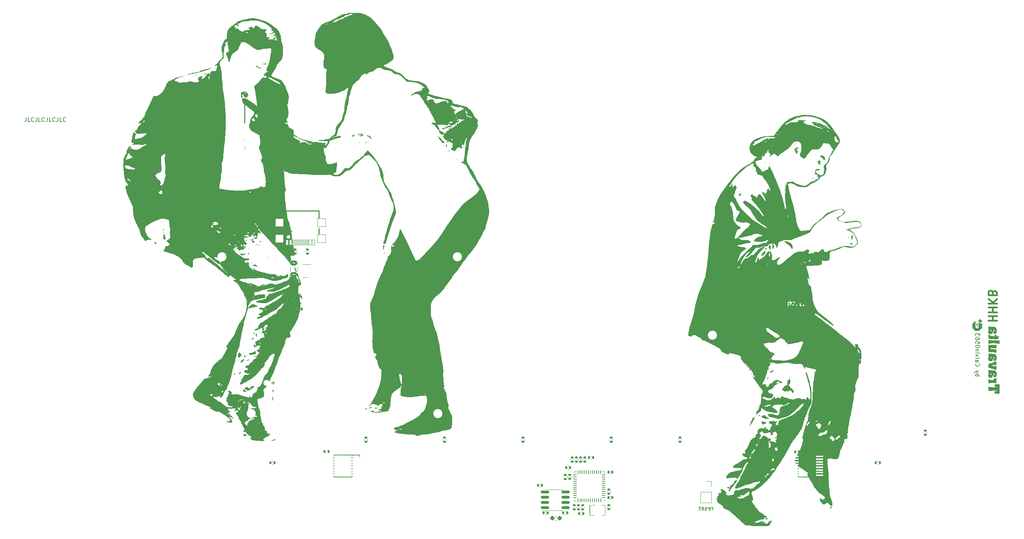
<source format=gbr>
%TF.GenerationSoftware,KiCad,Pcbnew,8.0.8*%
%TF.CreationDate,2025-03-01T19:05:18+01:00*%
%TF.ProjectId,travaulta HHKB,74726176-6175-46c7-9461-2048484b422e,rev?*%
%TF.SameCoordinates,Original*%
%TF.FileFunction,Legend,Bot*%
%TF.FilePolarity,Positive*%
%FSLAX46Y46*%
G04 Gerber Fmt 4.6, Leading zero omitted, Abs format (unit mm)*
G04 Created by KiCad (PCBNEW 8.0.8) date 2025-03-01 19:05:18*
%MOMM*%
%LPD*%
G01*
G04 APERTURE LIST*
G04 Aperture macros list*
%AMRoundRect*
0 Rectangle with rounded corners*
0 $1 Rounding radius*
0 $2 $3 $4 $5 $6 $7 $8 $9 X,Y pos of 4 corners*
0 Add a 4 corners polygon primitive as box body*
4,1,4,$2,$3,$4,$5,$6,$7,$8,$9,$2,$3,0*
0 Add four circle primitives for the rounded corners*
1,1,$1+$1,$2,$3*
1,1,$1+$1,$4,$5*
1,1,$1+$1,$6,$7*
1,1,$1+$1,$8,$9*
0 Add four rect primitives between the rounded corners*
20,1,$1+$1,$2,$3,$4,$5,0*
20,1,$1+$1,$4,$5,$6,$7,0*
20,1,$1+$1,$6,$7,$8,$9,0*
20,1,$1+$1,$8,$9,$2,$3,0*%
G04 Aperture macros list end*
%ADD10C,0.150000*%
%ADD11C,0.400000*%
%ADD12C,0.200000*%
%ADD13C,0.120000*%
%ADD14C,0.000000*%
%ADD15C,0.170180*%
%ADD16C,0.002540*%
%ADD17C,0.254000*%
%ADD18C,2.200000*%
%ADD19C,1.500000*%
%ADD20R,0.400000X1.900000*%
%ADD21RoundRect,0.140000X0.140000X0.170000X-0.140000X0.170000X-0.140000X-0.170000X0.140000X-0.170000X0*%
%ADD22RoundRect,0.140000X-0.140000X-0.170000X0.140000X-0.170000X0.140000X0.170000X-0.140000X0.170000X0*%
%ADD23RoundRect,0.140000X-0.170000X0.140000X-0.170000X-0.140000X0.170000X-0.140000X0.170000X0.140000X0*%
%ADD24RoundRect,0.150000X-0.825000X-0.150000X0.825000X-0.150000X0.825000X0.150000X-0.825000X0.150000X0*%
%ADD25RoundRect,0.135000X-0.185000X0.135000X-0.185000X-0.135000X0.185000X-0.135000X0.185000X0.135000X0*%
%ADD26RoundRect,0.135000X0.185000X-0.135000X0.185000X0.135000X-0.185000X0.135000X-0.185000X-0.135000X0*%
%ADD27RoundRect,0.135000X-0.135000X-0.185000X0.135000X-0.185000X0.135000X0.185000X-0.135000X0.185000X0*%
%ADD28RoundRect,0.062500X0.062500X-0.375000X0.062500X0.375000X-0.062500X0.375000X-0.062500X-0.375000X0*%
%ADD29RoundRect,0.062500X0.375000X-0.062500X0.375000X0.062500X-0.375000X0.062500X-0.375000X-0.062500X0*%
%ADD30R,5.600000X5.600000*%
%ADD31RoundRect,0.135000X0.135000X0.185000X-0.135000X0.185000X-0.135000X-0.185000X0.135000X-0.185000X0*%
%ADD32R,1.778000X0.419100*%
%ADD33RoundRect,0.250000X-0.625000X0.375000X-0.625000X-0.375000X0.625000X-0.375000X0.625000X0.375000X0*%
%ADD34R,0.700000X1.000000*%
%ADD35R,0.700000X0.600000*%
%ADD36RoundRect,0.140000X0.170000X-0.140000X0.170000X0.140000X-0.170000X0.140000X-0.170000X-0.140000X0*%
%ADD37R,1.700000X1.700000*%
%ADD38O,1.700000X1.700000*%
%ADD39RoundRect,0.150000X0.587500X0.150000X-0.587500X0.150000X-0.587500X-0.150000X0.587500X-0.150000X0*%
%ADD40RoundRect,0.237500X0.250000X0.237500X-0.250000X0.237500X-0.250000X-0.237500X0.250000X-0.237500X0*%
%ADD41C,0.900000*%
%ADD42RoundRect,0.050000X-0.300000X-0.650000X0.300000X-0.650000X0.300000X0.650000X-0.300000X0.650000X0*%
%ADD43RoundRect,0.050000X-0.150000X-0.650000X0.150000X-0.650000X0.150000X0.650000X-0.150000X0.650000X0*%
%ADD44RoundRect,0.050000X-1.000000X-1.000000X1.000000X-1.000000X1.000000X1.000000X-1.000000X1.000000X0*%
G04 APERTURE END LIST*
D10*
X16018451Y-23267319D02*
X16018451Y-23981604D01*
X16018451Y-23981604D02*
X15970832Y-24124461D01*
X15970832Y-24124461D02*
X15875594Y-24219700D01*
X15875594Y-24219700D02*
X15732737Y-24267319D01*
X15732737Y-24267319D02*
X15637499Y-24267319D01*
X16970832Y-24267319D02*
X16494642Y-24267319D01*
X16494642Y-24267319D02*
X16494642Y-23267319D01*
X17875594Y-24172080D02*
X17827975Y-24219700D01*
X17827975Y-24219700D02*
X17685118Y-24267319D01*
X17685118Y-24267319D02*
X17589880Y-24267319D01*
X17589880Y-24267319D02*
X17447023Y-24219700D01*
X17447023Y-24219700D02*
X17351785Y-24124461D01*
X17351785Y-24124461D02*
X17304166Y-24029223D01*
X17304166Y-24029223D02*
X17256547Y-23838747D01*
X17256547Y-23838747D02*
X17256547Y-23695890D01*
X17256547Y-23695890D02*
X17304166Y-23505414D01*
X17304166Y-23505414D02*
X17351785Y-23410176D01*
X17351785Y-23410176D02*
X17447023Y-23314938D01*
X17447023Y-23314938D02*
X17589880Y-23267319D01*
X17589880Y-23267319D02*
X17685118Y-23267319D01*
X17685118Y-23267319D02*
X17827975Y-23314938D01*
X17827975Y-23314938D02*
X17875594Y-23362557D01*
X18589880Y-23267319D02*
X18589880Y-23981604D01*
X18589880Y-23981604D02*
X18542261Y-24124461D01*
X18542261Y-24124461D02*
X18447023Y-24219700D01*
X18447023Y-24219700D02*
X18304166Y-24267319D01*
X18304166Y-24267319D02*
X18208928Y-24267319D01*
X19542261Y-24267319D02*
X19066071Y-24267319D01*
X19066071Y-24267319D02*
X19066071Y-23267319D01*
X20447023Y-24172080D02*
X20399404Y-24219700D01*
X20399404Y-24219700D02*
X20256547Y-24267319D01*
X20256547Y-24267319D02*
X20161309Y-24267319D01*
X20161309Y-24267319D02*
X20018452Y-24219700D01*
X20018452Y-24219700D02*
X19923214Y-24124461D01*
X19923214Y-24124461D02*
X19875595Y-24029223D01*
X19875595Y-24029223D02*
X19827976Y-23838747D01*
X19827976Y-23838747D02*
X19827976Y-23695890D01*
X19827976Y-23695890D02*
X19875595Y-23505414D01*
X19875595Y-23505414D02*
X19923214Y-23410176D01*
X19923214Y-23410176D02*
X20018452Y-23314938D01*
X20018452Y-23314938D02*
X20161309Y-23267319D01*
X20161309Y-23267319D02*
X20256547Y-23267319D01*
X20256547Y-23267319D02*
X20399404Y-23314938D01*
X20399404Y-23314938D02*
X20447023Y-23362557D01*
X21161309Y-23267319D02*
X21161309Y-23981604D01*
X21161309Y-23981604D02*
X21113690Y-24124461D01*
X21113690Y-24124461D02*
X21018452Y-24219700D01*
X21018452Y-24219700D02*
X20875595Y-24267319D01*
X20875595Y-24267319D02*
X20780357Y-24267319D01*
X22113690Y-24267319D02*
X21637500Y-24267319D01*
X21637500Y-24267319D02*
X21637500Y-23267319D01*
X23018452Y-24172080D02*
X22970833Y-24219700D01*
X22970833Y-24219700D02*
X22827976Y-24267319D01*
X22827976Y-24267319D02*
X22732738Y-24267319D01*
X22732738Y-24267319D02*
X22589881Y-24219700D01*
X22589881Y-24219700D02*
X22494643Y-24124461D01*
X22494643Y-24124461D02*
X22447024Y-24029223D01*
X22447024Y-24029223D02*
X22399405Y-23838747D01*
X22399405Y-23838747D02*
X22399405Y-23695890D01*
X22399405Y-23695890D02*
X22447024Y-23505414D01*
X22447024Y-23505414D02*
X22494643Y-23410176D01*
X22494643Y-23410176D02*
X22589881Y-23314938D01*
X22589881Y-23314938D02*
X22732738Y-23267319D01*
X22732738Y-23267319D02*
X22827976Y-23267319D01*
X22827976Y-23267319D02*
X22970833Y-23314938D01*
X22970833Y-23314938D02*
X23018452Y-23362557D01*
X23732738Y-23267319D02*
X23732738Y-23981604D01*
X23732738Y-23981604D02*
X23685119Y-24124461D01*
X23685119Y-24124461D02*
X23589881Y-24219700D01*
X23589881Y-24219700D02*
X23447024Y-24267319D01*
X23447024Y-24267319D02*
X23351786Y-24267319D01*
X24685119Y-24267319D02*
X24208929Y-24267319D01*
X24208929Y-24267319D02*
X24208929Y-23267319D01*
X25589881Y-24172080D02*
X25542262Y-24219700D01*
X25542262Y-24219700D02*
X25399405Y-24267319D01*
X25399405Y-24267319D02*
X25304167Y-24267319D01*
X25304167Y-24267319D02*
X25161310Y-24219700D01*
X25161310Y-24219700D02*
X25066072Y-24124461D01*
X25066072Y-24124461D02*
X25018453Y-24029223D01*
X25018453Y-24029223D02*
X24970834Y-23838747D01*
X24970834Y-23838747D02*
X24970834Y-23695890D01*
X24970834Y-23695890D02*
X25018453Y-23505414D01*
X25018453Y-23505414D02*
X25066072Y-23410176D01*
X25066072Y-23410176D02*
X25161310Y-23314938D01*
X25161310Y-23314938D02*
X25304167Y-23267319D01*
X25304167Y-23267319D02*
X25399405Y-23267319D01*
X25399405Y-23267319D02*
X25542262Y-23314938D01*
X25542262Y-23314938D02*
X25589881Y-23362557D01*
D11*
X249503061Y-72675297D02*
X251503061Y-72675297D01*
X250550680Y-72675297D02*
X250550680Y-71532440D01*
X249503061Y-71532440D02*
X251503061Y-71532440D01*
X249503061Y-70580059D02*
X251503061Y-70580059D01*
X250550680Y-70580059D02*
X250550680Y-69437202D01*
X249503061Y-69437202D02*
X251503061Y-69437202D01*
X249503061Y-68484821D02*
X251503061Y-68484821D01*
X249503061Y-67341964D02*
X250645919Y-68199107D01*
X251503061Y-67341964D02*
X250360204Y-68484821D01*
X250550680Y-65818154D02*
X250455442Y-65532440D01*
X250455442Y-65532440D02*
X250360204Y-65437202D01*
X250360204Y-65437202D02*
X250169728Y-65341964D01*
X250169728Y-65341964D02*
X249884014Y-65341964D01*
X249884014Y-65341964D02*
X249693538Y-65437202D01*
X249693538Y-65437202D02*
X249598300Y-65532440D01*
X249598300Y-65532440D02*
X249503061Y-65722916D01*
X249503061Y-65722916D02*
X249503061Y-66484821D01*
X249503061Y-66484821D02*
X251503061Y-66484821D01*
X251503061Y-66484821D02*
X251503061Y-65818154D01*
X251503061Y-65818154D02*
X251407823Y-65627678D01*
X251407823Y-65627678D02*
X251312585Y-65532440D01*
X251312585Y-65532440D02*
X251122109Y-65437202D01*
X251122109Y-65437202D02*
X250931633Y-65437202D01*
X250931633Y-65437202D02*
X250741157Y-65532440D01*
X250741157Y-65532440D02*
X250645919Y-65627678D01*
X250645919Y-65627678D02*
X250550680Y-65818154D01*
X250550680Y-65818154D02*
X250550680Y-66484821D01*
D12*
X75853910Y-89903764D02*
X76025339Y-89675192D01*
X76025339Y-89675192D02*
X75853910Y-89446621D01*
D10*
X182594047Y-118723569D02*
X182594047Y-118056902D01*
X182594047Y-118247378D02*
X182546428Y-118152140D01*
X182546428Y-118152140D02*
X182498809Y-118104521D01*
X182498809Y-118104521D02*
X182403571Y-118056902D01*
X182403571Y-118056902D02*
X182308333Y-118056902D01*
X181594047Y-118675950D02*
X181689285Y-118723569D01*
X181689285Y-118723569D02*
X181879761Y-118723569D01*
X181879761Y-118723569D02*
X181974999Y-118675950D01*
X181974999Y-118675950D02*
X182022618Y-118580711D01*
X182022618Y-118580711D02*
X182022618Y-118199759D01*
X182022618Y-118199759D02*
X181974999Y-118104521D01*
X181974999Y-118104521D02*
X181879761Y-118056902D01*
X181879761Y-118056902D02*
X181689285Y-118056902D01*
X181689285Y-118056902D02*
X181594047Y-118104521D01*
X181594047Y-118104521D02*
X181546428Y-118199759D01*
X181546428Y-118199759D02*
X181546428Y-118294997D01*
X181546428Y-118294997D02*
X182022618Y-118390235D01*
X181165475Y-118675950D02*
X181070237Y-118723569D01*
X181070237Y-118723569D02*
X180879761Y-118723569D01*
X180879761Y-118723569D02*
X180784523Y-118675950D01*
X180784523Y-118675950D02*
X180736904Y-118580711D01*
X180736904Y-118580711D02*
X180736904Y-118533092D01*
X180736904Y-118533092D02*
X180784523Y-118437854D01*
X180784523Y-118437854D02*
X180879761Y-118390235D01*
X180879761Y-118390235D02*
X181022618Y-118390235D01*
X181022618Y-118390235D02*
X181117856Y-118342616D01*
X181117856Y-118342616D02*
X181165475Y-118247378D01*
X181165475Y-118247378D02*
X181165475Y-118199759D01*
X181165475Y-118199759D02*
X181117856Y-118104521D01*
X181117856Y-118104521D02*
X181022618Y-118056902D01*
X181022618Y-118056902D02*
X180879761Y-118056902D01*
X180879761Y-118056902D02*
X180784523Y-118104521D01*
X179927380Y-118675950D02*
X180022618Y-118723569D01*
X180022618Y-118723569D02*
X180213094Y-118723569D01*
X180213094Y-118723569D02*
X180308332Y-118675950D01*
X180308332Y-118675950D02*
X180355951Y-118580711D01*
X180355951Y-118580711D02*
X180355951Y-118199759D01*
X180355951Y-118199759D02*
X180308332Y-118104521D01*
X180308332Y-118104521D02*
X180213094Y-118056902D01*
X180213094Y-118056902D02*
X180022618Y-118056902D01*
X180022618Y-118056902D02*
X179927380Y-118104521D01*
X179927380Y-118104521D02*
X179879761Y-118199759D01*
X179879761Y-118199759D02*
X179879761Y-118294997D01*
X179879761Y-118294997D02*
X180355951Y-118390235D01*
X179594046Y-118056902D02*
X179213094Y-118056902D01*
X179451189Y-117723569D02*
X179451189Y-118580711D01*
X179451189Y-118580711D02*
X179403570Y-118675950D01*
X179403570Y-118675950D02*
X179308332Y-118723569D01*
X179308332Y-118723569D02*
X179213094Y-118723569D01*
X75892555Y-91977945D02*
X75892555Y-91216041D01*
X246401430Y-86129166D02*
X247401430Y-86129166D01*
X247020478Y-86129166D02*
X247068097Y-86033928D01*
X247068097Y-86033928D02*
X247068097Y-85843452D01*
X247068097Y-85843452D02*
X247020478Y-85748214D01*
X247020478Y-85748214D02*
X246972859Y-85700595D01*
X246972859Y-85700595D02*
X246877621Y-85652976D01*
X246877621Y-85652976D02*
X246591907Y-85652976D01*
X246591907Y-85652976D02*
X246496669Y-85700595D01*
X246496669Y-85700595D02*
X246449050Y-85748214D01*
X246449050Y-85748214D02*
X246401430Y-85843452D01*
X246401430Y-85843452D02*
X246401430Y-86033928D01*
X246401430Y-86033928D02*
X246449050Y-86129166D01*
X247068097Y-85319642D02*
X246401430Y-85081547D01*
X247068097Y-84843452D02*
X246401430Y-85081547D01*
X246401430Y-85081547D02*
X246163335Y-85176785D01*
X246163335Y-85176785D02*
X246115716Y-85224404D01*
X246115716Y-85224404D02*
X246068097Y-85319642D01*
X246496669Y-83129166D02*
X246449050Y-83176785D01*
X246449050Y-83176785D02*
X246401430Y-83319642D01*
X246401430Y-83319642D02*
X246401430Y-83414880D01*
X246401430Y-83414880D02*
X246449050Y-83557737D01*
X246449050Y-83557737D02*
X246544288Y-83652975D01*
X246544288Y-83652975D02*
X246639526Y-83700594D01*
X246639526Y-83700594D02*
X246830002Y-83748213D01*
X246830002Y-83748213D02*
X246972859Y-83748213D01*
X246972859Y-83748213D02*
X247163335Y-83700594D01*
X247163335Y-83700594D02*
X247258573Y-83652975D01*
X247258573Y-83652975D02*
X247353811Y-83557737D01*
X247353811Y-83557737D02*
X247401430Y-83414880D01*
X247401430Y-83414880D02*
X247401430Y-83319642D01*
X247401430Y-83319642D02*
X247353811Y-83176785D01*
X247353811Y-83176785D02*
X247306192Y-83129166D01*
X246401430Y-82272023D02*
X246925240Y-82272023D01*
X246925240Y-82272023D02*
X247020478Y-82319642D01*
X247020478Y-82319642D02*
X247068097Y-82414880D01*
X247068097Y-82414880D02*
X247068097Y-82605356D01*
X247068097Y-82605356D02*
X247020478Y-82700594D01*
X246449050Y-82272023D02*
X246401430Y-82367261D01*
X246401430Y-82367261D02*
X246401430Y-82605356D01*
X246401430Y-82605356D02*
X246449050Y-82700594D01*
X246449050Y-82700594D02*
X246544288Y-82748213D01*
X246544288Y-82748213D02*
X246639526Y-82748213D01*
X246639526Y-82748213D02*
X246734764Y-82700594D01*
X246734764Y-82700594D02*
X246782383Y-82605356D01*
X246782383Y-82605356D02*
X246782383Y-82367261D01*
X246782383Y-82367261D02*
X246830002Y-82272023D01*
X246401430Y-81652975D02*
X246449050Y-81748213D01*
X246449050Y-81748213D02*
X246544288Y-81795832D01*
X246544288Y-81795832D02*
X247401430Y-81795832D01*
X247068097Y-81367260D02*
X246401430Y-81129165D01*
X246401430Y-81129165D02*
X247068097Y-80891070D01*
X246401430Y-80510117D02*
X247068097Y-80510117D01*
X247401430Y-80510117D02*
X247353811Y-80557736D01*
X247353811Y-80557736D02*
X247306192Y-80510117D01*
X247306192Y-80510117D02*
X247353811Y-80462498D01*
X247353811Y-80462498D02*
X247401430Y-80510117D01*
X247401430Y-80510117D02*
X247306192Y-80510117D01*
X247068097Y-80033927D02*
X246401430Y-80033927D01*
X246972859Y-80033927D02*
X247020478Y-79986308D01*
X247020478Y-79986308D02*
X247068097Y-79891070D01*
X247068097Y-79891070D02*
X247068097Y-79748213D01*
X247068097Y-79748213D02*
X247020478Y-79652975D01*
X247020478Y-79652975D02*
X246925240Y-79605356D01*
X246925240Y-79605356D02*
X246401430Y-79605356D01*
X247401430Y-78938689D02*
X247401430Y-78843451D01*
X247401430Y-78843451D02*
X247353811Y-78748213D01*
X247353811Y-78748213D02*
X247306192Y-78700594D01*
X247306192Y-78700594D02*
X247210954Y-78652975D01*
X247210954Y-78652975D02*
X247020478Y-78605356D01*
X247020478Y-78605356D02*
X246782383Y-78605356D01*
X246782383Y-78605356D02*
X246591907Y-78652975D01*
X246591907Y-78652975D02*
X246496669Y-78700594D01*
X246496669Y-78700594D02*
X246449050Y-78748213D01*
X246449050Y-78748213D02*
X246401430Y-78843451D01*
X246401430Y-78843451D02*
X246401430Y-78938689D01*
X246401430Y-78938689D02*
X246449050Y-79033927D01*
X246449050Y-79033927D02*
X246496669Y-79081546D01*
X246496669Y-79081546D02*
X246591907Y-79129165D01*
X246591907Y-79129165D02*
X246782383Y-79176784D01*
X246782383Y-79176784D02*
X247020478Y-79176784D01*
X247020478Y-79176784D02*
X247210954Y-79129165D01*
X247210954Y-79129165D02*
X247306192Y-79081546D01*
X247306192Y-79081546D02*
X247353811Y-79033927D01*
X247353811Y-79033927D02*
X247401430Y-78938689D01*
X247401430Y-77700594D02*
X247401430Y-78176784D01*
X247401430Y-78176784D02*
X246925240Y-78224403D01*
X246925240Y-78224403D02*
X246972859Y-78176784D01*
X246972859Y-78176784D02*
X247020478Y-78081546D01*
X247020478Y-78081546D02*
X247020478Y-77843451D01*
X247020478Y-77843451D02*
X246972859Y-77748213D01*
X246972859Y-77748213D02*
X246925240Y-77700594D01*
X246925240Y-77700594D02*
X246830002Y-77652975D01*
X246830002Y-77652975D02*
X246591907Y-77652975D01*
X246591907Y-77652975D02*
X246496669Y-77700594D01*
X246496669Y-77700594D02*
X246449050Y-77748213D01*
X246449050Y-77748213D02*
X246401430Y-77843451D01*
X246401430Y-77843451D02*
X246401430Y-78081546D01*
X246401430Y-78081546D02*
X246449050Y-78176784D01*
X246449050Y-78176784D02*
X246496669Y-78224403D01*
X247401430Y-76795832D02*
X247401430Y-76986308D01*
X247401430Y-76986308D02*
X247353811Y-77081546D01*
X247353811Y-77081546D02*
X247306192Y-77129165D01*
X247306192Y-77129165D02*
X247163335Y-77224403D01*
X247163335Y-77224403D02*
X246972859Y-77272022D01*
X246972859Y-77272022D02*
X246591907Y-77272022D01*
X246591907Y-77272022D02*
X246496669Y-77224403D01*
X246496669Y-77224403D02*
X246449050Y-77176784D01*
X246449050Y-77176784D02*
X246401430Y-77081546D01*
X246401430Y-77081546D02*
X246401430Y-76891070D01*
X246401430Y-76891070D02*
X246449050Y-76795832D01*
X246449050Y-76795832D02*
X246496669Y-76748213D01*
X246496669Y-76748213D02*
X246591907Y-76700594D01*
X246591907Y-76700594D02*
X246830002Y-76700594D01*
X246830002Y-76700594D02*
X246925240Y-76748213D01*
X246925240Y-76748213D02*
X246972859Y-76795832D01*
X246972859Y-76795832D02*
X247020478Y-76891070D01*
X247020478Y-76891070D02*
X247020478Y-77081546D01*
X247020478Y-77081546D02*
X246972859Y-77176784D01*
X246972859Y-77176784D02*
X246925240Y-77224403D01*
X246925240Y-77224403D02*
X246830002Y-77272022D01*
X247401430Y-76367260D02*
X247401430Y-75748213D01*
X247401430Y-75748213D02*
X247020478Y-76081546D01*
X247020478Y-76081546D02*
X247020478Y-75938689D01*
X247020478Y-75938689D02*
X246972859Y-75843451D01*
X246972859Y-75843451D02*
X246925240Y-75795832D01*
X246925240Y-75795832D02*
X246830002Y-75748213D01*
X246830002Y-75748213D02*
X246591907Y-75748213D01*
X246591907Y-75748213D02*
X246496669Y-75795832D01*
X246496669Y-75795832D02*
X246449050Y-75843451D01*
X246449050Y-75843451D02*
X246401430Y-75938689D01*
X246401430Y-75938689D02*
X246401430Y-76224403D01*
X246401430Y-76224403D02*
X246449050Y-76319641D01*
X246449050Y-76319641D02*
X246496669Y-76367260D01*
X75921752Y-88153109D02*
X75921752Y-87391205D01*
X75540799Y-87772157D02*
X76302704Y-87772157D01*
D13*
%TO.C,Y1*%
X152616000Y-117945000D02*
X152616000Y-117545000D01*
X152616000Y-119945000D02*
X152616000Y-117945000D01*
X152816000Y-117945000D02*
X152816000Y-117545000D01*
X152816000Y-117945000D02*
X152816000Y-119945000D01*
X152816000Y-119945000D02*
X153816000Y-119945000D01*
X153816000Y-117545000D02*
X152816000Y-117545000D01*
X153816000Y-117545000D02*
X153816000Y-117145000D01*
X155616000Y-119945000D02*
X156416000Y-119945000D01*
X156416000Y-117545000D02*
X155616000Y-117545000D01*
X156416000Y-117945000D02*
X156416000Y-117545000D01*
X156416000Y-119945000D02*
X156416000Y-117945000D01*
%TO.C,C7*%
X147611836Y-108691000D02*
X147396164Y-108691000D01*
X147611836Y-107971000D02*
X147396164Y-107971000D01*
%TO.C,C12*%
X202981600Y-104174305D02*
X203197272Y-104174305D01*
X202981600Y-104894305D02*
X203197272Y-104894305D01*
%TO.C,C15*%
X149391000Y-117912164D02*
X149391000Y-118127836D01*
X148671000Y-117912164D02*
X148671000Y-118127836D01*
D14*
%TO.C,G\u002A\u002A\u002A*%
G36*
X99737333Y-28913667D02*
G01*
X99695000Y-28956000D01*
X99652666Y-28913667D01*
X99695000Y-28871334D01*
X99737333Y-28913667D01*
G37*
G36*
X73152000Y-52197000D02*
G01*
X73109666Y-52239334D01*
X73067333Y-52197000D01*
X73109666Y-52154667D01*
X73152000Y-52197000D01*
G37*
G36*
X72898000Y-59817000D02*
G01*
X72855666Y-59859334D01*
X72813333Y-59817000D01*
X72855666Y-59774667D01*
X72898000Y-59817000D01*
G37*
G36*
X72728666Y-75141667D02*
G01*
X72686333Y-75184000D01*
X72644000Y-75141667D01*
X72686333Y-75099334D01*
X72728666Y-75141667D01*
G37*
G36*
X72728666Y-54059667D02*
G01*
X72686333Y-54102000D01*
X72644000Y-54059667D01*
X72686333Y-54017334D01*
X72728666Y-54059667D01*
G37*
G36*
X72136000Y-53043667D02*
G01*
X72093666Y-53086000D01*
X72051333Y-53043667D01*
X72093666Y-53001334D01*
X72136000Y-53043667D01*
G37*
G36*
X70866000Y-52197000D02*
G01*
X70823666Y-52239334D01*
X70781333Y-52197000D01*
X70823666Y-52154667D01*
X70866000Y-52197000D01*
G37*
G36*
X70781333Y-59647667D02*
G01*
X70739000Y-59690000D01*
X70696666Y-59647667D01*
X70739000Y-59605334D01*
X70781333Y-59647667D01*
G37*
G36*
X70696666Y-14012334D02*
G01*
X70654333Y-14054667D01*
X70612000Y-14012334D01*
X70654333Y-13970000D01*
X70696666Y-14012334D01*
G37*
G36*
X69850000Y-97070334D02*
G01*
X69807666Y-97112667D01*
X69765333Y-97070334D01*
X69807666Y-97028000D01*
X69850000Y-97070334D01*
G37*
G36*
X61468000Y-10879667D02*
G01*
X61425666Y-10922000D01*
X61383333Y-10879667D01*
X61425666Y-10837334D01*
X61468000Y-10879667D01*
G37*
G36*
X54864000Y-12996334D02*
G01*
X54821666Y-13038667D01*
X54779333Y-12996334D01*
X54821666Y-12954000D01*
X54864000Y-12996334D01*
G37*
G36*
X54356000Y-13165667D02*
G01*
X54313666Y-13208000D01*
X54271333Y-13165667D01*
X54313666Y-13123334D01*
X54356000Y-13165667D01*
G37*
G36*
X43010666Y-25273000D02*
G01*
X42968333Y-25315334D01*
X42926000Y-25273000D01*
X42968333Y-25230667D01*
X43010666Y-25273000D01*
G37*
G36*
X78881111Y-79191556D02*
G01*
X78894357Y-79217022D01*
X78824666Y-79248000D01*
X78779844Y-79241890D01*
X78768222Y-79191556D01*
X78780631Y-79181423D01*
X78881111Y-79191556D01*
G37*
G36*
X73208444Y-10357556D02*
G01*
X73221690Y-10383022D01*
X73152000Y-10414000D01*
X73107178Y-10407890D01*
X73095555Y-10357556D01*
X73107965Y-10347423D01*
X73208444Y-10357556D01*
G37*
G36*
X70668444Y-58617556D02*
G01*
X70681690Y-58643022D01*
X70612000Y-58674000D01*
X70567178Y-58667890D01*
X70555555Y-58617556D01*
X70567965Y-58607423D01*
X70668444Y-58617556D01*
G37*
G36*
X69357875Y-10271497D02*
G01*
X69397064Y-10301972D01*
X69306722Y-10322649D01*
X69220848Y-10316663D01*
X69195597Y-10278181D01*
X69225551Y-10261403D01*
X69357875Y-10271497D01*
G37*
G36*
X69074631Y-28532667D02*
G01*
X69062829Y-28649136D01*
X69031927Y-28638500D01*
X69020744Y-28600176D01*
X69031927Y-28426834D01*
X69061326Y-28412471D01*
X69074631Y-28532667D01*
G37*
G36*
X54581778Y-13066889D02*
G01*
X54595023Y-13092355D01*
X54525333Y-13123334D01*
X54480511Y-13117223D01*
X54468889Y-13066889D01*
X54481298Y-13056756D01*
X54581778Y-13066889D01*
G37*
G36*
X49516631Y-38100000D02*
G01*
X49504829Y-38216470D01*
X49473927Y-38205834D01*
X49462744Y-38167509D01*
X49473927Y-37994167D01*
X49503326Y-37979805D01*
X49516631Y-38100000D01*
G37*
G36*
X76749480Y-57656619D02*
G01*
X76757866Y-57701010D01*
X76670663Y-57742667D01*
X76627916Y-57741011D01*
X76542409Y-57701016D01*
X76617483Y-57619283D01*
X76648011Y-57607777D01*
X76749480Y-57656619D01*
G37*
G36*
X72848771Y-75459199D02*
G01*
X72898000Y-75557945D01*
X72880576Y-75623830D01*
X72763944Y-75692000D01*
X72671434Y-75643129D01*
X72685650Y-75541676D01*
X72797458Y-75457403D01*
X72848771Y-75459199D01*
G37*
G36*
X72116041Y-54062217D02*
G01*
X72096294Y-54182415D01*
X72068123Y-54213339D01*
X71953439Y-54220825D01*
X71916201Y-54183020D01*
X71957878Y-54076922D01*
X72034139Y-54029844D01*
X72116041Y-54062217D01*
G37*
G36*
X71932418Y-88294252D02*
G01*
X71906282Y-88331863D01*
X71834670Y-88392000D01*
X71822834Y-88391176D01*
X71804188Y-88342166D01*
X71895082Y-88256915D01*
X71942397Y-88236315D01*
X71932418Y-88294252D01*
G37*
G36*
X69999757Y-55050032D02*
G01*
X69934666Y-55118000D01*
X69857970Y-55165470D01*
X69777866Y-55194150D01*
X69807666Y-55118000D01*
X69825790Y-55094941D01*
X69960830Y-55034630D01*
X69999757Y-55050032D01*
G37*
G36*
X69138418Y-52818918D02*
G01*
X69112282Y-52856530D01*
X69040670Y-52916667D01*
X69028834Y-52915843D01*
X69010188Y-52866832D01*
X69101082Y-52781582D01*
X69148397Y-52760981D01*
X69138418Y-52818918D01*
G37*
G36*
X57315081Y-12993706D02*
G01*
X57346006Y-13021877D01*
X57353491Y-13136561D01*
X57315686Y-13173799D01*
X57209588Y-13132122D01*
X57162511Y-13055861D01*
X57194883Y-12973959D01*
X57315081Y-12993706D01*
G37*
G36*
X96959084Y-29389696D02*
G01*
X97028000Y-29464000D01*
X97025719Y-29484088D01*
X96948330Y-29548667D01*
X96924576Y-29545437D01*
X96816333Y-29464000D01*
X96808368Y-29420379D01*
X96896003Y-29379334D01*
X96959084Y-29389696D01*
G37*
G36*
X75759769Y-3404246D02*
G01*
X75692000Y-3471334D01*
X75619472Y-3511251D01*
X75480333Y-3553407D01*
X75454897Y-3538421D01*
X75522666Y-3471334D01*
X75595194Y-3431416D01*
X75734333Y-3389260D01*
X75759769Y-3404246D01*
G37*
G36*
X74607423Y-57244219D02*
G01*
X74676000Y-57319334D01*
X74661672Y-57358283D01*
X74549000Y-57404000D01*
X74490576Y-57394448D01*
X74422000Y-57319334D01*
X74436328Y-57280384D01*
X74549000Y-57234667D01*
X74607423Y-57244219D01*
G37*
G36*
X71155620Y-70364648D02*
G01*
X71162333Y-70442667D01*
X71144956Y-70468005D01*
X71072670Y-70527334D01*
X71064220Y-70525132D01*
X71035333Y-70442667D01*
X71038779Y-70419461D01*
X71124997Y-70358000D01*
X71155620Y-70364648D01*
G37*
G36*
X69313778Y-18739556D02*
G01*
X69326013Y-18761013D01*
X69303148Y-18875034D01*
X69248388Y-18933706D01*
X69141272Y-18960203D01*
X69088000Y-18885664D01*
X69113541Y-18813882D01*
X69214750Y-18733172D01*
X69313778Y-18739556D01*
G37*
G36*
X66994473Y-55384184D02*
G01*
X67013666Y-55456667D01*
X66996337Y-55479789D01*
X66881670Y-55541334D01*
X66862767Y-55538910D01*
X66802000Y-55456667D01*
X66818154Y-55416205D01*
X66933997Y-55372000D01*
X66994473Y-55384184D01*
G37*
G36*
X49401129Y-51070155D02*
G01*
X49445333Y-51185997D01*
X49433150Y-51246473D01*
X49360666Y-51265667D01*
X49337544Y-51248337D01*
X49276000Y-51133670D01*
X49278423Y-51114768D01*
X49360666Y-51054000D01*
X49401129Y-51070155D01*
G37*
G36*
X99245755Y-29226733D02*
G01*
X99273684Y-29246082D01*
X99144666Y-29294667D01*
X98947951Y-29346406D01*
X98807800Y-29364199D01*
X98762849Y-29346953D01*
X98848333Y-29294667D01*
X98964613Y-29256323D01*
X99187000Y-29224391D01*
X99245755Y-29226733D01*
G37*
G36*
X72942398Y-53320567D02*
G01*
X72952426Y-53460493D01*
X72948271Y-53510440D01*
X72905419Y-53612434D01*
X72792166Y-53582637D01*
X72682776Y-53514415D01*
X72665401Y-53438454D01*
X72804260Y-53344856D01*
X72860902Y-53317064D01*
X72942398Y-53320567D01*
G37*
G36*
X71323680Y-75610260D02*
G01*
X71413005Y-75706625D01*
X71401487Y-75805624D01*
X71401206Y-75805905D01*
X71272683Y-75855093D01*
X71128206Y-75744221D01*
X71077107Y-75648518D01*
X71153982Y-75579920D01*
X71193731Y-75571443D01*
X71323680Y-75610260D01*
G37*
G36*
X71057364Y-76894919D02*
G01*
X71175220Y-76990972D01*
X71162333Y-77131334D01*
X71152401Y-77146431D01*
X71036556Y-77210741D01*
X70882933Y-77114400D01*
X70809644Y-77024932D01*
X70801863Y-76915989D01*
X70945670Y-76877334D01*
X71057364Y-76894919D01*
G37*
G36*
X69474833Y-53007080D02*
G01*
X69557704Y-53128127D01*
X69558244Y-53247927D01*
X69519087Y-53282034D01*
X69381622Y-53284911D01*
X69303990Y-53228638D01*
X69259748Y-53087716D01*
X69332407Y-52964929D01*
X69365474Y-52954765D01*
X69474833Y-53007080D01*
G37*
G36*
X66701759Y-85578951D02*
G01*
X66685160Y-85729055D01*
X66654426Y-85784518D01*
X66550657Y-85852000D01*
X66491691Y-85825045D01*
X66470497Y-85699883D01*
X66538713Y-85525461D01*
X66569312Y-85488855D01*
X66651478Y-85482668D01*
X66701759Y-85578951D01*
G37*
G36*
X49445333Y-50440167D02*
G01*
X49436663Y-50534991D01*
X49388889Y-50658889D01*
X49319294Y-50708713D01*
X49225203Y-50685069D01*
X49206611Y-50531465D01*
X49234933Y-50431446D01*
X49319089Y-50326059D01*
X49405589Y-50322707D01*
X49445333Y-50440167D01*
G37*
G36*
X98569772Y-29309325D02*
G01*
X98636666Y-29379334D01*
X98635875Y-29385761D01*
X98548765Y-29440816D01*
X98361500Y-29462704D01*
X98258864Y-29459781D01*
X98163845Y-29435551D01*
X98213333Y-29379334D01*
X98236335Y-29365458D01*
X98413916Y-29304700D01*
X98569772Y-29309325D01*
G37*
G36*
X72332352Y-54173957D02*
G01*
X72403628Y-54214978D01*
X72517197Y-54207099D01*
X72543845Y-54189986D01*
X72525577Y-54250167D01*
X72482204Y-54309619D01*
X72367825Y-54344411D01*
X72270120Y-54217025D01*
X72268741Y-54213416D01*
X72251500Y-54125671D01*
X72332352Y-54173957D01*
G37*
G36*
X70187370Y-56282167D02*
G01*
X70186881Y-56291852D01*
X70105463Y-56457938D01*
X69934666Y-56575546D01*
X69793230Y-56599870D01*
X69741953Y-56535467D01*
X69829823Y-56385067D01*
X69858300Y-56354221D01*
X70006183Y-56247340D01*
X70134130Y-56218068D01*
X70187370Y-56282167D01*
G37*
G36*
X69985470Y-82075876D02*
G01*
X69997611Y-82167458D01*
X69934545Y-82338480D01*
X69863658Y-82400362D01*
X69755740Y-82417071D01*
X69701332Y-82358040D01*
X69695829Y-82201848D01*
X69806665Y-82042832D01*
X69807757Y-82041927D01*
X69918591Y-81985820D01*
X69985470Y-82075876D01*
G37*
G36*
X69140524Y-30394938D02*
G01*
X69144201Y-30649334D01*
X69143715Y-30752938D01*
X69137658Y-30964113D01*
X69126133Y-31041301D01*
X69110990Y-30966834D01*
X69097290Y-30649751D01*
X69110990Y-30331834D01*
X69116651Y-30287004D01*
X69130725Y-30268272D01*
X69140524Y-30394938D01*
G37*
G36*
X69109562Y-81026349D02*
G01*
X69205709Y-81101408D01*
X69231200Y-81254326D01*
X69171772Y-81408078D01*
X69098653Y-81483827D01*
X68975588Y-81521685D01*
X68883931Y-81396269D01*
X68880664Y-81255079D01*
X68965634Y-81096965D01*
X69101024Y-81026000D01*
X69109562Y-81026349D01*
G37*
G36*
X59581794Y-12653163D02*
G01*
X59599726Y-12660192D01*
X59679484Y-12716125D01*
X59602960Y-12787925D01*
X59562509Y-12811539D01*
X59360406Y-12863775D01*
X59223964Y-12784069D01*
X59212052Y-12751042D01*
X59266669Y-12668838D01*
X59409953Y-12628881D01*
X59581794Y-12653163D01*
G37*
G36*
X47414087Y-53649400D02*
G01*
X47573109Y-53741019D01*
X47662388Y-53851025D01*
X47610889Y-53960889D01*
X47511931Y-54013354D01*
X47331855Y-53985511D01*
X47176831Y-53844556D01*
X47138306Y-53775847D01*
X47108475Y-53625730D01*
X47204733Y-53580019D01*
X47414087Y-53649400D01*
G37*
G36*
X82845925Y-66505105D02*
G01*
X82892705Y-66663712D01*
X82937946Y-66963454D01*
X82998266Y-67418170D01*
X82727985Y-67218342D01*
X82628078Y-67131137D01*
X82493801Y-66909383D01*
X82500325Y-66692087D01*
X82651772Y-66517201D01*
X82677371Y-66501548D01*
X82780012Y-66460196D01*
X82845925Y-66505105D01*
G37*
G36*
X68065148Y-85178167D02*
G01*
X68144729Y-85222309D01*
X68100506Y-85333050D01*
X67928625Y-85530425D01*
X67892549Y-85566570D01*
X67728639Y-85688249D01*
X67624409Y-85692276D01*
X67610707Y-85673446D01*
X67616888Y-85539895D01*
X67710434Y-85374619D01*
X67850707Y-85234062D01*
X67997071Y-85174667D01*
X68065148Y-85178167D01*
G37*
G36*
X74252666Y-10186220D02*
G01*
X74242103Y-10246496D01*
X74146833Y-10357927D01*
X74113770Y-10369556D01*
X73833532Y-10395305D01*
X73490666Y-10336649D01*
X73445900Y-10323421D01*
X73367378Y-10287395D01*
X73423719Y-10256972D01*
X73631432Y-10218271D01*
X73703567Y-10205840D01*
X73951563Y-10154954D01*
X74118265Y-10108791D01*
X74199545Y-10096960D01*
X74252666Y-10186220D01*
G37*
G36*
X71994459Y-75862875D02*
G01*
X71972803Y-76019200D01*
X71942563Y-76102397D01*
X71971278Y-76289229D01*
X72008057Y-76355455D01*
X72050037Y-76481375D01*
X72027329Y-76514505D01*
X71904455Y-76522797D01*
X71825212Y-76471226D01*
X71736873Y-76308380D01*
X71688494Y-76099319D01*
X71692942Y-75909451D01*
X71763084Y-75804182D01*
X71892112Y-75785995D01*
X71994459Y-75862875D01*
G37*
G36*
X95588666Y-27509742D02*
G01*
X95593510Y-27555922D01*
X95637805Y-27715537D01*
X95647153Y-27750945D01*
X95597273Y-27832717D01*
X95404972Y-27878245D01*
X95400443Y-27878801D01*
X95166365Y-27905926D01*
X94996000Y-27923009D01*
X94970371Y-27911453D01*
X95015987Y-27825796D01*
X95162135Y-27682559D01*
X95192810Y-27656542D01*
X95419672Y-27484871D01*
X95548153Y-27437344D01*
X95588666Y-27509742D01*
G37*
G36*
X76507091Y-101554877D02*
G01*
X76431901Y-101667582D01*
X76291200Y-101736975D01*
X76073000Y-101791489D01*
X75813318Y-101818803D01*
X75522666Y-101834114D01*
X75412326Y-101834874D01*
X75343894Y-101825172D01*
X75419474Y-101794800D01*
X75649666Y-101735529D01*
X75791708Y-101697824D01*
X76066738Y-101610445D01*
X76258362Y-101530834D01*
X76312004Y-101505993D01*
X76453790Y-101490506D01*
X76507091Y-101554877D01*
G37*
G36*
X68901165Y-89414658D02*
G01*
X69118142Y-89543124D01*
X69129883Y-89551124D01*
X69314791Y-89692340D01*
X69374461Y-89791735D01*
X69331757Y-89886009D01*
X69247648Y-89948838D01*
X69051581Y-89965376D01*
X68936731Y-89939124D01*
X68770500Y-89917156D01*
X68730713Y-89902309D01*
X68675136Y-89782990D01*
X68674246Y-89602285D01*
X68733429Y-89430834D01*
X68776433Y-89394579D01*
X68901165Y-89414658D01*
G37*
G36*
X68918666Y-82045934D02*
G01*
X68916390Y-82081585D01*
X68840434Y-82303267D01*
X68688893Y-82540853D01*
X68505508Y-82735732D01*
X68334024Y-82829292D01*
X68176785Y-82854606D01*
X68058188Y-82875981D01*
X68031859Y-82844164D01*
X68065189Y-82715675D01*
X68147671Y-82535329D01*
X68256106Y-82352587D01*
X68367296Y-82216913D01*
X68515980Y-82104730D01*
X68707526Y-82011572D01*
X68857839Y-81986985D01*
X68918666Y-82045934D01*
G37*
G36*
X67871859Y-80442728D02*
G01*
X68019125Y-80605580D01*
X68173623Y-80809977D01*
X68224888Y-80974710D01*
X68162629Y-81147155D01*
X67984314Y-81383894D01*
X67876564Y-81505378D01*
X67700482Y-81634039D01*
X67554408Y-81612912D01*
X67411515Y-81444850D01*
X67359888Y-81269028D01*
X67381028Y-80990561D01*
X67479087Y-80706363D01*
X67637768Y-80485529D01*
X67678584Y-80449611D01*
X67776057Y-80396314D01*
X67871859Y-80442728D01*
G37*
G36*
X71712666Y-59091628D02*
G01*
X71745169Y-59148321D01*
X71882000Y-59224334D01*
X71980363Y-59286196D01*
X72051333Y-59441706D01*
X72036237Y-59534677D01*
X71966666Y-59605334D01*
X71925703Y-59588530D01*
X71882000Y-59471606D01*
X71881065Y-59450818D01*
X71823162Y-59374475D01*
X71649166Y-59385005D01*
X71454691Y-59388521D01*
X71204666Y-59313445D01*
X70993000Y-59194759D01*
X71231345Y-59103713D01*
X71450917Y-59034953D01*
X71643348Y-59021036D01*
X71712666Y-59091628D01*
G37*
G36*
X69222768Y-56326741D02*
G01*
X69191988Y-56422552D01*
X69072431Y-56570766D01*
X69018079Y-56621887D01*
X68809412Y-56735585D01*
X68519733Y-56761662D01*
X68491968Y-56760703D01*
X68189236Y-56710091D01*
X67980473Y-56600547D01*
X67902666Y-56450708D01*
X67943442Y-56416390D01*
X68129123Y-56395607D01*
X68446350Y-56408458D01*
X68672622Y-56419995D01*
X68941091Y-56407972D01*
X69079939Y-56362195D01*
X69126735Y-56326474D01*
X69219187Y-56321632D01*
X69222768Y-56326741D01*
G37*
G36*
X49552184Y-51699432D02*
G01*
X49569934Y-51733826D01*
X49643659Y-51910792D01*
X49652512Y-52003933D01*
X49646893Y-52021543D01*
X49671354Y-52155018D01*
X49745821Y-52363217D01*
X49771361Y-52428804D01*
X49832178Y-52651643D01*
X49834256Y-52799550D01*
X49810060Y-52843184D01*
X49656430Y-52913723D01*
X49409925Y-52865275D01*
X49334758Y-52783801D01*
X49284834Y-52554799D01*
X49289032Y-52209623D01*
X49348773Y-51773667D01*
X49411788Y-51435000D01*
X49552184Y-51699432D01*
G37*
G36*
X99060000Y-27695875D02*
G01*
X99091987Y-27743512D01*
X99223511Y-27747657D01*
X99334917Y-27743819D01*
X99529046Y-27842284D01*
X99677903Y-28036971D01*
X99737333Y-28281965D01*
X99725888Y-28415219D01*
X99664003Y-28521164D01*
X99570262Y-28474523D01*
X99469670Y-28275865D01*
X99408815Y-28144122D01*
X99266586Y-28013230D01*
X99011850Y-27920559D01*
X98812254Y-27858051D01*
X98712660Y-27790546D01*
X98735143Y-27711694D01*
X98735590Y-27711156D01*
X98869563Y-27618638D01*
X99000827Y-27612418D01*
X99060000Y-27695875D01*
G37*
G36*
X71988925Y-10711520D02*
G01*
X72207617Y-10867165D01*
X72221525Y-10880141D01*
X72460311Y-11044628D01*
X72710563Y-11142746D01*
X72877941Y-11187527D01*
X72978069Y-11266588D01*
X72926222Y-11373556D01*
X72880765Y-11407351D01*
X72700688Y-11409395D01*
X72451563Y-11260667D01*
X72444354Y-11255026D01*
X72275434Y-11138650D01*
X72164979Y-11089451D01*
X72164340Y-11089428D01*
X72051775Y-11039996D01*
X71882552Y-10925371D01*
X71760875Y-10824545D01*
X71732847Y-10755725D01*
X71824107Y-10704589D01*
X71988925Y-10711520D01*
G37*
G36*
X71711659Y-80065281D02*
G01*
X71687995Y-80239193D01*
X71677983Y-80438379D01*
X71732775Y-80588909D01*
X71746254Y-80603000D01*
X71787258Y-80702526D01*
X71691092Y-80781882D01*
X71441796Y-80855702D01*
X71264471Y-80882157D01*
X70951036Y-80902860D01*
X70612000Y-80904997D01*
X70542298Y-80903042D01*
X70274748Y-80889390D01*
X70130915Y-80858427D01*
X70072615Y-80794747D01*
X70061666Y-80682943D01*
X70062183Y-80645131D01*
X70088437Y-80534288D01*
X70188643Y-80494495D01*
X70409774Y-80501234D01*
X70513310Y-80505823D01*
X70774384Y-80464835D01*
X71008129Y-80316232D01*
X71029868Y-80298434D01*
X71269058Y-80142359D01*
X71498597Y-80045371D01*
X71656427Y-80015530D01*
X71711659Y-80065281D01*
G37*
G36*
X97320272Y-27268917D02*
G01*
X97604036Y-27302829D01*
X97750989Y-27375994D01*
X97779142Y-27499343D01*
X97706508Y-27683805D01*
X97618220Y-27794829D01*
X97474172Y-27841379D01*
X97219773Y-27838588D01*
X97147172Y-27832416D01*
X96901416Y-27780061D01*
X96790422Y-27694245D01*
X96784532Y-27642218D01*
X96856587Y-27605678D01*
X97058970Y-27625422D01*
X97218443Y-27640032D01*
X97350171Y-27607816D01*
X97329746Y-27525747D01*
X97148727Y-27413736D01*
X97142800Y-27411053D01*
X96937854Y-27357609D01*
X96757000Y-27422968D01*
X96722593Y-27443649D01*
X96579432Y-27484758D01*
X96448797Y-27397083D01*
X96411745Y-27356229D01*
X96399900Y-27305903D01*
X96478573Y-27277708D01*
X96674024Y-27265384D01*
X97012514Y-27262667D01*
X97320272Y-27268917D01*
G37*
G36*
X68982817Y-19005476D02*
G01*
X69032518Y-19075136D01*
X69072502Y-19212307D01*
X69103651Y-19431529D01*
X69126850Y-19747343D01*
X69142982Y-20174289D01*
X69152931Y-20726909D01*
X69157580Y-21419743D01*
X69157813Y-22267334D01*
X69156768Y-22636043D01*
X69153234Y-23245990D01*
X69147835Y-23780185D01*
X69140896Y-24219914D01*
X69132742Y-24546458D01*
X69123698Y-24741103D01*
X69114089Y-24785130D01*
X69078773Y-24709907D01*
X68996925Y-24684294D01*
X68979794Y-24694315D01*
X68958388Y-24697129D01*
X68941157Y-24671654D01*
X68927552Y-24602217D01*
X68917022Y-24473147D01*
X68909019Y-24268774D01*
X68902993Y-23973425D01*
X68898394Y-23571430D01*
X68894673Y-23047117D01*
X68891280Y-22384815D01*
X68887665Y-21568852D01*
X68886563Y-20915721D01*
X68890377Y-20235190D01*
X68899707Y-19695541D01*
X68914355Y-19303870D01*
X68934126Y-19067274D01*
X68958824Y-18992849D01*
X68982817Y-19005476D01*
G37*
G36*
X71374926Y-53513527D02*
G01*
X71401159Y-53645347D01*
X71365292Y-53704872D01*
X71227237Y-53761740D01*
X71063990Y-53706670D01*
X70935261Y-53551667D01*
X70885935Y-53467000D01*
X71035333Y-53467000D01*
X71077666Y-53509334D01*
X71120000Y-53467000D01*
X71077666Y-53424667D01*
X71035333Y-53467000D01*
X70885935Y-53467000D01*
X70851718Y-53408267D01*
X70770400Y-53340000D01*
X70742482Y-53322344D01*
X70750715Y-53213000D01*
X70752341Y-53124823D01*
X70626055Y-53086000D01*
X70518459Y-53069102D01*
X70392248Y-52988252D01*
X70371510Y-52938095D01*
X70437634Y-52955890D01*
X70440726Y-52957693D01*
X70583185Y-52952692D01*
X70779812Y-52846512D01*
X70927853Y-52753641D01*
X71071159Y-52731294D01*
X71120000Y-52846111D01*
X71105776Y-52878457D01*
X70993000Y-52916667D01*
X70933773Y-52931418D01*
X70866000Y-53043667D01*
X70877434Y-53102354D01*
X70966376Y-53170667D01*
X71098268Y-53218904D01*
X71256357Y-53352159D01*
X71340739Y-53467000D01*
X71374926Y-53513527D01*
G37*
G36*
X92317476Y-27803435D02*
G01*
X92371333Y-27942657D01*
X92352046Y-28046717D01*
X92265500Y-28144111D01*
X92254571Y-28147035D01*
X92102976Y-28183614D01*
X91843241Y-28243558D01*
X91524666Y-28315465D01*
X91516847Y-28317219D01*
X91154960Y-28410487D01*
X90813611Y-28518341D01*
X90565729Y-28617789D01*
X90516716Y-28640800D01*
X90195001Y-28757458D01*
X89869957Y-28833982D01*
X89772410Y-28851420D01*
X89546099Y-28915211D01*
X89418078Y-28986371D01*
X89308328Y-29022418D01*
X89064709Y-29047377D01*
X88724500Y-29060267D01*
X88324257Y-29061031D01*
X87900533Y-29049610D01*
X87489885Y-29025947D01*
X87128867Y-28989984D01*
X86989179Y-28967299D01*
X86851966Y-28920401D01*
X86860459Y-28872648D01*
X86999524Y-28830411D01*
X87254027Y-28800059D01*
X87608833Y-28787963D01*
X87650262Y-28787703D01*
X87940213Y-28775144D01*
X88145040Y-28747672D01*
X88222666Y-28710593D01*
X88224132Y-28705184D01*
X88320821Y-28659773D01*
X88538923Y-28612922D01*
X88836500Y-28573967D01*
X89171887Y-28526803D01*
X89561780Y-28444471D01*
X89873666Y-28350411D01*
X90102112Y-28271172D01*
X90459833Y-28163288D01*
X90870310Y-28050811D01*
X91290596Y-27944531D01*
X91677744Y-27855239D01*
X91988805Y-27793724D01*
X92180833Y-27770776D01*
X92317476Y-27803435D01*
G37*
G36*
X70729270Y-89224817D02*
G01*
X70728035Y-89226308D01*
X70517563Y-89409224D01*
X70263603Y-89545448D01*
X70185664Y-89572390D01*
X69836249Y-89651608D01*
X69599963Y-89624807D01*
X69486801Y-89492667D01*
X69428111Y-89388589D01*
X69244093Y-89322037D01*
X69104619Y-89306271D01*
X68920052Y-89241315D01*
X68877715Y-89199045D01*
X70243756Y-89199045D01*
X70273649Y-89256201D01*
X70362061Y-89323334D01*
X70436058Y-89298300D01*
X70500416Y-89181720D01*
X70459600Y-89052400D01*
X70351182Y-89003139D01*
X70250437Y-89060371D01*
X70243756Y-89199045D01*
X68877715Y-89199045D01*
X68870891Y-89192232D01*
X68916177Y-89124263D01*
X69104763Y-89032228D01*
X69161619Y-89007409D01*
X69361263Y-88901922D01*
X69469061Y-88815235D01*
X69493267Y-88787515D01*
X69601850Y-88776616D01*
X69629640Y-88788003D01*
X69680666Y-88735664D01*
X69684153Y-88710944D01*
X69770330Y-88646000D01*
X69798048Y-88650644D01*
X69812389Y-88723026D01*
X69790743Y-88851921D01*
X69869389Y-89001652D01*
X70018025Y-89069334D01*
X70116287Y-89048287D01*
X70277966Y-88936751D01*
X70455230Y-88782382D01*
X70706191Y-88651620D01*
X70968399Y-88574186D01*
X71191701Y-88564440D01*
X71325943Y-88636739D01*
X71328793Y-88642828D01*
X71285915Y-88739041D01*
X71140440Y-88860001D01*
X70937010Y-89016619D01*
X70772272Y-89181720D01*
X70729270Y-89224817D01*
G37*
G36*
X69822699Y-17640519D02*
G01*
X69904652Y-17871133D01*
X69876544Y-18020026D01*
X69737952Y-18064079D01*
X69723051Y-18062965D01*
X69637978Y-18080507D01*
X69693419Y-18176365D01*
X69751716Y-18287405D01*
X69675222Y-18377823D01*
X69530171Y-18433759D01*
X69269655Y-18424001D01*
X69016709Y-18317883D01*
X68824961Y-18141769D01*
X68748037Y-17922022D01*
X68746625Y-17873706D01*
X68703529Y-17665414D01*
X68615094Y-17582169D01*
X68501089Y-17646064D01*
X68438506Y-17806880D01*
X68453691Y-18122758D01*
X68469781Y-18221445D01*
X68482645Y-18388847D01*
X68436741Y-18448589D01*
X68313461Y-18443186D01*
X68259126Y-18433328D01*
X68181903Y-18394709D01*
X68138939Y-18305697D01*
X68126148Y-18136796D01*
X68139446Y-17858507D01*
X68174751Y-17441334D01*
X68183739Y-17342055D01*
X68735896Y-17342055D01*
X68750338Y-17381377D01*
X68906283Y-17376544D01*
X69117482Y-17378698D01*
X69353443Y-17445471D01*
X69553666Y-17550640D01*
X69388037Y-17364191D01*
X69217019Y-17233075D01*
X69007037Y-17230862D01*
X68848266Y-17279822D01*
X68735896Y-17342055D01*
X68183739Y-17342055D01*
X68209245Y-17060334D01*
X68860289Y-17035605D01*
X68934276Y-17033289D01*
X69227695Y-17035072D01*
X69433632Y-17054150D01*
X69511333Y-17087290D01*
X69520074Y-17121654D01*
X69596928Y-17274240D01*
X69727272Y-17481907D01*
X69768624Y-17550640D01*
X69822699Y-17640519D01*
G37*
G36*
X60999421Y-11175937D02*
G01*
X60872111Y-11287877D01*
X60654967Y-11419343D01*
X60384923Y-11548395D01*
X60098913Y-11653095D01*
X59854720Y-11729424D01*
X59467731Y-11855854D01*
X59097333Y-11981865D01*
X58538513Y-12169085D01*
X57820265Y-12377522D01*
X57125679Y-12534587D01*
X56381784Y-12658459D01*
X56016161Y-12714817D01*
X55667437Y-12777255D01*
X55409577Y-12833165D01*
X55281117Y-12874967D01*
X55216447Y-12909735D01*
X55075666Y-12949703D01*
X55050232Y-12923700D01*
X55135571Y-12863006D01*
X55285475Y-12790654D01*
X55452175Y-12729650D01*
X55587900Y-12703000D01*
X55696130Y-12688420D01*
X55841900Y-12621237D01*
X55912109Y-12589588D01*
X56124671Y-12533177D01*
X56437337Y-12468745D01*
X56811333Y-12404944D01*
X57092582Y-12361533D01*
X57440446Y-12306996D01*
X57673463Y-12266482D01*
X57824179Y-12231911D01*
X57925139Y-12195205D01*
X58008889Y-12148283D01*
X58107974Y-12083068D01*
X58108972Y-12082415D01*
X58284664Y-11980399D01*
X58397108Y-11938000D01*
X58414873Y-11935267D01*
X58555021Y-11881847D01*
X58759920Y-11781701D01*
X58831839Y-11745489D01*
X59086575Y-11646005D01*
X59412815Y-11563212D01*
X59859333Y-11483899D01*
X59940731Y-11468154D01*
X60191027Y-11401828D01*
X60469871Y-11312161D01*
X60713016Y-11220729D01*
X60856213Y-11149111D01*
X60913726Y-11115310D01*
X61009254Y-11112365D01*
X60999421Y-11175937D01*
G37*
G36*
X77807948Y-3630414D02*
G01*
X77843812Y-3896928D01*
X77867245Y-4221339D01*
X77869175Y-4261960D01*
X77887343Y-4492521D01*
X77893905Y-4575788D01*
X77902746Y-4636425D01*
X77929548Y-4820240D01*
X77944743Y-4868334D01*
X77969077Y-4945353D01*
X77975708Y-4954435D01*
X78043725Y-5108894D01*
X78105860Y-5334000D01*
X78113040Y-5365875D01*
X78181356Y-5572003D01*
X78256460Y-5686207D01*
X78290828Y-5779940D01*
X78318845Y-6006973D01*
X78337333Y-6326773D01*
X78345469Y-6700007D01*
X78343365Y-6968409D01*
X78342433Y-7087345D01*
X78327400Y-7449453D01*
X78299550Y-7747000D01*
X78277457Y-7911787D01*
X78233742Y-8248068D01*
X78190046Y-8593667D01*
X78170708Y-8737159D01*
X78122263Y-8960899D01*
X78036704Y-9141848D01*
X77884808Y-9332425D01*
X77637351Y-9585050D01*
X77362252Y-9865958D01*
X77051469Y-10218873D01*
X76858781Y-10491484D01*
X76792667Y-10672871D01*
X76757020Y-10809865D01*
X76664063Y-11040800D01*
X76537948Y-11314692D01*
X76402838Y-11581555D01*
X76282893Y-11791406D01*
X76202275Y-11894261D01*
X76168317Y-11925892D01*
X76058898Y-12080339D01*
X75933416Y-12303578D01*
X75876733Y-12411052D01*
X75760613Y-12605956D01*
X75681901Y-12704209D01*
X75680996Y-12704812D01*
X75615106Y-12815448D01*
X75557396Y-13013186D01*
X75538054Y-13140740D01*
X75568751Y-13268318D01*
X75704288Y-13337888D01*
X75839986Y-13389086D01*
X75946000Y-13452245D01*
X75955368Y-13459808D01*
X76082408Y-13518632D01*
X76319085Y-13608305D01*
X76623333Y-13712654D01*
X76691837Y-13735360D01*
X76993444Y-13841085D01*
X77224210Y-13931055D01*
X77338767Y-13987821D01*
X77383832Y-14015359D01*
X77552731Y-14054667D01*
X77561836Y-14055041D01*
X77727656Y-14127900D01*
X77940492Y-14299502D01*
X78157393Y-14530056D01*
X78335408Y-14779769D01*
X78368098Y-14835394D01*
X78515892Y-15080003D01*
X78604426Y-15226532D01*
X78842440Y-15596405D01*
X78947496Y-15811295D01*
X78994000Y-16024723D01*
X79017805Y-16172904D01*
X79118307Y-16387985D01*
X79195132Y-16512974D01*
X79245307Y-16666538D01*
X79247790Y-16690777D01*
X79295366Y-16862954D01*
X79383632Y-17089871D01*
X79499273Y-17357384D01*
X79624614Y-17680620D01*
X79696545Y-17951993D01*
X79723458Y-18226509D01*
X79713745Y-18559176D01*
X79675798Y-19005003D01*
X79618424Y-19474749D01*
X79545752Y-19804580D01*
X79457609Y-19983607D01*
X79406015Y-20048461D01*
X79359829Y-20199571D01*
X79404970Y-20419800D01*
X79513989Y-20854204D01*
X79604870Y-21410277D01*
X79654238Y-21966228D01*
X79652438Y-22443103D01*
X79651295Y-22458314D01*
X79616601Y-22787007D01*
X79556397Y-23050694D01*
X79449053Y-23318773D01*
X79272939Y-23660640D01*
X79232052Y-23738799D01*
X79184360Y-23883688D01*
X79213580Y-24026344D01*
X79326431Y-24239491D01*
X79405790Y-24386305D01*
X79470437Y-24564685D01*
X79424446Y-24617245D01*
X79267460Y-24545838D01*
X79138232Y-24495705D01*
X78947364Y-24500935D01*
X78858744Y-24542367D01*
X78851349Y-24605282D01*
X78963825Y-24730122D01*
X79121360Y-24845106D01*
X79320975Y-24914399D01*
X79453188Y-24960870D01*
X79553158Y-25143074D01*
X79639820Y-25453749D01*
X79767259Y-25669292D01*
X79956645Y-25803128D01*
X80143790Y-25891082D01*
X80389571Y-26006209D01*
X80428537Y-26024633D01*
X80658599Y-26153418D01*
X80807864Y-26300288D01*
X80893378Y-26502937D01*
X80932185Y-26799060D01*
X80941333Y-27226351D01*
X80936512Y-27515143D01*
X80894722Y-28009622D01*
X80810362Y-28343563D01*
X80784440Y-28410160D01*
X80737480Y-28597025D01*
X80759929Y-28683865D01*
X80769390Y-28687654D01*
X80895056Y-28768648D01*
X81070307Y-28908207D01*
X81300147Y-29105703D01*
X81067357Y-29061202D01*
X81025786Y-29053878D01*
X80887152Y-29055696D01*
X80873304Y-29134518D01*
X80877999Y-29145294D01*
X80995864Y-29229612D01*
X81201853Y-29278239D01*
X81217632Y-29279820D01*
X81441962Y-29336478D01*
X81588849Y-29430757D01*
X81620656Y-29465635D01*
X81701518Y-29504927D01*
X81840447Y-29509797D01*
X82073196Y-29479507D01*
X82435515Y-29413323D01*
X82697199Y-29364557D01*
X83105979Y-29301941D01*
X83410644Y-29285519D01*
X83650962Y-29318440D01*
X83866699Y-29403852D01*
X84097624Y-29544903D01*
X84324111Y-29678629D01*
X84367491Y-29697758D01*
X84601091Y-29800768D01*
X84846886Y-29870995D01*
X85022766Y-29878818D01*
X85090000Y-29813745D01*
X85053684Y-29756099D01*
X84911028Y-29718000D01*
X84869587Y-29715325D01*
X84680945Y-29665118D01*
X84472272Y-29571128D01*
X84288138Y-29459367D01*
X84173113Y-29355844D01*
X84171767Y-29286571D01*
X84292367Y-29273745D01*
X84501506Y-29356620D01*
X84732940Y-29527500D01*
X84806813Y-29577930D01*
X85004325Y-29633334D01*
X85092485Y-29648681D01*
X85193774Y-29732990D01*
X85223000Y-29774518D01*
X85336869Y-29764740D01*
X85403263Y-29701497D01*
X85334324Y-29627354D01*
X85296383Y-29602932D01*
X85258227Y-29558084D01*
X85301759Y-29508804D01*
X85452193Y-29435699D01*
X85734743Y-29319375D01*
X85924974Y-29246009D01*
X86138906Y-29191788D01*
X86343375Y-29199739D01*
X86623743Y-29264604D01*
X86718557Y-29286996D01*
X87060040Y-29347035D01*
X87475278Y-29400056D01*
X87894823Y-29436658D01*
X88709979Y-29488319D01*
X88451270Y-30005326D01*
X88366471Y-30181542D01*
X88257844Y-30469536D01*
X88210217Y-30752268D01*
X88204354Y-31116283D01*
X88216255Y-31355567D01*
X88352759Y-32081353D01*
X88639739Y-32732070D01*
X88733640Y-32945955D01*
X88722605Y-33114812D01*
X88689190Y-33178342D01*
X88656425Y-33454261D01*
X88763073Y-33811538D01*
X88871154Y-34067607D01*
X88985012Y-34353500D01*
X88996231Y-34382482D01*
X89082523Y-34545103D01*
X89208840Y-34613837D01*
X89439438Y-34627415D01*
X89570291Y-34621119D01*
X89875586Y-34583071D01*
X90219875Y-34520257D01*
X90551375Y-34443914D01*
X90818309Y-34365275D01*
X90968895Y-34295575D01*
X91071826Y-34243049D01*
X91270666Y-34192428D01*
X91350085Y-34181402D01*
X91420362Y-34187254D01*
X91455715Y-34243462D01*
X91460762Y-34379571D01*
X91440122Y-34625125D01*
X91398413Y-35009667D01*
X91378371Y-35190908D01*
X91342289Y-35493120D01*
X91313258Y-35680915D01*
X91284781Y-35791736D01*
X91250362Y-35863024D01*
X91249634Y-35864232D01*
X91224174Y-36005967D01*
X91238094Y-36220147D01*
X91239331Y-36280470D01*
X91242814Y-36450405D01*
X91193465Y-36638278D01*
X91138384Y-36708383D01*
X91103908Y-36681834D01*
X91102316Y-36662531D01*
X91031559Y-36582502D01*
X90890722Y-36609893D01*
X90727272Y-36737666D01*
X90650511Y-36828100D01*
X90631508Y-36912059D01*
X90735317Y-36989091D01*
X90747362Y-36996240D01*
X90802165Y-37048849D01*
X90729579Y-37077670D01*
X90508666Y-37092231D01*
X90422293Y-37096068D01*
X90135124Y-37118172D01*
X89916000Y-37147719D01*
X89777328Y-37166763D01*
X89450539Y-37190672D01*
X89004996Y-37209409D01*
X88470804Y-37222776D01*
X87878070Y-37230578D01*
X87256900Y-37232617D01*
X86637402Y-37228697D01*
X86049681Y-37218622D01*
X85523845Y-37202195D01*
X85090000Y-37179219D01*
X85033276Y-37175310D01*
X84516678Y-37142253D01*
X83888095Y-37105472D01*
X83198107Y-37067745D01*
X82497298Y-37031849D01*
X81836249Y-37000560D01*
X81446251Y-36982178D01*
X80843717Y-36948663D01*
X80388395Y-36914817D01*
X80065906Y-36879231D01*
X79861872Y-36840494D01*
X79761915Y-36797197D01*
X79679835Y-36732554D01*
X79415341Y-36574276D01*
X79132984Y-36454261D01*
X78907490Y-36406667D01*
X78805678Y-36419286D01*
X78630443Y-36506062D01*
X78533025Y-36637890D01*
X78556304Y-36770362D01*
X78576503Y-36827512D01*
X78607988Y-37037334D01*
X78637070Y-37367696D01*
X78661324Y-37788797D01*
X78678327Y-38270834D01*
X78700398Y-38887132D01*
X78740745Y-39471294D01*
X78800299Y-39952378D01*
X78882496Y-40365630D01*
X78956804Y-40691744D01*
X78995944Y-40933997D01*
X78990701Y-41077197D01*
X78973408Y-41105667D01*
X78943657Y-41154647D01*
X78856908Y-41278531D01*
X78782448Y-41486144D01*
X78781872Y-41490915D01*
X78771219Y-41579206D01*
X78769334Y-41594831D01*
X78764101Y-41886800D01*
X78776456Y-42292768D01*
X78803811Y-42779376D01*
X78843575Y-43313260D01*
X78893159Y-43861060D01*
X78949974Y-44389413D01*
X79011429Y-44864958D01*
X79074936Y-45254334D01*
X79103434Y-45409693D01*
X79189548Y-45931018D01*
X79271105Y-46490120D01*
X79333648Y-46990000D01*
X79345877Y-47096839D01*
X79425614Y-47620065D01*
X79533284Y-48044049D01*
X79683303Y-48428087D01*
X79735628Y-48549690D01*
X79908066Y-49076671D01*
X79954782Y-49312767D01*
X80015875Y-49621528D01*
X80016838Y-49629141D01*
X80053539Y-49841686D01*
X80080309Y-49996718D01*
X80134347Y-50210312D01*
X80168141Y-50343888D01*
X80261628Y-50596442D01*
X80312309Y-50693475D01*
X80396077Y-50827639D01*
X80431256Y-50842334D01*
X80445821Y-50818405D01*
X80504035Y-50867311D01*
X80569453Y-50975752D01*
X80601370Y-51085534D01*
X80571520Y-51106206D01*
X80463484Y-51043890D01*
X80392574Y-50996071D01*
X80355617Y-51023101D01*
X80353729Y-51159986D01*
X80380796Y-51435689D01*
X80384520Y-51469148D01*
X80423708Y-51821964D01*
X80470927Y-52248075D01*
X80516777Y-52662667D01*
X80524864Y-52734098D01*
X80575201Y-53126982D01*
X80630595Y-53493812D01*
X80680452Y-53763334D01*
X80702609Y-53864833D01*
X80777989Y-54221197D01*
X80848569Y-54567667D01*
X80874449Y-54692535D01*
X80949789Y-55018320D01*
X81021187Y-55285392D01*
X81029092Y-55312814D01*
X81072202Y-55546977D01*
X81065977Y-55718092D01*
X81082411Y-55872784D01*
X81186450Y-56058700D01*
X81253907Y-56144480D01*
X81305704Y-56254566D01*
X81278252Y-56379137D01*
X81169397Y-56584591D01*
X81076090Y-56742327D01*
X80968900Y-56853874D01*
X80818644Y-56889846D01*
X80562486Y-56880924D01*
X80450645Y-56873025D01*
X80281115Y-56867510D01*
X80191188Y-56903210D01*
X80167165Y-57011699D01*
X80195346Y-57224549D01*
X80262030Y-57573334D01*
X80269304Y-57611203D01*
X80342983Y-57939083D01*
X80419292Y-58133570D01*
X80516795Y-58226739D01*
X80654058Y-58250667D01*
X80673750Y-58250952D01*
X80830043Y-58291062D01*
X80833519Y-58370132D01*
X80678924Y-58446731D01*
X80660775Y-58451690D01*
X80561132Y-58505015D01*
X80532899Y-58619000D01*
X80560700Y-58845505D01*
X80581397Y-59010109D01*
X80568387Y-59131789D01*
X80503053Y-59152277D01*
X80375835Y-59064500D01*
X80177173Y-58861385D01*
X79897507Y-58535857D01*
X79527276Y-58080843D01*
X79333316Y-57844737D01*
X78968089Y-57416961D01*
X78532037Y-56920579D01*
X78053193Y-56387042D01*
X77559588Y-55847799D01*
X77079254Y-55334301D01*
X76662075Y-54893913D01*
X76242975Y-54451414D01*
X75863616Y-54050793D01*
X75543180Y-53712309D01*
X75300849Y-53456222D01*
X75155806Y-53302792D01*
X75104505Y-53247915D01*
X74897702Y-53022259D01*
X74619746Y-52714897D01*
X74300661Y-52359127D01*
X73970472Y-51988246D01*
X73811922Y-51810114D01*
X73331213Y-51279823D01*
X72933008Y-50856780D01*
X72623323Y-50547071D01*
X72408174Y-50356782D01*
X72293578Y-50292000D01*
X72224860Y-50318582D01*
X72223820Y-50419373D01*
X72311946Y-50551926D01*
X72467614Y-50669353D01*
X72633392Y-50810161D01*
X72785240Y-51036527D01*
X72816998Y-51117738D01*
X72879918Y-51278636D01*
X72883643Y-51471356D01*
X72865931Y-51485914D01*
X72739019Y-51472254D01*
X72538166Y-51393305D01*
X72220667Y-51238041D01*
X72220667Y-51281222D01*
X72220666Y-51574920D01*
X72219816Y-51620443D01*
X72186900Y-51889747D01*
X72120984Y-52096733D01*
X72053742Y-52282026D01*
X72015151Y-52535667D01*
X72011189Y-52606672D01*
X71955794Y-52759540D01*
X71804985Y-52818493D01*
X71669852Y-52812823D01*
X71522984Y-52707965D01*
X71440630Y-52618703D01*
X71324832Y-52668339D01*
X71241046Y-52721694D01*
X71204666Y-52673034D01*
X71208810Y-52643730D01*
X71289333Y-52578000D01*
X71323172Y-52568583D01*
X71374000Y-52465664D01*
X71431429Y-52391279D01*
X71628000Y-52390607D01*
X71726718Y-52401500D01*
X71858086Y-52379525D01*
X71847025Y-52281083D01*
X71696162Y-52094765D01*
X71510324Y-51896950D01*
X71398213Y-52027667D01*
X71309038Y-52131642D01*
X71266914Y-52179732D01*
X71172741Y-52274440D01*
X71161206Y-52260500D01*
X71171633Y-52203282D01*
X71082663Y-52154667D01*
X71018830Y-52138724D01*
X70950666Y-52027667D01*
X71204666Y-52027667D01*
X71247000Y-52070000D01*
X71289333Y-52027667D01*
X71247000Y-51985334D01*
X71204666Y-52027667D01*
X70950666Y-52027667D01*
X70959155Y-51969376D01*
X71026275Y-51900667D01*
X71036902Y-51899835D01*
X71128022Y-51819004D01*
X71171638Y-51670663D01*
X71138587Y-51546721D01*
X71127232Y-51538346D01*
X71020622Y-51561162D01*
X70882169Y-51679193D01*
X70798499Y-51790060D01*
X70755428Y-51847131D01*
X70713465Y-51948426D01*
X70683952Y-52019668D01*
X70678949Y-52042063D01*
X70600787Y-52158196D01*
X70505040Y-52197000D01*
X70420157Y-52231401D01*
X70193600Y-52263603D01*
X70103898Y-52276353D01*
X69932877Y-52310413D01*
X69692092Y-52402552D01*
X69467632Y-52468172D01*
X69205361Y-52476139D01*
X69174441Y-52472806D01*
X68989234Y-52466700D01*
X68907749Y-52489168D01*
X68883548Y-52662250D01*
X68908087Y-52947908D01*
X69005811Y-53153821D01*
X69046126Y-53213000D01*
X69083848Y-53268374D01*
X69108731Y-53404806D01*
X69139417Y-53494696D01*
X69237024Y-53558219D01*
X69281237Y-53586993D01*
X69316585Y-53601395D01*
X69455212Y-53706889D01*
X69509968Y-53748558D01*
X69542367Y-53940969D01*
X69410059Y-54162011D01*
X69288271Y-54280666D01*
X69199718Y-54307894D01*
X69117726Y-54226076D01*
X69092522Y-54195805D01*
X68928834Y-54116368D01*
X68768959Y-54168595D01*
X68679945Y-54335698D01*
X68675174Y-54430407D01*
X68735987Y-54507477D01*
X68778816Y-54511637D01*
X68919833Y-54525334D01*
X69107612Y-54550648D01*
X69137705Y-54610000D01*
X69148437Y-54631167D01*
X69148725Y-54638222D01*
X69152371Y-54727685D01*
X69239640Y-54885686D01*
X69311649Y-54989696D01*
X69325377Y-55078179D01*
X69301561Y-55093067D01*
X69185613Y-55085084D01*
X69075294Y-55020106D01*
X69051519Y-54939197D01*
X69059650Y-54910419D01*
X68999669Y-54832091D01*
X68876600Y-54789062D01*
X68769300Y-54815811D01*
X68754101Y-54844919D01*
X68806823Y-54932104D01*
X68821201Y-54948667D01*
X68901442Y-55041099D01*
X68933038Y-55183944D01*
X68875759Y-55274516D01*
X68805332Y-55303798D01*
X68638088Y-55386225D01*
X68535373Y-55421988D01*
X68360439Y-55365449D01*
X68305562Y-55328804D01*
X68190746Y-55332038D01*
X68030333Y-55456041D01*
X68029745Y-55456593D01*
X67879145Y-55581840D01*
X67765899Y-55595890D01*
X67609482Y-55508849D01*
X67458627Y-55386037D01*
X67394666Y-55285382D01*
X67362927Y-55237314D01*
X67225333Y-55202667D01*
X67092664Y-55171592D01*
X67069647Y-55078924D01*
X67194887Y-54964023D01*
X67201615Y-54960127D01*
X67242015Y-54904632D01*
X67836089Y-54904632D01*
X67846222Y-55005111D01*
X67871688Y-55018357D01*
X67902666Y-54948667D01*
X67896556Y-54903845D01*
X67846222Y-54892222D01*
X67836089Y-54904632D01*
X67242015Y-54904632D01*
X67281903Y-54849840D01*
X67229959Y-54743137D01*
X67072170Y-54697360D01*
X67064060Y-54697632D01*
X66870636Y-54758057D01*
X66703719Y-54886607D01*
X66632666Y-55030679D01*
X66595822Y-55091303D01*
X66434162Y-55086536D01*
X66397601Y-55077565D01*
X66292079Y-55068135D01*
X66274648Y-55139815D01*
X66328181Y-55332323D01*
X66340036Y-55367267D01*
X66446578Y-55568070D01*
X66512908Y-55626000D01*
X66569019Y-55675005D01*
X66650331Y-55727777D01*
X66717333Y-55885706D01*
X66717972Y-55889994D01*
X66731175Y-55978612D01*
X66795086Y-56049334D01*
X66796177Y-56049368D01*
X66876131Y-56091667D01*
X66897908Y-56103188D01*
X67085503Y-56239813D01*
X67319193Y-56430334D01*
X67563723Y-56621323D01*
X67779922Y-56758851D01*
X67918773Y-56811334D01*
X68002170Y-56828441D01*
X68072784Y-56917167D01*
X68073335Y-56922151D01*
X68153226Y-57018435D01*
X68342068Y-57161754D01*
X68601950Y-57323028D01*
X68717047Y-57387092D01*
X68999722Y-57523722D01*
X69209501Y-57579368D01*
X69394198Y-57568867D01*
X69657448Y-57539877D01*
X69919527Y-57556664D01*
X70113121Y-57614517D01*
X70188666Y-57704946D01*
X70157560Y-57814878D01*
X70020571Y-57899484D01*
X69745963Y-57947872D01*
X69509416Y-57978425D01*
X69185867Y-58060454D01*
X69026487Y-58175216D01*
X69029675Y-58324337D01*
X69075162Y-58375629D01*
X69193833Y-58509445D01*
X69274790Y-58570081D01*
X69285492Y-58578097D01*
X69456040Y-58660438D01*
X69561391Y-58651291D01*
X69565382Y-58547000D01*
X69565050Y-58546129D01*
X69576256Y-58448822D01*
X69727753Y-58420000D01*
X69865351Y-58459310D01*
X70008733Y-58603115D01*
X70073159Y-58792878D01*
X70023936Y-58964787D01*
X70006590Y-59089593D01*
X70063422Y-59298672D01*
X70171165Y-59531553D01*
X70303276Y-59731389D01*
X70433213Y-59841333D01*
X70505236Y-59882723D01*
X70684447Y-60022897D01*
X70893042Y-60214862D01*
X71024420Y-60342045D01*
X71178905Y-60482186D01*
X71253706Y-60536667D01*
X71292046Y-60504409D01*
X71248582Y-60384458D01*
X71113934Y-60210995D01*
X71011270Y-60088107D01*
X70956071Y-59966303D01*
X71017351Y-59936371D01*
X71177601Y-60001059D01*
X71419311Y-60163110D01*
X71480672Y-60208638D01*
X71794141Y-60399128D01*
X72179995Y-60563128D01*
X72315623Y-60605643D01*
X72686333Y-60721849D01*
X72935660Y-60789523D01*
X73194074Y-60854167D01*
X73285301Y-60876988D01*
X73560999Y-60937034D01*
X73718503Y-60959472D01*
X73837641Y-60974467D01*
X73950217Y-61034771D01*
X74016778Y-61072449D01*
X74213081Y-61125310D01*
X74484381Y-61169931D01*
X74695578Y-61201729D01*
X74933330Y-61253684D01*
X75061535Y-61303391D01*
X75062331Y-61304023D01*
X75189101Y-61335940D01*
X75431899Y-61350147D01*
X75738869Y-61343569D01*
X75753200Y-61342795D01*
X76222165Y-61352875D01*
X76575995Y-61433625D01*
X76799460Y-61579157D01*
X76877333Y-61783587D01*
X76907026Y-61945313D01*
X76990193Y-61951118D01*
X77116661Y-61798698D01*
X77171309Y-61717519D01*
X77255888Y-61670702D01*
X77376527Y-61756364D01*
X77519751Y-61866091D01*
X77612328Y-61865310D01*
X77639333Y-61722000D01*
X77641947Y-61681324D01*
X77711219Y-61568596D01*
X77841671Y-61580576D01*
X77988840Y-61717799D01*
X78040708Y-61783491D01*
X78132885Y-61837827D01*
X78282646Y-61835039D01*
X78542815Y-61781171D01*
X78692879Y-61738263D01*
X78986306Y-61614304D01*
X79200103Y-61473227D01*
X79289142Y-61399635D01*
X79460531Y-61338503D01*
X79569592Y-61432986D01*
X79607833Y-61678804D01*
X79566362Y-61890719D01*
X79385762Y-62143669D01*
X79256926Y-62223153D01*
X79088775Y-62326892D01*
X78704779Y-62416392D01*
X78324896Y-62488241D01*
X77988403Y-62645926D01*
X77937942Y-62679821D01*
X77741041Y-62777464D01*
X77603944Y-62794714D01*
X77556211Y-62787745D01*
X77366014Y-62812383D01*
X77120116Y-62883082D01*
X76821682Y-62957249D01*
X76385198Y-62999472D01*
X75926147Y-62990737D01*
X75506408Y-62932824D01*
X75187861Y-62827513D01*
X75184654Y-62825851D01*
X74847633Y-62677471D01*
X74438861Y-62535767D01*
X74003966Y-62412387D01*
X73588578Y-62318981D01*
X73238326Y-62267196D01*
X72998839Y-62268683D01*
X72869432Y-62283812D01*
X72580363Y-62304492D01*
X72170759Y-62326669D01*
X71667246Y-62349066D01*
X71096451Y-62370402D01*
X70485000Y-62389400D01*
X70445961Y-62390496D01*
X69718178Y-62413585D01*
X69142614Y-62437990D01*
X68702937Y-62464936D01*
X68382816Y-62495649D01*
X68165921Y-62531356D01*
X68035918Y-62573283D01*
X67881066Y-62661771D01*
X67768631Y-62787597D01*
X67824248Y-62894910D01*
X68047973Y-62985530D01*
X68090174Y-62997535D01*
X68347379Y-63093497D01*
X68540283Y-63199242D01*
X68728853Y-63286535D01*
X68976655Y-63327974D01*
X69194169Y-63344510D01*
X69453570Y-63410095D01*
X69617727Y-63510158D01*
X69649597Y-63628177D01*
X69641673Y-63717388D01*
X69710046Y-63751076D01*
X69807666Y-63669334D01*
X69855576Y-63626993D01*
X70055396Y-63588808D01*
X70365991Y-63614264D01*
X70759024Y-63696704D01*
X71206157Y-63829473D01*
X71679052Y-64005913D01*
X71683650Y-64008000D01*
X72149369Y-64219369D01*
X72543739Y-64416513D01*
X72739790Y-64207827D01*
X72753300Y-64193657D01*
X72775823Y-64177334D01*
X73490666Y-64177334D01*
X73524726Y-64227457D01*
X73664997Y-64262000D01*
X73761076Y-64243974D01*
X73787000Y-64177334D01*
X73756819Y-64144267D01*
X73612670Y-64092667D01*
X73558881Y-64101394D01*
X73490666Y-64177334D01*
X72775823Y-64177334D01*
X72945850Y-64054110D01*
X73149753Y-64048476D01*
X73167619Y-64052510D01*
X73284860Y-64066125D01*
X73246743Y-64019888D01*
X73212989Y-63983831D01*
X73271003Y-63931173D01*
X73484865Y-63881980D01*
X73605603Y-63864864D01*
X73832498Y-63871257D01*
X73989456Y-63957331D01*
X74001440Y-63967986D01*
X74176070Y-64076672D01*
X74293502Y-64068405D01*
X74319878Y-63944500D01*
X74315934Y-63909637D01*
X74359489Y-63826499D01*
X74526290Y-63820463D01*
X74721764Y-63805133D01*
X74958026Y-63713256D01*
X74990646Y-63692908D01*
X75089212Y-63649518D01*
X75213837Y-63632783D01*
X75392075Y-63645938D01*
X75651480Y-63692219D01*
X76019605Y-63774860D01*
X76524004Y-63897095D01*
X76687312Y-63898991D01*
X76947337Y-63778884D01*
X76994584Y-63747632D01*
X77252121Y-63630501D01*
X77541890Y-63553762D01*
X77629710Y-63537019D01*
X77875907Y-63461329D01*
X78034771Y-63370658D01*
X78137659Y-63300521D01*
X78347145Y-63246000D01*
X78396130Y-63241911D01*
X78616270Y-63183092D01*
X78867000Y-63076667D01*
X78954135Y-63033784D01*
X79164112Y-62943354D01*
X79291626Y-62907334D01*
X79334947Y-62892580D01*
X79481699Y-62788137D01*
X79666030Y-62616472D01*
X79725618Y-62552634D01*
X79881602Y-62328986D01*
X79902232Y-62150805D01*
X79890424Y-62043681D01*
X79933260Y-61976000D01*
X79964702Y-61966931D01*
X80007338Y-61864889D01*
X79985483Y-61706106D01*
X79904166Y-61562141D01*
X79887190Y-61536628D01*
X79951187Y-61551179D01*
X80117244Y-61639070D01*
X80295272Y-61733420D01*
X80448691Y-61771313D01*
X80560743Y-61721660D01*
X80670384Y-61665729D01*
X80737723Y-61754798D01*
X80831254Y-61847961D01*
X81056225Y-61892630D01*
X81267833Y-61911589D01*
X81407238Y-61956130D01*
X81495684Y-62045638D01*
X81642697Y-62241047D01*
X81793944Y-62474420D01*
X81913043Y-62688798D01*
X81963612Y-62827218D01*
X81969765Y-62866768D01*
X82028174Y-63051997D01*
X82126666Y-63288334D01*
X82283441Y-63627000D01*
X82289721Y-63311433D01*
X82282747Y-63209313D01*
X82227598Y-62930053D01*
X82132864Y-62589861D01*
X82016807Y-62245469D01*
X81897693Y-61953608D01*
X81793787Y-61771008D01*
X81774008Y-61739063D01*
X81697841Y-61567645D01*
X81592118Y-61293415D01*
X81469543Y-60953717D01*
X81342818Y-60585893D01*
X81224648Y-60227285D01*
X81127735Y-59915235D01*
X81064783Y-59687086D01*
X81048496Y-59580180D01*
X81098640Y-59571540D01*
X81193087Y-59675773D01*
X81307203Y-59855916D01*
X81417631Y-60070665D01*
X81501015Y-60278716D01*
X81534000Y-60438767D01*
X81534104Y-60447099D01*
X81590925Y-60686433D01*
X81720680Y-60920490D01*
X81823249Y-61093250D01*
X81948315Y-61387364D01*
X82052162Y-61715075D01*
X82127872Y-61985556D01*
X82255441Y-62391196D01*
X82378987Y-62738000D01*
X82382821Y-62747827D01*
X82512957Y-63104371D01*
X82622294Y-63445092D01*
X82701090Y-63734336D01*
X82739605Y-63936450D01*
X82728097Y-64015780D01*
X82620979Y-64024987D01*
X82424437Y-64036947D01*
X82326645Y-64045976D01*
X82215288Y-64094338D01*
X82184822Y-64152877D01*
X82148762Y-64222166D01*
X82093576Y-64473667D01*
X82075892Y-64578052D01*
X82026524Y-65086498D01*
X82025833Y-65609947D01*
X82071763Y-66088761D01*
X82081675Y-66129785D01*
X82162253Y-66463300D01*
X82206399Y-66598340D01*
X82293085Y-66956461D01*
X82347352Y-67309967D01*
X82380367Y-67613732D01*
X82431028Y-68017290D01*
X82486074Y-68410667D01*
X82511113Y-68587126D01*
X82554405Y-69011599D01*
X82558834Y-69397261D01*
X82520566Y-69793919D01*
X82435765Y-70251384D01*
X82300596Y-70819464D01*
X82145077Y-71404229D01*
X81933386Y-72088106D01*
X81710819Y-72666658D01*
X81462800Y-73176584D01*
X81174757Y-73654583D01*
X81114122Y-73746986D01*
X80998206Y-73927463D01*
X80903179Y-74075418D01*
X80717998Y-74373404D01*
X80592954Y-74585916D01*
X80572653Y-74622128D01*
X80397913Y-74908774D01*
X80212063Y-75184000D01*
X80192369Y-75211413D01*
X80088117Y-75377796D01*
X80037304Y-75538249D01*
X80033378Y-75648045D01*
X80029708Y-75750681D01*
X80055103Y-76073000D01*
X80056097Y-76083240D01*
X80086344Y-76389100D01*
X80110998Y-76628479D01*
X80124807Y-76750334D01*
X80107516Y-76777702D01*
X79965634Y-76808945D01*
X79711162Y-76807712D01*
X79626362Y-76803724D01*
X79395108Y-76819807D01*
X79218833Y-76896759D01*
X79083647Y-77056151D01*
X78975658Y-77319550D01*
X78880975Y-77708525D01*
X78824986Y-78023603D01*
X78785707Y-78244644D01*
X78758128Y-78378801D01*
X78586891Y-78853850D01*
X78314392Y-79332667D01*
X78204081Y-79523094D01*
X78106220Y-79756000D01*
X78093723Y-79794910D01*
X78016542Y-80007036D01*
X77899616Y-80307674D01*
X77762957Y-80645000D01*
X77625277Y-80984739D01*
X77404541Y-81547316D01*
X77162718Y-82179432D01*
X76916739Y-82835790D01*
X76683533Y-83471092D01*
X76480031Y-84040039D01*
X76323163Y-84497334D01*
X76168706Y-84926635D01*
X75847701Y-85692187D01*
X75447318Y-86533616D01*
X74984145Y-87416730D01*
X74474771Y-88307334D01*
X73792629Y-89450334D01*
X73758615Y-90280456D01*
X73739896Y-90651887D01*
X73699050Y-90952242D01*
X73609966Y-91153792D01*
X73443918Y-91292584D01*
X73172181Y-91404667D01*
X72766032Y-91526088D01*
X72751934Y-91530141D01*
X72460443Y-91624199D01*
X72239089Y-91713992D01*
X72134809Y-91780593D01*
X72121194Y-91827965D01*
X72120845Y-91868444D01*
X72119578Y-92015464D01*
X72145853Y-92224269D01*
X72151491Y-92269069D01*
X72159459Y-92314889D01*
X72182353Y-92446530D01*
X72241956Y-92813954D01*
X72296501Y-93175667D01*
X72328138Y-93373683D01*
X72410977Y-93706447D01*
X72473946Y-93959396D01*
X72595540Y-94255471D01*
X72711835Y-94538641D01*
X72711910Y-94538798D01*
X72787994Y-94791754D01*
X72793893Y-95031626D01*
X72788872Y-95079027D01*
X72799362Y-95309207D01*
X72842641Y-95631058D01*
X72892863Y-95891138D01*
X72912030Y-95990394D01*
X72942429Y-96131602D01*
X73002749Y-96450516D01*
X73006057Y-96474008D01*
X73036799Y-96692333D01*
X73037884Y-96813288D01*
X73038455Y-96900487D01*
X73113270Y-97060943D01*
X73171179Y-97173842D01*
X73181951Y-97326070D01*
X73198488Y-97422894D01*
X73323204Y-97537001D01*
X73370612Y-97578334D01*
X73450345Y-97647850D01*
X73468075Y-97842112D01*
X73461214Y-97891129D01*
X73501630Y-98061076D01*
X73674465Y-98223634D01*
X73717740Y-98255654D01*
X73860375Y-98410778D01*
X73867196Y-98566084D01*
X73857795Y-98684997D01*
X73950838Y-98884595D01*
X74005914Y-98948839D01*
X74041884Y-99048221D01*
X73954462Y-99146220D01*
X73927659Y-99171098D01*
X73891151Y-99283469D01*
X73999645Y-99364910D01*
X74233113Y-99397370D01*
X74289983Y-99399789D01*
X74386600Y-99449412D01*
X74374369Y-99601295D01*
X74361654Y-99711384D01*
X74438256Y-99938086D01*
X74635400Y-100099297D01*
X74919605Y-100160667D01*
X74924012Y-100160668D01*
X75108822Y-100168849D01*
X75152591Y-100209872D01*
X75082991Y-100308834D01*
X75001903Y-100418544D01*
X74903193Y-100605167D01*
X74856932Y-100683906D01*
X74731526Y-100753334D01*
X74639192Y-100772090D01*
X74424109Y-100845344D01*
X74157368Y-100955029D01*
X73921335Y-101072499D01*
X73717176Y-101229521D01*
X73604991Y-101417685D01*
X73554749Y-101574005D01*
X73568380Y-101677096D01*
X73679678Y-101733246D01*
X73704209Y-101741318D01*
X73795457Y-101796854D01*
X73734687Y-101868432D01*
X73611274Y-101899455D01*
X73337859Y-101911128D01*
X72946883Y-101899817D01*
X72464653Y-101866907D01*
X71917479Y-101813784D01*
X71331666Y-101741834D01*
X71168203Y-101718464D01*
X70825449Y-101655493D01*
X70631054Y-101591459D01*
X70569666Y-101521931D01*
X70543351Y-101448165D01*
X70413479Y-101350611D01*
X70337336Y-101318303D01*
X70334672Y-101270909D01*
X70476979Y-101195727D01*
X70628273Y-101108076D01*
X70696666Y-101027965D01*
X70694160Y-101011525D01*
X70596098Y-100880971D01*
X70369312Y-100693589D01*
X70032917Y-100465575D01*
X69958639Y-100415023D01*
X69686457Y-100186339D01*
X69452305Y-99934691D01*
X69391112Y-99848236D01*
X69244972Y-99610235D01*
X69069197Y-99298249D01*
X68882783Y-98949082D01*
X68704727Y-98599536D01*
X68554024Y-98286415D01*
X68449672Y-98046521D01*
X68410666Y-97916657D01*
X68410656Y-97915852D01*
X68356548Y-97806944D01*
X68228650Y-97649500D01*
X68126591Y-97532504D01*
X69063272Y-97532504D01*
X69093144Y-97671220D01*
X69230777Y-97862566D01*
X69431484Y-98048064D01*
X69667546Y-98128667D01*
X69720481Y-98127699D01*
X69822499Y-98101682D01*
X69782266Y-98027067D01*
X69708091Y-97918975D01*
X69702187Y-97706660D01*
X69761864Y-97620667D01*
X72093666Y-97620667D01*
X72098600Y-97672740D01*
X72215670Y-97705334D01*
X72318874Y-97688792D01*
X72390000Y-97620667D01*
X72377424Y-97583339D01*
X72365855Y-97578334D01*
X72644000Y-97578334D01*
X72686333Y-97620667D01*
X72728666Y-97578334D01*
X72686333Y-97536000D01*
X72644000Y-97578334D01*
X72365855Y-97578334D01*
X72267997Y-97536000D01*
X72216169Y-97542763D01*
X72093666Y-97620667D01*
X69761864Y-97620667D01*
X69850000Y-97493667D01*
X69961301Y-97364708D01*
X70019333Y-97226545D01*
X70024843Y-97180574D01*
X70083698Y-97112667D01*
X70091624Y-97111562D01*
X70203061Y-97046171D01*
X70365699Y-96910864D01*
X70402231Y-96879997D01*
X70651835Y-96737970D01*
X70935890Y-96649497D01*
X70967654Y-96643881D01*
X71230338Y-96569432D01*
X71359363Y-96474008D01*
X71336913Y-96370025D01*
X71331781Y-96366045D01*
X71212222Y-96362585D01*
X71017424Y-96416177D01*
X70824860Y-96467590D01*
X70651341Y-96432850D01*
X70630501Y-96420022D01*
X70467549Y-96417537D01*
X70241502Y-96494577D01*
X70004857Y-96623579D01*
X69810112Y-96776980D01*
X69709763Y-96927217D01*
X69653686Y-97044766D01*
X69560840Y-97084802D01*
X69441139Y-97088090D01*
X69263540Y-97205129D01*
X69105327Y-97418066D01*
X69063272Y-97532504D01*
X68126591Y-97532504D01*
X68124217Y-97529782D01*
X68103434Y-97451258D01*
X68192263Y-97399870D01*
X68262607Y-97364085D01*
X68256970Y-97303699D01*
X68116418Y-97198701D01*
X67991314Y-97094526D01*
X67781360Y-96824677D01*
X67625201Y-96510282D01*
X67564000Y-96223974D01*
X67543350Y-96084475D01*
X67480946Y-96012000D01*
X67426557Y-95963679D01*
X71511402Y-95963679D01*
X71590430Y-96044446D01*
X71698428Y-96084213D01*
X71775046Y-96077318D01*
X71903166Y-96005218D01*
X72033075Y-95891138D01*
X72017547Y-95796279D01*
X71850033Y-95758000D01*
X71695093Y-95783456D01*
X71557707Y-95864084D01*
X71511402Y-95963679D01*
X67426557Y-95963679D01*
X67408408Y-95947555D01*
X67342526Y-95779167D01*
X67244357Y-95568778D01*
X67072659Y-95369372D01*
X66992808Y-95293716D01*
X66907111Y-95117640D01*
X66983760Y-94975550D01*
X67218056Y-94883156D01*
X67231798Y-94880320D01*
X67422502Y-94800924D01*
X67479333Y-94659450D01*
X67476338Y-94611951D01*
X67410263Y-94514064D01*
X67224184Y-94488000D01*
X67011370Y-94514436D01*
X66804702Y-94590628D01*
X66727770Y-94628968D01*
X66597997Y-94637249D01*
X66560604Y-94565901D01*
X66653966Y-94450577D01*
X66748217Y-94355126D01*
X66793160Y-94164732D01*
X66681462Y-93985364D01*
X66625941Y-93950249D01*
X66465348Y-93929242D01*
X66204288Y-93981359D01*
X66154663Y-93993437D01*
X65799852Y-94035138D01*
X65436197Y-94020802D01*
X65288239Y-94005847D01*
X65044240Y-94026591D01*
X64951145Y-94122921D01*
X65010703Y-94290668D01*
X65224661Y-94525660D01*
X65329279Y-94624544D01*
X65474866Y-94776288D01*
X65532000Y-94858116D01*
X65529877Y-94865326D01*
X65439419Y-94934848D01*
X65256833Y-95024082D01*
X65249049Y-95027377D01*
X65021462Y-95153773D01*
X64854666Y-95295471D01*
X64794564Y-95386855D01*
X64833500Y-95388256D01*
X64884620Y-95368771D01*
X64939333Y-95414337D01*
X64936080Y-95438912D01*
X64854666Y-95504000D01*
X64823454Y-95511596D01*
X64772817Y-95609834D01*
X64773023Y-95613569D01*
X64822721Y-95628475D01*
X64932150Y-95528136D01*
X65126295Y-95381093D01*
X65373834Y-95290605D01*
X65509539Y-95270572D01*
X65593959Y-95280982D01*
X65553166Y-95346903D01*
X65503499Y-95414729D01*
X65447333Y-95605600D01*
X65448629Y-95631415D01*
X65514795Y-95729869D01*
X65707039Y-95758000D01*
X65832286Y-95763313D01*
X65925558Y-95808715D01*
X65913021Y-95927268D01*
X65906528Y-95949705D01*
X65921928Y-96084935D01*
X66076649Y-96179172D01*
X66169238Y-96220308D01*
X66288514Y-96334635D01*
X66239095Y-96462016D01*
X66157380Y-96449721D01*
X66028674Y-96337608D01*
X65900107Y-96209287D01*
X65673654Y-96053001D01*
X65467335Y-95981795D01*
X65327045Y-96016663D01*
X65302620Y-96074134D01*
X65365180Y-96201700D01*
X65560826Y-96394569D01*
X65655201Y-96487328D01*
X65837841Y-96736971D01*
X65961883Y-97003047D01*
X66008629Y-97238553D01*
X65995081Y-97282000D01*
X65959382Y-97396484D01*
X65942862Y-97407549D01*
X65782539Y-97432775D01*
X65506739Y-97424343D01*
X65155785Y-97384938D01*
X64770000Y-97317247D01*
X64473666Y-97255710D01*
X64522621Y-97237965D01*
X65888756Y-97237965D01*
X65898889Y-97338445D01*
X65924355Y-97351690D01*
X65955333Y-97282000D01*
X65949223Y-97237178D01*
X65898889Y-97225556D01*
X65888756Y-97237965D01*
X64522621Y-97237965D01*
X64770000Y-97148296D01*
X64784816Y-97143019D01*
X65056271Y-97068711D01*
X65299166Y-97034441D01*
X65451898Y-96998007D01*
X65532480Y-96876702D01*
X65483686Y-96699925D01*
X65305173Y-96498274D01*
X65239702Y-96443036D01*
X65007564Y-96243938D01*
X64765745Y-96033167D01*
X64657478Y-95941985D01*
X64477719Y-95809912D01*
X64370694Y-95758000D01*
X64277151Y-95715087D01*
X64135000Y-95588667D01*
X64010351Y-95476484D01*
X63889044Y-95418512D01*
X63819872Y-95392923D01*
X63645010Y-95285241D01*
X63424585Y-95122178D01*
X63172485Y-94943987D01*
X62938702Y-94850451D01*
X62662585Y-94825392D01*
X62596122Y-94824057D01*
X62169494Y-94767928D01*
X61780112Y-94643591D01*
X61492777Y-94470693D01*
X61420927Y-94416273D01*
X61203014Y-94283848D01*
X60939427Y-94148925D01*
X60737281Y-94039569D01*
X60605538Y-93922416D01*
X60615538Y-93841091D01*
X60774497Y-93810406D01*
X60789388Y-93806966D01*
X60753075Y-93762035D01*
X67302671Y-93762035D01*
X67328154Y-93926484D01*
X67485478Y-94180249D01*
X67620979Y-94325934D01*
X67788729Y-94396106D01*
X67974416Y-94328442D01*
X68015812Y-94261340D01*
X67957282Y-94142154D01*
X67779083Y-93946728D01*
X67570741Y-93775447D01*
X67792798Y-93775447D01*
X67850766Y-93793106D01*
X68049423Y-93723883D01*
X68163208Y-93651469D01*
X68188531Y-93517583D01*
X68165978Y-93459317D01*
X68124758Y-93401750D01*
X68056669Y-93443967D01*
X67918495Y-93599000D01*
X67865622Y-93661464D01*
X67792798Y-93775447D01*
X67570741Y-93775447D01*
X67562380Y-93768573D01*
X67387817Y-93703774D01*
X67302671Y-93762035D01*
X60753075Y-93762035D01*
X60746678Y-93754120D01*
X60584909Y-93650764D01*
X60329854Y-93514073D01*
X60285447Y-93491979D01*
X59978687Y-93353113D01*
X59714784Y-93255115D01*
X59546687Y-93218000D01*
X59423298Y-93200140D01*
X59351333Y-93139039D01*
X59308615Y-93076336D01*
X59160833Y-93002025D01*
X59029213Y-92949473D01*
X58843333Y-92836203D01*
X58809331Y-92812644D01*
X58614136Y-92731441D01*
X58359371Y-92669928D01*
X58149315Y-92607124D01*
X57855192Y-92472292D01*
X57540477Y-92295288D01*
X57249283Y-92103203D01*
X57025721Y-91923131D01*
X56913905Y-91782164D01*
X56886883Y-91718359D01*
X56817509Y-91609334D01*
X56795521Y-91582445D01*
X56704571Y-91439003D01*
X56583311Y-91225367D01*
X56562837Y-91181937D01*
X61370206Y-91181937D01*
X61425181Y-91300943D01*
X61550859Y-91442058D01*
X61703709Y-91559961D01*
X61840199Y-91609334D01*
X61913589Y-91624871D01*
X62030049Y-91736334D01*
X62064019Y-91795445D01*
X62176359Y-91863334D01*
X62255561Y-91896121D01*
X62374929Y-92025053D01*
X62511188Y-92149967D01*
X62726789Y-92241871D01*
X62744070Y-92246023D01*
X62985343Y-92349416D01*
X63217659Y-92510175D01*
X63242134Y-92531592D01*
X63491459Y-92730479D01*
X63754000Y-92916433D01*
X63817189Y-92959610D01*
X64083496Y-93169018D01*
X64330476Y-93396576D01*
X64460892Y-93524405D01*
X64589269Y-93614933D01*
X64744722Y-93663328D01*
X64974669Y-93683535D01*
X65326530Y-93689501D01*
X65450471Y-93689926D01*
X65760304Y-93685300D01*
X65984510Y-93673557D01*
X66081253Y-93656525D01*
X66088719Y-93648437D01*
X66089109Y-93561405D01*
X65954774Y-93496318D01*
X65717503Y-93469518D01*
X65621125Y-93462723D01*
X65343591Y-93373720D01*
X69013061Y-93373720D01*
X69071066Y-93488934D01*
X69091751Y-93508382D01*
X69135179Y-93517583D01*
X69155592Y-93521908D01*
X69172666Y-93387334D01*
X69172049Y-93346583D01*
X69146891Y-93244057D01*
X69071066Y-93285734D01*
X69013061Y-93373720D01*
X65343591Y-93373720D01*
X65322197Y-93366859D01*
X65076392Y-93185508D01*
X65024707Y-93108073D01*
X66221749Y-93108073D01*
X66242207Y-93180701D01*
X66368991Y-93139313D01*
X66421501Y-93093329D01*
X66393556Y-93015536D01*
X66355681Y-93001787D01*
X66249039Y-93052919D01*
X66221749Y-93108073D01*
X65024707Y-93108073D01*
X64922005Y-92954205D01*
X64897333Y-92708484D01*
X64902654Y-92668032D01*
X68739216Y-92668032D01*
X68825722Y-92761556D01*
X68968678Y-92723333D01*
X69014340Y-92657907D01*
X69014374Y-92657755D01*
X69629201Y-92657755D01*
X69718320Y-92729390D01*
X69798000Y-92759979D01*
X69935935Y-92751550D01*
X69979772Y-92742366D01*
X70058360Y-92811100D01*
X70093304Y-92934763D01*
X70052837Y-93036045D01*
X69988893Y-93093329D01*
X69895178Y-93177283D01*
X69815287Y-93371747D01*
X69820828Y-93387334D01*
X69891269Y-93585494D01*
X69968251Y-93741458D01*
X69939267Y-93850157D01*
X69896304Y-93895382D01*
X69853138Y-94069936D01*
X69876881Y-94261340D01*
X69879408Y-94281708D01*
X69970952Y-94451714D01*
X70086759Y-94549891D01*
X70161189Y-94542889D01*
X70166502Y-94385637D01*
X70166875Y-94382185D01*
X71637221Y-94382185D01*
X71679769Y-94384223D01*
X71839666Y-94318667D01*
X71878334Y-94301615D01*
X71948460Y-94255471D01*
X71865830Y-94239951D01*
X71790693Y-94247543D01*
X71670333Y-94318667D01*
X71637221Y-94382185D01*
X70166875Y-94382185D01*
X70180375Y-94257257D01*
X70309679Y-94164839D01*
X70405307Y-94132911D01*
X70590893Y-94013202D01*
X70627671Y-93980036D01*
X70848598Y-93899901D01*
X71119330Y-93979641D01*
X71130593Y-93985424D01*
X71306357Y-94010621D01*
X71536562Y-93916141D01*
X71567543Y-93898070D01*
X71730220Y-93785308D01*
X71796798Y-93706447D01*
X71766829Y-93665728D01*
X71611503Y-93601057D01*
X71367567Y-93549134D01*
X71084803Y-93522800D01*
X70994698Y-93516420D01*
X70850188Y-93457059D01*
X70794450Y-93302667D01*
X70684896Y-93044140D01*
X70404173Y-92767807D01*
X69954755Y-92492182D01*
X69871883Y-92480156D01*
X69814003Y-92504695D01*
X69716572Y-92546002D01*
X69681033Y-92576369D01*
X69629201Y-92657755D01*
X69014374Y-92657755D01*
X69048861Y-92504695D01*
X69041605Y-92354432D01*
X69030654Y-92340355D01*
X69187643Y-92340355D01*
X69257333Y-92371334D01*
X69302155Y-92365223D01*
X69313778Y-92314889D01*
X69301368Y-92304756D01*
X69200889Y-92314889D01*
X69187643Y-92340355D01*
X69030654Y-92340355D01*
X68988889Y-92286667D01*
X68861258Y-92265500D01*
X68804749Y-92314044D01*
X68743096Y-92471500D01*
X68741252Y-92478588D01*
X68739216Y-92668032D01*
X64902654Y-92668032D01*
X64916309Y-92564215D01*
X64863509Y-92430684D01*
X64726422Y-92329000D01*
X67394666Y-92329000D01*
X67398199Y-92386855D01*
X67426633Y-92456000D01*
X67462549Y-92434225D01*
X67564000Y-92329000D01*
X67574086Y-92316692D01*
X67621877Y-92224269D01*
X67532033Y-92202000D01*
X67463222Y-92219198D01*
X67394666Y-92329000D01*
X64726422Y-92329000D01*
X64689245Y-92301424D01*
X64622093Y-92257744D01*
X64508778Y-92135386D01*
X64556905Y-92029225D01*
X64692660Y-91961383D01*
X67607353Y-91961383D01*
X67624323Y-92008421D01*
X67779900Y-92017406D01*
X67917856Y-92008728D01*
X68346744Y-91976563D01*
X68629919Y-91944223D01*
X68786099Y-91909065D01*
X68834000Y-91868444D01*
X68825253Y-91855712D01*
X68705955Y-91832801D01*
X68486238Y-91830820D01*
X68216471Y-91846074D01*
X67947024Y-91874863D01*
X67728266Y-91913491D01*
X67610566Y-91958259D01*
X67607353Y-91961383D01*
X64692660Y-91961383D01*
X64770000Y-91922733D01*
X64787273Y-91915789D01*
X64825682Y-91869343D01*
X64706500Y-91816824D01*
X64598051Y-91771936D01*
X64519322Y-91672390D01*
X64600666Y-91567000D01*
X64646009Y-91513556D01*
X64685333Y-91352289D01*
X64740905Y-91205349D01*
X64891891Y-91054562D01*
X65021933Y-90931514D01*
X65051752Y-90797532D01*
X65040447Y-90728549D01*
X65095233Y-90567187D01*
X65124704Y-90519213D01*
X65168031Y-90329434D01*
X65155695Y-90125142D01*
X65088694Y-89993898D01*
X65066426Y-89971706D01*
X65057062Y-89849368D01*
X65134965Y-89721272D01*
X65261341Y-89662000D01*
X65315767Y-89672237D01*
X65502155Y-89754276D01*
X65727194Y-89891588D01*
X65858868Y-89984528D01*
X65975500Y-90085080D01*
X65977013Y-90146049D01*
X65879911Y-90200860D01*
X65738026Y-90299127D01*
X65723992Y-90404736D01*
X65826967Y-90496974D01*
X66020129Y-90562050D01*
X66276656Y-90586172D01*
X66569726Y-90555549D01*
X66830436Y-90511095D01*
X67075718Y-90505695D01*
X67339649Y-90552984D01*
X67691000Y-90659325D01*
X67771377Y-90685650D01*
X68145158Y-90804136D01*
X68562236Y-90931456D01*
X68988449Y-91057747D01*
X69389636Y-91173145D01*
X69731633Y-91267785D01*
X69980280Y-91331802D01*
X70101415Y-91355334D01*
X70152712Y-91325306D01*
X70148272Y-91228334D01*
X70273333Y-91228334D01*
X70315666Y-91270667D01*
X70358000Y-91228334D01*
X70315666Y-91186000D01*
X70273333Y-91228334D01*
X70148272Y-91228334D01*
X70146333Y-91186000D01*
X70134288Y-91060920D01*
X70233221Y-91016667D01*
X70323055Y-91048273D01*
X70418134Y-91186000D01*
X70419495Y-91191047D01*
X70445342Y-91228334D01*
X70515929Y-91330164D01*
X70648451Y-91336916D01*
X70751859Y-91207167D01*
X70825294Y-91002944D01*
X71013597Y-90607132D01*
X71229140Y-90340270D01*
X71492497Y-90173645D01*
X71701689Y-90062598D01*
X71881684Y-89884533D01*
X72040570Y-89600313D01*
X72051111Y-89577695D01*
X72158638Y-89314716D01*
X72186498Y-89139383D01*
X72143717Y-88999087D01*
X72111329Y-88930819D01*
X72112691Y-88845508D01*
X72215835Y-88779913D01*
X72452109Y-88704043D01*
X72684484Y-88623344D01*
X72829335Y-88522619D01*
X72884032Y-88383576D01*
X72885111Y-88376556D01*
X72966696Y-88171850D01*
X73116670Y-87964238D01*
X73162677Y-87913569D01*
X73258765Y-87759344D01*
X73226597Y-87653797D01*
X73217976Y-87644618D01*
X73194114Y-87532960D01*
X73305663Y-87373315D01*
X73334310Y-87338822D01*
X73457515Y-87109701D01*
X73537276Y-86837090D01*
X73551009Y-86767347D01*
X73647867Y-86466478D01*
X73795131Y-86155139D01*
X73970430Y-85866982D01*
X74151391Y-85635659D01*
X74315639Y-85494819D01*
X74440801Y-85478116D01*
X74487640Y-85500493D01*
X74488001Y-85472965D01*
X74482827Y-85465228D01*
X74497553Y-85346479D01*
X74593835Y-85171154D01*
X74597804Y-85165532D01*
X74712964Y-84953456D01*
X74760666Y-84769797D01*
X74777417Y-84667972D01*
X74871812Y-84510491D01*
X74884292Y-84498175D01*
X74981767Y-84355383D01*
X75123702Y-84105066D01*
X75289579Y-83786360D01*
X75458881Y-83438403D01*
X75611088Y-83100334D01*
X75712793Y-82831550D01*
X75824654Y-82491053D01*
X75922814Y-82155547D01*
X75983522Y-81901479D01*
X75999359Y-81834401D01*
X76087839Y-81584410D01*
X76212621Y-81315990D01*
X76399392Y-80963923D01*
X76225936Y-80743409D01*
X76206124Y-80718260D01*
X76091282Y-80589815D01*
X76010386Y-80583737D01*
X75901451Y-80689781D01*
X75776581Y-80798893D01*
X75643740Y-80856667D01*
X75576886Y-80883567D01*
X75415271Y-81015928D01*
X75323738Y-81110667D01*
X75214062Y-81224185D01*
X75007437Y-81469405D01*
X74829576Y-81712654D01*
X74714657Y-81915000D01*
X74621215Y-82075456D01*
X74434632Y-82321181D01*
X74208805Y-82571820D01*
X74071286Y-82715168D01*
X73916594Y-82905900D01*
X73855715Y-83051389D01*
X73866015Y-83192626D01*
X73873248Y-83319607D01*
X73796964Y-83587571D01*
X73637987Y-83862367D01*
X73432703Y-84087185D01*
X73217497Y-84205210D01*
X73031653Y-84267640D01*
X72905636Y-84406253D01*
X72864037Y-84658120D01*
X72861109Y-84704146D01*
X72805227Y-84843002D01*
X72644000Y-84878334D01*
X72589816Y-84880420D01*
X72457518Y-84939440D01*
X72405060Y-85116167D01*
X72348875Y-85291017D01*
X72235727Y-85406197D01*
X72206987Y-85420856D01*
X72054706Y-85535716D01*
X71835208Y-85730611D01*
X71585666Y-85973123D01*
X71442658Y-86116963D01*
X71121307Y-86427224D01*
X70869342Y-86644170D01*
X70656131Y-86792772D01*
X70451042Y-86897997D01*
X70255993Y-86997135D01*
X70017823Y-87146023D01*
X69789831Y-87305949D01*
X69456356Y-87522960D01*
X69204128Y-87664227D01*
X69058586Y-87714667D01*
X68997273Y-87731841D01*
X68819809Y-87826091D01*
X68597882Y-87975107D01*
X68511456Y-88034807D01*
X68236220Y-88167226D01*
X68033096Y-88180562D01*
X67923032Y-88088066D01*
X67926979Y-87902990D01*
X68065886Y-87638586D01*
X68073196Y-87628131D01*
X68192192Y-87393363D01*
X68241333Y-87171697D01*
X68251601Y-87094133D01*
X68338003Y-86862318D01*
X68483633Y-86616715D01*
X68547275Y-86525331D01*
X68715620Y-86253483D01*
X68834400Y-86020367D01*
X68848418Y-85987735D01*
X68956436Y-85825736D01*
X69078934Y-85811525D01*
X69111525Y-85824233D01*
X69217005Y-85859956D01*
X69321040Y-85870317D01*
X69479985Y-85855748D01*
X69750190Y-85816682D01*
X69904537Y-85787964D01*
X70137843Y-85713317D01*
X70247483Y-85627909D01*
X70264803Y-85500661D01*
X70181990Y-85438239D01*
X70012401Y-85498014D01*
X69980632Y-85516935D01*
X69828032Y-85556485D01*
X69658746Y-85473642D01*
X69506038Y-85391020D01*
X69323161Y-85344000D01*
X69178474Y-85299875D01*
X69001393Y-85172726D01*
X68881400Y-84984502D01*
X68909706Y-84821042D01*
X69078458Y-84708539D01*
X69373201Y-84666667D01*
X69466181Y-84665146D01*
X69677643Y-84648508D01*
X69784347Y-84619431D01*
X69808334Y-84584992D01*
X69797356Y-84438589D01*
X69672538Y-84272557D01*
X69462403Y-84130239D01*
X69414823Y-84105985D01*
X69242396Y-83984862D01*
X69172666Y-83876826D01*
X69190145Y-83798684D01*
X69308196Y-83641164D01*
X69480990Y-83528554D01*
X69641256Y-83513073D01*
X69725410Y-83514352D01*
X69915039Y-83438168D01*
X70122404Y-83301671D01*
X70289420Y-83145580D01*
X70358000Y-83010615D01*
X70364082Y-82961912D01*
X70480617Y-82828565D01*
X70729346Y-82770721D01*
X70852531Y-82731846D01*
X70910932Y-82577185D01*
X70911386Y-82563261D01*
X71004499Y-82310384D01*
X71243581Y-82070091D01*
X71606833Y-81864704D01*
X71676940Y-81832625D01*
X71893236Y-81694329D01*
X71966231Y-81571285D01*
X71892929Y-81483087D01*
X71670333Y-81449334D01*
X71631532Y-81448683D01*
X71448457Y-81423708D01*
X71374000Y-81373725D01*
X71417786Y-81292651D01*
X71556864Y-81244720D01*
X71712769Y-81280063D01*
X71749690Y-81296814D01*
X71918082Y-81280902D01*
X72069964Y-81167824D01*
X72110500Y-81066632D01*
X72238756Y-81066632D01*
X72248889Y-81167111D01*
X72274355Y-81180357D01*
X72305333Y-81110667D01*
X72299223Y-81065845D01*
X72248889Y-81054222D01*
X72238756Y-81066632D01*
X72110500Y-81066632D01*
X72136000Y-81002977D01*
X72158532Y-80914815D01*
X72284166Y-80798533D01*
X72474932Y-80712262D01*
X72586553Y-80585443D01*
X72554575Y-80424443D01*
X72476897Y-80331800D01*
X72316661Y-80264000D01*
X72179326Y-80203075D01*
X72046778Y-80043823D01*
X71989634Y-79925247D01*
X71984691Y-79807847D01*
X72090987Y-79705156D01*
X72220166Y-79637131D01*
X72451173Y-79586667D01*
X72478845Y-79585550D01*
X72647338Y-79515289D01*
X72716847Y-79376270D01*
X72655242Y-79225376D01*
X72592650Y-79152470D01*
X72579430Y-79042098D01*
X72728666Y-78969468D01*
X72850331Y-78922068D01*
X72889750Y-78844586D01*
X72781741Y-78769927D01*
X72538166Y-78714000D01*
X72362435Y-78697846D01*
X72158678Y-78726556D01*
X71994101Y-78838723D01*
X71839871Y-78945076D01*
X71724785Y-78959156D01*
X71691894Y-78946274D01*
X71586520Y-78992619D01*
X71514004Y-79059102D01*
X71367377Y-79061721D01*
X71256134Y-78944939D01*
X71234389Y-78850633D01*
X71248632Y-78646980D01*
X71319500Y-78474235D01*
X71425512Y-78401334D01*
X71494246Y-78433349D01*
X71543333Y-78570667D01*
X71562111Y-78673859D01*
X71645956Y-78739984D01*
X71749428Y-78664349D01*
X71757150Y-78636180D01*
X71740550Y-78476125D01*
X71676490Y-78249450D01*
X71645362Y-78159356D01*
X71644766Y-78156927D01*
X72692262Y-78156927D01*
X72698387Y-78166221D01*
X72819610Y-78228665D01*
X72940333Y-78147334D01*
X72966915Y-78023603D01*
X72893094Y-77945498D01*
X72764394Y-77983482D01*
X72708027Y-78048169D01*
X72692262Y-78156927D01*
X71644766Y-78156927D01*
X71600442Y-77976406D01*
X71630878Y-77857282D01*
X71746022Y-77732435D01*
X71918560Y-77609880D01*
X72087015Y-77554667D01*
X72174437Y-77534710D01*
X72191089Y-77430378D01*
X72186721Y-77417797D01*
X72199592Y-77289722D01*
X72288445Y-77235359D01*
X72388445Y-77298150D01*
X72441478Y-77355619D01*
X72583414Y-77381114D01*
X72713821Y-77296774D01*
X72771000Y-77129757D01*
X72775123Y-77057056D01*
X72840797Y-76939465D01*
X73025000Y-76891008D01*
X73226346Y-76848525D01*
X73380770Y-76778180D01*
X73466013Y-76740261D01*
X73648812Y-76746782D01*
X73715814Y-76760003D01*
X73848350Y-76724844D01*
X73889860Y-76629683D01*
X73804007Y-76526176D01*
X73738730Y-76465688D01*
X73699424Y-76304492D01*
X73715183Y-76225931D01*
X73746664Y-76073000D01*
X73766937Y-75892435D01*
X73727278Y-75786260D01*
X74046929Y-75786260D01*
X74057280Y-75800834D01*
X74163938Y-75861334D01*
X74168353Y-75861104D01*
X74252778Y-75787264D01*
X74310021Y-75648045D01*
X74299039Y-75540817D01*
X74262751Y-75528722D01*
X74156642Y-75581914D01*
X74063054Y-75688835D01*
X74046929Y-75786260D01*
X73727278Y-75786260D01*
X73712614Y-75747000D01*
X73564763Y-75737688D01*
X73416301Y-75747538D01*
X73288562Y-75652925D01*
X73240977Y-75475877D01*
X73282168Y-75258098D01*
X73420758Y-75041290D01*
X73604850Y-74845334D01*
X73411580Y-74845334D01*
X73352824Y-74843205D01*
X73256732Y-74794195D01*
X73269219Y-74642494D01*
X73278480Y-74519567D01*
X73220093Y-74419507D01*
X73550268Y-74419507D01*
X73664377Y-74553660D01*
X73707944Y-74602578D01*
X73788715Y-74764524D01*
X73749522Y-74959562D01*
X73695438Y-75114158D01*
X73683262Y-75177124D01*
X73875087Y-75098689D01*
X74140730Y-74925942D01*
X74265831Y-74719264D01*
X74289904Y-74615483D01*
X74275962Y-74524589D01*
X74169301Y-74530859D01*
X74123947Y-74540327D01*
X74039944Y-74521647D01*
X74063581Y-74446303D01*
X74172444Y-74348635D01*
X74344121Y-74262987D01*
X74412590Y-74236489D01*
X74554848Y-74124117D01*
X74591333Y-73927463D01*
X74561166Y-73748793D01*
X74456694Y-73626451D01*
X74443300Y-73622194D01*
X74274149Y-73637490D01*
X74071234Y-73726048D01*
X73900859Y-73850984D01*
X73829333Y-73975417D01*
X73789176Y-74080745D01*
X73661617Y-74228594D01*
X73551868Y-74333979D01*
X73550268Y-74419507D01*
X73220093Y-74419507D01*
X73203859Y-74391686D01*
X73061226Y-74376131D01*
X72901479Y-74493520D01*
X72777600Y-74606694D01*
X72559333Y-74719331D01*
X72401300Y-74782200D01*
X72208153Y-74902972D01*
X72047520Y-74976853D01*
X71820717Y-75005353D01*
X71587414Y-74990409D01*
X71405201Y-74935807D01*
X71331666Y-74845334D01*
X71333087Y-74828426D01*
X71425351Y-74737543D01*
X71670333Y-74690915D01*
X71727241Y-74685017D01*
X72027799Y-74601772D01*
X72226058Y-74453607D01*
X72289054Y-74263303D01*
X72285320Y-74071370D01*
X72339034Y-73880627D01*
X72478205Y-73785877D01*
X72583836Y-73725262D01*
X72604008Y-73582710D01*
X72598210Y-73559310D01*
X72642525Y-73382747D01*
X72813882Y-73221152D01*
X73076774Y-73110028D01*
X73151923Y-73083814D01*
X73379910Y-72961311D01*
X73618656Y-72790452D01*
X73726251Y-72706830D01*
X73932729Y-72572452D01*
X74074882Y-72514138D01*
X74194888Y-72458500D01*
X74395635Y-72314476D01*
X74628399Y-72114854D01*
X74853070Y-71926912D01*
X75097951Y-71761753D01*
X75281476Y-71680472D01*
X75318238Y-71670860D01*
X75537348Y-71556635D01*
X75745239Y-71376735D01*
X75957673Y-71196164D01*
X76193103Y-71120000D01*
X76231930Y-71116470D01*
X76431208Y-71033247D01*
X76642128Y-70875324D01*
X76809300Y-70690680D01*
X76877333Y-70527298D01*
X76888469Y-70481086D01*
X76971895Y-70313338D01*
X77110166Y-70098169D01*
X77199850Y-69980131D01*
X77382948Y-69815991D01*
X77575833Y-69767141D01*
X77735577Y-69742363D01*
X77808666Y-69679471D01*
X77808887Y-69676271D01*
X77865080Y-69565388D01*
X78001282Y-69368434D01*
X78189666Y-69125843D01*
X78334715Y-68942087D01*
X78512992Y-68680088D01*
X78567617Y-68524233D01*
X78499594Y-68469376D01*
X78309930Y-68510369D01*
X78302938Y-68512842D01*
X78110079Y-68610316D01*
X78004873Y-68716758D01*
X77994722Y-68735082D01*
X77881489Y-68859867D01*
X77677694Y-69045097D01*
X77418943Y-69257889D01*
X77150486Y-69485359D01*
X76948243Y-69701748D01*
X76877333Y-69851429D01*
X76875453Y-69888360D01*
X76868149Y-69900260D01*
X76812259Y-69991318D01*
X76628330Y-70019334D01*
X76440778Y-70044396D01*
X76323772Y-70109223D01*
X76253326Y-70179611D01*
X76085942Y-70279238D01*
X76023671Y-70308073D01*
X75892577Y-70375907D01*
X75707119Y-70480088D01*
X75444801Y-70633661D01*
X75083126Y-70849672D01*
X74599599Y-71141167D01*
X74574261Y-71156426D01*
X74309493Y-71309279D01*
X74102440Y-71417555D01*
X73996039Y-71458667D01*
X73924248Y-71481949D01*
X73737469Y-71567100D01*
X73489017Y-71691278D01*
X73227096Y-71829547D01*
X72999911Y-71956970D01*
X72855666Y-72048608D01*
X72840678Y-72058040D01*
X72683405Y-72113316D01*
X72453620Y-72161243D01*
X72321798Y-72176829D01*
X72150919Y-72157441D01*
X72055416Y-72058962D01*
X72055053Y-72058282D01*
X72030516Y-71881832D01*
X72149949Y-71758848D01*
X72390751Y-71712667D01*
X72561203Y-71687021D01*
X72775984Y-71591714D01*
X72837634Y-71544225D01*
X72888235Y-71470562D01*
X72804799Y-71418170D01*
X72732586Y-71397548D01*
X72550799Y-71390956D01*
X72472175Y-71368065D01*
X72455045Y-71211481D01*
X72505624Y-71009177D01*
X72625263Y-70855052D01*
X72782771Y-70839899D01*
X72906573Y-70813674D01*
X73088956Y-70696816D01*
X73279614Y-70531178D01*
X73429775Y-70359232D01*
X73490666Y-70223450D01*
X73457864Y-70144508D01*
X73284328Y-70040343D01*
X72984442Y-69972345D01*
X72882156Y-69944542D01*
X73914000Y-69944542D01*
X73945691Y-69987974D01*
X74083333Y-70019334D01*
X74182134Y-69996813D01*
X74252666Y-69900260D01*
X74224790Y-69832238D01*
X74083333Y-69825468D01*
X73984462Y-69865492D01*
X73914000Y-69944542D01*
X72882156Y-69944542D01*
X72842276Y-69933702D01*
X72744553Y-69855327D01*
X72695852Y-69803673D01*
X72541911Y-69765334D01*
X72523889Y-69765179D01*
X72422346Y-69739249D01*
X72466198Y-69648537D01*
X72510444Y-69605811D01*
X72735503Y-69502455D01*
X73016467Y-69471101D01*
X73273216Y-69524104D01*
X73331234Y-69546967D01*
X73604168Y-69574800D01*
X73845236Y-69489557D01*
X73995152Y-69308912D01*
X74073354Y-69194767D01*
X74287639Y-69044953D01*
X74648324Y-68880966D01*
X74657197Y-68877422D01*
X74968266Y-68741704D01*
X75233263Y-68606308D01*
X75395666Y-68500041D01*
X75508037Y-68417223D01*
X75748621Y-68272031D01*
X76030666Y-68124652D01*
X76345560Y-67966400D01*
X76912339Y-67635558D01*
X77377592Y-67288834D01*
X77445471Y-67233276D01*
X77623088Y-67106589D01*
X77732591Y-67056000D01*
X77807148Y-67001232D01*
X77893333Y-66844334D01*
X77969568Y-66702752D01*
X78060571Y-66632667D01*
X78101343Y-66617359D01*
X78147333Y-66503010D01*
X78147333Y-66502883D01*
X78096699Y-66362058D01*
X77942156Y-66341842D01*
X77679555Y-66443041D01*
X77304747Y-66666460D01*
X77205724Y-66731385D01*
X76947951Y-66897158D01*
X76760889Y-67012647D01*
X76679609Y-67056000D01*
X76666446Y-67061192D01*
X76546783Y-67132266D01*
X76334002Y-67269229D01*
X76063045Y-67449765D01*
X75693052Y-67682534D01*
X75253932Y-67931944D01*
X74853574Y-68135635D01*
X74616125Y-68244610D01*
X74396645Y-68332307D01*
X74197058Y-68383312D01*
X73970088Y-68405140D01*
X73668462Y-68405305D01*
X73244907Y-68391319D01*
X73177872Y-68388718D01*
X72621301Y-68354670D01*
X72222339Y-68302489D01*
X71970967Y-68229390D01*
X71857168Y-68132589D01*
X71870926Y-68009300D01*
X71967846Y-67923998D01*
X72185015Y-67830203D01*
X72533258Y-67727223D01*
X73024930Y-67611423D01*
X73672385Y-67479167D01*
X73909043Y-67422431D01*
X74131627Y-67311396D01*
X74246334Y-67132675D01*
X74289419Y-66849254D01*
X74357129Y-66714138D01*
X74578826Y-66612218D01*
X74669378Y-66586016D01*
X74790640Y-66518500D01*
X74771850Y-66434475D01*
X74744114Y-66333933D01*
X74794644Y-66285093D01*
X78164725Y-66285093D01*
X78182359Y-66369979D01*
X78279573Y-66353574D01*
X78409438Y-66241901D01*
X78441294Y-66202312D01*
X78471152Y-66129785D01*
X78363321Y-66136068D01*
X78272297Y-66169214D01*
X78168460Y-66272834D01*
X78164725Y-66285093D01*
X74794644Y-66285093D01*
X74855655Y-66226123D01*
X75111641Y-66137586D01*
X75498626Y-66074975D01*
X75701885Y-66043164D01*
X76003653Y-65961655D01*
X76217738Y-65862231D01*
X76219460Y-65861026D01*
X76425581Y-65748200D01*
X76599933Y-65701334D01*
X76702264Y-65686629D01*
X76935870Y-65625125D01*
X77216000Y-65532000D01*
X77418013Y-65462682D01*
X77666143Y-65390615D01*
X77819580Y-65362667D01*
X77892116Y-65347323D01*
X78008618Y-65235667D01*
X78088022Y-65154643D01*
X78266095Y-65108667D01*
X78296815Y-65107469D01*
X78556796Y-65050572D01*
X78891409Y-64926903D01*
X79244929Y-64762041D01*
X79561630Y-64581569D01*
X79785786Y-64411065D01*
X79911023Y-64276087D01*
X79969487Y-64152877D01*
X79923585Y-64048227D01*
X79868701Y-63988904D01*
X79729865Y-63930977D01*
X79571126Y-64029167D01*
X79483277Y-64091093D01*
X79332142Y-64177334D01*
X79251138Y-64223557D01*
X78913221Y-64400328D01*
X78497539Y-64607511D01*
X78032106Y-64831214D01*
X77544934Y-65057543D01*
X77064035Y-65272604D01*
X76780510Y-65393835D01*
X76466121Y-65512146D01*
X76202327Y-65579467D01*
X75929592Y-65609681D01*
X75588380Y-65616667D01*
X75266605Y-65606486D01*
X74911848Y-65569474D01*
X74626033Y-65512459D01*
X74429057Y-65442921D01*
X74340822Y-65368338D01*
X74381225Y-65296190D01*
X74570166Y-65233957D01*
X74854065Y-65172539D01*
X75375394Y-65035968D01*
X75783130Y-64894312D01*
X76049643Y-64756488D01*
X76106473Y-64714675D01*
X76238563Y-64591996D01*
X76229798Y-64541916D01*
X76091836Y-64568783D01*
X75836333Y-64676943D01*
X75800657Y-64693234D01*
X75512605Y-64791780D01*
X75139408Y-64883453D01*
X74752414Y-64950260D01*
X74683319Y-64959592D01*
X74074262Y-65065421D01*
X73480168Y-65206682D01*
X72952461Y-65369638D01*
X72542564Y-65540555D01*
X72489809Y-65565212D01*
X72174508Y-65662085D01*
X71853338Y-65701334D01*
X71716299Y-65702870D01*
X71546207Y-65730081D01*
X71459130Y-65822966D01*
X71397943Y-66021714D01*
X71375771Y-66132453D01*
X71360924Y-66346413D01*
X71378438Y-66520199D01*
X71421655Y-66610909D01*
X71483916Y-66575642D01*
X71485413Y-66573370D01*
X71611664Y-66502418D01*
X71874550Y-66429345D01*
X72242628Y-66360102D01*
X72684454Y-66300637D01*
X73168586Y-66256898D01*
X73396960Y-66243818D01*
X73673165Y-66243906D01*
X73844842Y-66275731D01*
X73951585Y-66343680D01*
X74033644Y-66471084D01*
X73993808Y-66641745D01*
X73951646Y-66764668D01*
X73953063Y-66929250D01*
X73953344Y-66961917D01*
X73955030Y-66967238D01*
X73966183Y-67015829D01*
X73953922Y-67057719D01*
X73900393Y-67097761D01*
X73787740Y-67140808D01*
X73598107Y-67191716D01*
X73313638Y-67255337D01*
X72916479Y-67336525D01*
X72388774Y-67440135D01*
X71712666Y-67571020D01*
X71347623Y-67646781D01*
X71007399Y-67728302D01*
X70759582Y-67799989D01*
X70665268Y-67841548D01*
X70641353Y-67852086D01*
X70611243Y-67886117D01*
X70496392Y-68054731D01*
X70366186Y-68282413D01*
X70347205Y-68316039D01*
X70306398Y-68388332D01*
X70220448Y-68503923D01*
X70185141Y-68494080D01*
X70160816Y-68496184D01*
X70096711Y-68627293D01*
X70007298Y-68860768D01*
X69932321Y-69093990D01*
X69882386Y-69303079D01*
X69882105Y-69402328D01*
X69954379Y-69375911D01*
X70108445Y-69252280D01*
X70308155Y-69058060D01*
X70591462Y-68806945D01*
X70888221Y-68672835D01*
X71205875Y-68684264D01*
X71585667Y-68834000D01*
X71671212Y-68875881D01*
X71888310Y-68967001D01*
X72026902Y-69003334D01*
X72068787Y-69009629D01*
X72136000Y-69085021D01*
X72115820Y-69145507D01*
X71961155Y-69255660D01*
X71675017Y-69342019D01*
X71282531Y-69395444D01*
X71077346Y-69418775D01*
X70738941Y-69483116D01*
X70475317Y-69563169D01*
X70430466Y-69581347D01*
X70204157Y-69641907D01*
X70075925Y-69601792D01*
X70037100Y-69565486D01*
X69963612Y-69525062D01*
X69897763Y-69553441D01*
X69830243Y-69669825D01*
X69751744Y-69893413D01*
X69652958Y-70243405D01*
X69524576Y-70739000D01*
X69442971Y-71051788D01*
X69312556Y-71528058D01*
X69177917Y-71997295D01*
X69050660Y-72420258D01*
X68942389Y-72757710D01*
X68864706Y-72970408D01*
X68853178Y-72998656D01*
X68790660Y-73228310D01*
X68790482Y-73402269D01*
X68790635Y-73402760D01*
X68789264Y-73540384D01*
X68751515Y-73803840D01*
X68683841Y-74155449D01*
X68592692Y-74557528D01*
X68502036Y-74936186D01*
X68399829Y-75375274D01*
X68313675Y-75758119D01*
X68255933Y-76030667D01*
X68253782Y-76041553D01*
X68117811Y-76740488D01*
X67996995Y-77382851D01*
X67896255Y-77941358D01*
X67820516Y-78388725D01*
X67774700Y-78697667D01*
X67741356Y-78880287D01*
X67639803Y-79244174D01*
X67508876Y-79586667D01*
X67392672Y-79849666D01*
X67201424Y-80337524D01*
X67089891Y-80715997D01*
X67063503Y-80968242D01*
X67046572Y-81167618D01*
X66976613Y-81407000D01*
X66911111Y-81600600D01*
X66827235Y-81906448D01*
X66748750Y-82243324D01*
X66676369Y-82552961D01*
X66586587Y-82877620D01*
X66506941Y-83110342D01*
X66468087Y-83219787D01*
X66387433Y-83501259D01*
X66296650Y-83866311D01*
X66208981Y-84263685D01*
X66155402Y-84511266D01*
X66063837Y-84890123D01*
X65976937Y-85202783D01*
X65907987Y-85399129D01*
X65823811Y-85663200D01*
X65786000Y-85953696D01*
X65785855Y-85970890D01*
X65760086Y-86188427D01*
X65703387Y-86324080D01*
X65691484Y-86340569D01*
X65631468Y-86494100D01*
X65558416Y-86756482D01*
X65485516Y-87081846D01*
X65472004Y-87146878D01*
X65385189Y-87491916D01*
X65299954Y-87750127D01*
X65288425Y-87785053D01*
X65200247Y-87968667D01*
X65090313Y-88132962D01*
X65081035Y-88146828D01*
X64854062Y-88601158D01*
X64847529Y-88614235D01*
X64770000Y-89024891D01*
X64764968Y-89146604D01*
X64708920Y-89313198D01*
X64563707Y-89405957D01*
X64477507Y-89457033D01*
X64297202Y-89671651D01*
X64275688Y-89711957D01*
X64098041Y-90044768D01*
X64082485Y-90078461D01*
X63959056Y-90352322D01*
X63871770Y-90557423D01*
X63838666Y-90651563D01*
X63827544Y-90677791D01*
X63740981Y-90798848D01*
X63736847Y-90804629D01*
X63630718Y-90932000D01*
X63584666Y-90987269D01*
X63512878Y-91072376D01*
X63382385Y-91250097D01*
X63330666Y-91358280D01*
X63297563Y-91406296D01*
X63158354Y-91440000D01*
X63095284Y-91437540D01*
X63029995Y-91394199D01*
X63082429Y-91259899D01*
X63084180Y-91256616D01*
X63135246Y-91102116D01*
X63067081Y-91010743D01*
X63008212Y-90986814D01*
X62867839Y-91006259D01*
X62832039Y-91027257D01*
X62656823Y-91102048D01*
X62415502Y-91185951D01*
X62229958Y-91237033D01*
X61996470Y-91255155D01*
X61759829Y-91195900D01*
X61721071Y-91182555D01*
X61515074Y-91133838D01*
X61389342Y-91139953D01*
X61370206Y-91181937D01*
X56562837Y-91181937D01*
X56513232Y-91076713D01*
X56483094Y-90932000D01*
X62230000Y-90932000D01*
X62233445Y-90955206D01*
X62319663Y-91016667D01*
X62350287Y-91010019D01*
X62357000Y-90932000D01*
X62339622Y-90906662D01*
X62267336Y-90847334D01*
X62258887Y-90849535D01*
X62230000Y-90932000D01*
X56483094Y-90932000D01*
X56448005Y-90763513D01*
X56461305Y-90679373D01*
X60651845Y-90679373D01*
X60751581Y-90817844D01*
X60919225Y-90903055D01*
X61120241Y-90926030D01*
X61252115Y-90854159D01*
X61262366Y-90798848D01*
X61190488Y-90670828D01*
X61042977Y-90557505D01*
X60874282Y-90508667D01*
X60873427Y-90508668D01*
X60699009Y-90559813D01*
X60651845Y-90679373D01*
X56461305Y-90679373D01*
X56501823Y-90423031D01*
X56678049Y-90012216D01*
X56710555Y-89953042D01*
X63359996Y-89953042D01*
X63387347Y-90008400D01*
X63517436Y-90057072D01*
X63707680Y-89971718D01*
X63794103Y-89880391D01*
X63810974Y-89711957D01*
X63768671Y-89628449D01*
X63695830Y-89622786D01*
X63546089Y-89720880D01*
X63544030Y-89722385D01*
X63404330Y-89852854D01*
X63359996Y-89953042D01*
X56710555Y-89953042D01*
X56757393Y-89867777D01*
X56955089Y-89546003D01*
X57186402Y-89202757D01*
X57421469Y-88879900D01*
X57609012Y-88646000D01*
X62949666Y-88646000D01*
X62967019Y-88671615D01*
X63034333Y-88730667D01*
X63046580Y-88726683D01*
X63119000Y-88646000D01*
X63125781Y-88601158D01*
X63034333Y-88561334D01*
X62969772Y-88574271D01*
X62949666Y-88646000D01*
X57609012Y-88646000D01*
X57630427Y-88619291D01*
X57783413Y-88462788D01*
X57874478Y-88376652D01*
X63191230Y-88376652D01*
X63196385Y-88460786D01*
X63264571Y-88437918D01*
X63427120Y-88304814D01*
X63627000Y-88132962D01*
X63422997Y-88156648D01*
X63291133Y-88201440D01*
X63197655Y-88328500D01*
X63191230Y-88376652D01*
X57874478Y-88376652D01*
X57883821Y-88367815D01*
X58078291Y-88156150D01*
X58178849Y-88039119D01*
X62363020Y-88039119D01*
X62571677Y-88212743D01*
X62623339Y-88255255D01*
X62781891Y-88365200D01*
X62884446Y-88368552D01*
X62985167Y-88273234D01*
X63039629Y-88177843D01*
X62974367Y-88114484D01*
X62908157Y-88062865D01*
X62970833Y-87962317D01*
X63049980Y-87854513D01*
X63053209Y-87750127D01*
X62952619Y-87714782D01*
X62781134Y-87755368D01*
X62571677Y-87878776D01*
X62363020Y-88039119D01*
X58178849Y-88039119D01*
X58321433Y-87873178D01*
X58582758Y-87553578D01*
X58747477Y-87348638D01*
X58993480Y-87056800D01*
X59180247Y-86867577D01*
X59335061Y-86759276D01*
X59485206Y-86710204D01*
X59657964Y-86698667D01*
X59709078Y-86694885D01*
X59941256Y-86636295D01*
X60198000Y-86529334D01*
X60282147Y-86488258D01*
X60504431Y-86396583D01*
X60651235Y-86360000D01*
X60712797Y-86345556D01*
X60821284Y-86233000D01*
X60822254Y-86169189D01*
X60736133Y-86109064D01*
X60602973Y-86113135D01*
X60494333Y-86190667D01*
X60458195Y-86226689D01*
X60322014Y-86270740D01*
X60179356Y-86260072D01*
X60113333Y-86193965D01*
X60150612Y-86105170D01*
X60269436Y-85961132D01*
X60332751Y-85894532D01*
X60522135Y-85618215D01*
X60696393Y-85229050D01*
X60868845Y-84698990D01*
X60876887Y-84671471D01*
X60980122Y-84364587D01*
X61085258Y-84120579D01*
X61170715Y-83990123D01*
X61239226Y-83916123D01*
X61298666Y-83774390D01*
X61310505Y-83728289D01*
X61420114Y-83558051D01*
X61621119Y-83322512D01*
X61884636Y-83049603D01*
X62181779Y-82767252D01*
X62483662Y-82503388D01*
X62761400Y-82285939D01*
X62986108Y-82142834D01*
X63200599Y-82024923D01*
X63363557Y-81902855D01*
X63502160Y-81741434D01*
X63648775Y-81502807D01*
X63835766Y-81149120D01*
X63921431Y-80984507D01*
X64130388Y-80595630D01*
X64331403Y-80236359D01*
X64490677Y-79967667D01*
X64601767Y-79781556D01*
X64736054Y-79529886D01*
X64810891Y-79353834D01*
X64828638Y-79280097D01*
X64801590Y-79185002D01*
X64646531Y-79163334D01*
X64633792Y-79163325D01*
X64496269Y-79151883D01*
X64475442Y-79086457D01*
X64553084Y-78919483D01*
X64562665Y-78901366D01*
X64713369Y-78660417D01*
X64893925Y-78420428D01*
X64930442Y-78375265D01*
X65057382Y-78183361D01*
X65108666Y-78044037D01*
X65109665Y-78031547D01*
X65180348Y-77887721D01*
X65328390Y-77717592D01*
X65390855Y-77653950D01*
X65582944Y-77417299D01*
X65760026Y-77152061D01*
X65833111Y-77034200D01*
X65976032Y-76835272D01*
X66081121Y-76728728D01*
X66102080Y-76712002D01*
X66210910Y-76570257D01*
X66356480Y-76334373D01*
X66513582Y-76051252D01*
X66657009Y-75767796D01*
X66761551Y-75530907D01*
X66802000Y-75387486D01*
X66813816Y-75303676D01*
X66883697Y-75119351D01*
X66889708Y-75108443D01*
X67016163Y-74850730D01*
X67155556Y-74528463D01*
X67278210Y-74213583D01*
X67354452Y-73978036D01*
X67419912Y-73807366D01*
X67529973Y-73653106D01*
X67590758Y-73591619D01*
X67648666Y-73476871D01*
X67678809Y-73388913D01*
X67810789Y-73172083D01*
X68037621Y-72857645D01*
X68348320Y-72461539D01*
X68493422Y-72260566D01*
X68734800Y-71856939D01*
X68975615Y-71386218D01*
X69187088Y-70906052D01*
X69340442Y-70474090D01*
X69374927Y-70340894D01*
X69444990Y-69948239D01*
X69497034Y-69484406D01*
X69528589Y-68996949D01*
X69537189Y-68533420D01*
X69520515Y-68144852D01*
X69872482Y-68144852D01*
X69915189Y-68288189D01*
X69972632Y-68358393D01*
X70044364Y-68353997D01*
X70057556Y-68316039D01*
X70035907Y-68193447D01*
X69965868Y-68094125D01*
X69889176Y-68089269D01*
X69872482Y-68144852D01*
X69520515Y-68144852D01*
X69520366Y-68141374D01*
X69475653Y-67868364D01*
X69456633Y-67801067D01*
X69596000Y-67801067D01*
X69601540Y-67904979D01*
X69643811Y-67982188D01*
X69727559Y-67895290D01*
X69743138Y-67841548D01*
X69690223Y-67709023D01*
X69688257Y-67707071D01*
X69616743Y-67678234D01*
X69596000Y-67801067D01*
X69456633Y-67801067D01*
X69446146Y-67763959D01*
X69409975Y-67544749D01*
X69452002Y-67456777D01*
X69470453Y-67389958D01*
X69376234Y-67259567D01*
X69343193Y-67223380D01*
X69195036Y-67011628D01*
X69176316Y-66976330D01*
X71035333Y-66976330D01*
X71036918Y-66992134D01*
X71115003Y-67056000D01*
X71186785Y-67030459D01*
X71267495Y-66929250D01*
X71261111Y-66830222D01*
X71202025Y-66813206D01*
X71091578Y-66869465D01*
X71035333Y-66976330D01*
X69176316Y-66976330D01*
X69059924Y-66756859D01*
X69027280Y-66684240D01*
X68914853Y-66443353D01*
X68829898Y-66273982D01*
X68786985Y-66182136D01*
X68749333Y-66039467D01*
X68727632Y-65964779D01*
X68615811Y-65759048D01*
X68405509Y-65433361D01*
X68092971Y-64981667D01*
X68032725Y-64892559D01*
X67861798Y-64604298D01*
X67737702Y-64346667D01*
X67562873Y-64008000D01*
X70188666Y-64008000D01*
X70241218Y-64063684D01*
X70400333Y-64092667D01*
X70539544Y-64071646D01*
X70612000Y-64008000D01*
X70559448Y-63952316D01*
X70400333Y-63923334D01*
X70261123Y-63944354D01*
X70188666Y-64008000D01*
X67562873Y-64008000D01*
X67517776Y-63920640D01*
X67185518Y-63542842D01*
X66718017Y-63204082D01*
X66700933Y-63193670D01*
X66452614Y-63033803D01*
X66276352Y-62904838D01*
X66209333Y-62833841D01*
X66214461Y-62822536D01*
X66322492Y-62779439D01*
X66526666Y-62751238D01*
X66648620Y-62736167D01*
X66826249Y-62690628D01*
X66946891Y-62635202D01*
X66975183Y-62588383D01*
X66875760Y-62568667D01*
X66834358Y-62557848D01*
X66665708Y-62467414D01*
X66420571Y-62305053D01*
X66199394Y-62141378D01*
X75478713Y-62141378D01*
X75483949Y-62235850D01*
X75494570Y-62248290D01*
X75630096Y-62297548D01*
X75837652Y-62312713D01*
X76038022Y-62293390D01*
X76151991Y-62239184D01*
X76154883Y-62223153D01*
X76072287Y-62166477D01*
X75881821Y-62123987D01*
X75621366Y-62106255D01*
X75478713Y-62141378D01*
X66199394Y-62141378D01*
X66136504Y-62094838D01*
X66003608Y-61992437D01*
X65750200Y-61807989D01*
X65583871Y-61712833D01*
X65474727Y-61692387D01*
X65392872Y-61732065D01*
X65316609Y-61810672D01*
X65200696Y-62000888D01*
X65173655Y-62059594D01*
X65113947Y-62089154D01*
X65003844Y-62026130D01*
X64808000Y-61857625D01*
X64676185Y-61742762D01*
X64506196Y-61607981D01*
X64415543Y-61554631D01*
X64343528Y-61509491D01*
X64163251Y-61369865D01*
X63898645Y-61153967D01*
X63572092Y-60880349D01*
X63387210Y-60722400D01*
X64441265Y-60722400D01*
X64507895Y-60823235D01*
X64519200Y-60836466D01*
X64648098Y-60940161D01*
X64740299Y-60948069D01*
X64748873Y-60854167D01*
X64704995Y-60792630D01*
X64554012Y-60717401D01*
X64508384Y-60709417D01*
X64441265Y-60722400D01*
X63387210Y-60722400D01*
X63205973Y-60567565D01*
X62822666Y-60234168D01*
X62647734Y-60081390D01*
X62268787Y-59759596D01*
X61948213Y-59505707D01*
X61640133Y-59284384D01*
X61298666Y-59060287D01*
X61206741Y-59001159D01*
X60884069Y-58783346D01*
X60600827Y-58577896D01*
X60409666Y-58422577D01*
X60366282Y-58383334D01*
X60165800Y-58217894D01*
X60009998Y-58111681D01*
X59904223Y-58038615D01*
X59705782Y-57874371D01*
X59477814Y-57666692D01*
X59407951Y-57600313D01*
X59213974Y-57429190D01*
X59063617Y-57346828D01*
X58895893Y-57330432D01*
X58649816Y-57357205D01*
X58509066Y-57374999D01*
X58115094Y-57418697D01*
X57742666Y-57453305D01*
X57486353Y-57481827D01*
X57033332Y-57582505D01*
X56699632Y-57732302D01*
X56508807Y-57922265D01*
X56458660Y-58072142D01*
X56432576Y-58371633D01*
X56448382Y-58812426D01*
X56468266Y-59121375D01*
X56470928Y-59347616D01*
X56443702Y-59483944D01*
X56377347Y-59572241D01*
X56262624Y-59654389D01*
X56100810Y-59750335D01*
X56006742Y-59753609D01*
X55921704Y-59661124D01*
X55836922Y-59575427D01*
X55656801Y-59482196D01*
X55504791Y-59440395D01*
X55164556Y-59291242D01*
X54810763Y-59078211D01*
X54477045Y-58827893D01*
X54197034Y-58566878D01*
X54004364Y-58321755D01*
X53932666Y-58119114D01*
X53900445Y-58026652D01*
X53747237Y-57836534D01*
X53495055Y-57602600D01*
X53174140Y-57346168D01*
X52814734Y-57088556D01*
X52447079Y-56851081D01*
X52101416Y-56655063D01*
X51807986Y-56521819D01*
X51597032Y-56472667D01*
X51514628Y-56461979D01*
X51328018Y-56395953D01*
X51263609Y-56368613D01*
X51047624Y-56293243D01*
X50737386Y-56194826D01*
X50691557Y-56181197D01*
X58688596Y-56181197D01*
X58822166Y-56278591D01*
X59040315Y-56388910D01*
X59276101Y-56568515D01*
X59451756Y-56763207D01*
X59520666Y-56929544D01*
X59551790Y-57090915D01*
X59654285Y-57303090D01*
X59719760Y-57384266D01*
X59857999Y-57456598D01*
X60076626Y-57439692D01*
X60110345Y-57433713D01*
X60265997Y-57424948D01*
X60412365Y-57470435D01*
X60593431Y-57591003D01*
X60853175Y-57807482D01*
X60980942Y-57916989D01*
X61312118Y-58192563D01*
X61627550Y-58444700D01*
X61899054Y-58651686D01*
X62098445Y-58791802D01*
X62197540Y-58843334D01*
X62204728Y-58845449D01*
X62305536Y-58918834D01*
X62487854Y-59075872D01*
X62718042Y-59287834D01*
X62897211Y-59457259D01*
X63150488Y-59695373D01*
X63336862Y-59866794D01*
X63492516Y-60003817D01*
X63653629Y-60138733D01*
X63856383Y-60303834D01*
X64026075Y-60433687D01*
X64230835Y-60566316D01*
X64367969Y-60626636D01*
X64414304Y-60605643D01*
X64346666Y-60494334D01*
X64275850Y-60425843D01*
X64153352Y-60367334D01*
X64079756Y-60339979D01*
X63930746Y-60213783D01*
X63778270Y-60033833D01*
X63666410Y-59854696D01*
X63639250Y-59730941D01*
X63642681Y-59707845D01*
X63578992Y-59577281D01*
X63421632Y-59427269D01*
X63378628Y-59394129D01*
X63223897Y-59246650D01*
X63161333Y-59136867D01*
X63153014Y-59079395D01*
X63038242Y-58918317D01*
X62838017Y-58814872D01*
X62615770Y-58807368D01*
X62563992Y-58819153D01*
X62414499Y-58814570D01*
X62346971Y-58703723D01*
X62337993Y-58678853D01*
X62238440Y-58550725D01*
X63358889Y-58550725D01*
X63359392Y-58582009D01*
X63384552Y-58669123D01*
X63454051Y-58595184D01*
X63465168Y-58570081D01*
X63430825Y-58471908D01*
X63396252Y-58465812D01*
X63358889Y-58550725D01*
X62238440Y-58550725D01*
X62218681Y-58525294D01*
X62023682Y-58375743D01*
X61811420Y-58242505D01*
X61504156Y-58030842D01*
X61207764Y-57809051D01*
X60954920Y-57602890D01*
X60778295Y-57438120D01*
X60710565Y-57340500D01*
X60703148Y-57301929D01*
X60644443Y-57252787D01*
X61635583Y-57252787D01*
X61698217Y-57392599D01*
X61846908Y-57567870D01*
X62052108Y-57749207D01*
X62284271Y-57907220D01*
X62513847Y-58012517D01*
X62619220Y-58049266D01*
X62816960Y-58163532D01*
X62892055Y-58314167D01*
X62934873Y-58431141D01*
X63073497Y-58504667D01*
X63195081Y-58482445D01*
X63275504Y-58375629D01*
X63229072Y-58206345D01*
X63056754Y-58003539D01*
X63043511Y-57991670D01*
X62886509Y-57833934D01*
X62844972Y-57727386D01*
X62899425Y-57625196D01*
X62929253Y-57587934D01*
X62959056Y-57506554D01*
X62844324Y-57488667D01*
X62750305Y-57475673D01*
X62517741Y-57410607D01*
X62244080Y-57309205D01*
X62066373Y-57243761D01*
X61827202Y-57183278D01*
X61678123Y-57181210D01*
X61635583Y-57252787D01*
X60644443Y-57252787D01*
X60622797Y-57234667D01*
X60609029Y-57232666D01*
X60480260Y-57163547D01*
X60305297Y-57026484D01*
X60082819Y-56832835D01*
X59796075Y-56597743D01*
X59584707Y-56443446D01*
X59472277Y-56388000D01*
X59449830Y-56380072D01*
X59333795Y-56284267D01*
X59177807Y-56114664D01*
X59167126Y-56101908D01*
X59157501Y-56091667D01*
X66463333Y-56091667D01*
X66505666Y-56134000D01*
X66548000Y-56091667D01*
X66505666Y-56049334D01*
X66463333Y-56091667D01*
X59157501Y-56091667D01*
X59016985Y-55942150D01*
X58914092Y-55900165D01*
X58811808Y-55955697D01*
X58720242Y-56047820D01*
X58688596Y-56181197D01*
X50691557Y-56181197D01*
X50376666Y-56087553D01*
X50166540Y-56025914D01*
X49828424Y-55921860D01*
X49565401Y-55834766D01*
X49438181Y-55785340D01*
X59266666Y-55785340D01*
X59269827Y-55810174D01*
X59351333Y-55922334D01*
X59383834Y-55935897D01*
X59436000Y-55889994D01*
X59432839Y-55865159D01*
X59351333Y-55753000D01*
X59318832Y-55739437D01*
X59266666Y-55785340D01*
X49438181Y-55785340D01*
X49421491Y-55778856D01*
X49328280Y-55717500D01*
X49331549Y-55637941D01*
X49340106Y-55626000D01*
X65955333Y-55626000D01*
X65958779Y-55649206D01*
X66044997Y-55710667D01*
X66075620Y-55704019D01*
X66082333Y-55626000D01*
X66064956Y-55600662D01*
X65992670Y-55541334D01*
X65984220Y-55543535D01*
X65955333Y-55626000D01*
X49340106Y-55626000D01*
X49440432Y-55486000D01*
X49446272Y-55478439D01*
X49579572Y-55236872D01*
X49666987Y-54961244D01*
X49673330Y-54927990D01*
X49753365Y-54680565D01*
X49885334Y-54565965D01*
X65888756Y-54565965D01*
X65898889Y-54666445D01*
X65924355Y-54679690D01*
X65931468Y-54663689D01*
X66393643Y-54663689D01*
X66463333Y-54694667D01*
X66508155Y-54688557D01*
X66519778Y-54638222D01*
X66507368Y-54628089D01*
X66406889Y-54638222D01*
X66393643Y-54663689D01*
X65931468Y-54663689D01*
X65955333Y-54610000D01*
X65949223Y-54565178D01*
X65898889Y-54553556D01*
X65888756Y-54565965D01*
X49885334Y-54565965D01*
X49892669Y-54559595D01*
X50132415Y-54526630D01*
X50332972Y-54480357D01*
X50553390Y-54362466D01*
X50728587Y-54212854D01*
X50800000Y-54071451D01*
X50762926Y-53996303D01*
X50663667Y-53882920D01*
X65130191Y-53882920D01*
X65133569Y-53921101D01*
X65222060Y-54050885D01*
X65387246Y-54228447D01*
X65498352Y-54333418D01*
X65657191Y-54471333D01*
X65739470Y-54525334D01*
X65790278Y-54481081D01*
X65756897Y-54382244D01*
X65673285Y-54313667D01*
X66632666Y-54313667D01*
X66661098Y-54392241D01*
X66779286Y-54441207D01*
X66881308Y-54398334D01*
X68029666Y-54398334D01*
X68053139Y-54481081D01*
X68062594Y-54514411D01*
X68217732Y-54577157D01*
X68367676Y-54574358D01*
X68452259Y-54511637D01*
X68432755Y-54346655D01*
X68369421Y-54242885D01*
X68228841Y-54196551D01*
X68091503Y-54251455D01*
X68056560Y-54334454D01*
X68029666Y-54398334D01*
X66881308Y-54398334D01*
X66914889Y-54384222D01*
X66954299Y-54334454D01*
X66949500Y-54229038D01*
X66802000Y-54186667D01*
X66703253Y-54210239D01*
X66632666Y-54313667D01*
X65673285Y-54313667D01*
X65659000Y-54301951D01*
X65600239Y-54266272D01*
X65532000Y-54138254D01*
X65504369Y-54065069D01*
X65385927Y-53951290D01*
X65237706Y-53875644D01*
X65130191Y-53882920D01*
X50663667Y-53882920D01*
X50624591Y-53838283D01*
X50508895Y-53732355D01*
X68679643Y-53732355D01*
X68749333Y-53763334D01*
X68794155Y-53757223D01*
X68805778Y-53706889D01*
X68793368Y-53696756D01*
X68692889Y-53706889D01*
X68679643Y-53732355D01*
X50508895Y-53732355D01*
X50419000Y-53650049D01*
X50306731Y-53551667D01*
X66040000Y-53551667D01*
X66082333Y-53594000D01*
X66124666Y-53551667D01*
X66082333Y-53509334D01*
X66040000Y-53551667D01*
X50306731Y-53551667D01*
X50253588Y-53505097D01*
X50169997Y-53422153D01*
X67438554Y-53422153D01*
X67444781Y-53490732D01*
X67513366Y-53551667D01*
X67556490Y-53589981D01*
X67597098Y-53609568D01*
X67736086Y-53628839D01*
X67762161Y-53558219D01*
X67647115Y-53443347D01*
X67540494Y-53396913D01*
X67438554Y-53422153D01*
X50169997Y-53422153D01*
X50098056Y-53350769D01*
X50038000Y-53264575D01*
X50072763Y-53218685D01*
X50080460Y-53213000D01*
X64685333Y-53213000D01*
X64727666Y-53255334D01*
X64770000Y-53213000D01*
X64727666Y-53170667D01*
X64685333Y-53213000D01*
X50080460Y-53213000D01*
X50221113Y-53109111D01*
X50446463Y-52975265D01*
X50550250Y-52915107D01*
X50853600Y-52667915D01*
X50997065Y-52403593D01*
X50994575Y-52371330D01*
X68410666Y-52371330D01*
X68411491Y-52383166D01*
X68460501Y-52401812D01*
X68545751Y-52310918D01*
X68566352Y-52263603D01*
X68508415Y-52273582D01*
X68470803Y-52299718D01*
X68410666Y-52371330D01*
X50994575Y-52371330D01*
X50981122Y-52197000D01*
X65955333Y-52197000D01*
X65997666Y-52239334D01*
X66040000Y-52197000D01*
X65997666Y-52154667D01*
X65955333Y-52197000D01*
X50981122Y-52197000D01*
X50975927Y-52129677D01*
X50951982Y-52048478D01*
X68952456Y-52048478D01*
X69047583Y-52122651D01*
X69241732Y-52148302D01*
X69420047Y-52154272D01*
X69638333Y-52190815D01*
X69653471Y-52195055D01*
X69852085Y-52194259D01*
X69980772Y-52100878D01*
X69990797Y-51948426D01*
X69933710Y-51873089D01*
X69790939Y-51834878D01*
X69525694Y-51842244D01*
X69391894Y-51855484D01*
X69153347Y-51893449D01*
X69014853Y-51935881D01*
X68987785Y-51955218D01*
X68952456Y-52048478D01*
X50951982Y-52048478D01*
X50922196Y-51947469D01*
X50913598Y-51863330D01*
X66463333Y-51863330D01*
X66472350Y-51917164D01*
X66550657Y-51985334D01*
X66644752Y-51924554D01*
X66707681Y-51790060D01*
X66691092Y-51676871D01*
X66616563Y-51657125D01*
X66512717Y-51729451D01*
X66463333Y-51863330D01*
X50913598Y-51863330D01*
X50874461Y-51480335D01*
X50880350Y-51411229D01*
X69596000Y-51411229D01*
X69605945Y-51440568D01*
X69709550Y-51475991D01*
X69866467Y-51452217D01*
X70002400Y-51375734D01*
X70014611Y-51363324D01*
X70055390Y-51303939D01*
X71204666Y-51303939D01*
X71217113Y-51339939D01*
X71324660Y-51420596D01*
X71343644Y-51426213D01*
X71455633Y-51390144D01*
X71506976Y-51281222D01*
X71454969Y-51178715D01*
X71406927Y-51161180D01*
X71271729Y-51194151D01*
X71244311Y-51239037D01*
X71204666Y-51303939D01*
X70055390Y-51303939D01*
X70099957Y-51239037D01*
X70042676Y-51199012D01*
X69850000Y-51249250D01*
X69837470Y-51254060D01*
X69666507Y-51339022D01*
X69596000Y-51411229D01*
X50880350Y-51411229D01*
X50919557Y-50951164D01*
X50931686Y-50797081D01*
X62230000Y-50797081D01*
X62237250Y-50823975D01*
X62325258Y-50958505D01*
X62481146Y-51135748D01*
X62617762Y-51269147D01*
X62769262Y-51371623D01*
X62890230Y-51356315D01*
X63027079Y-51231350D01*
X63027749Y-51230609D01*
X63115183Y-51117738D01*
X63082865Y-51059042D01*
X62907480Y-51011699D01*
X62901865Y-51010442D01*
X62704330Y-50934302D01*
X62596221Y-50834350D01*
X62556582Y-50780813D01*
X62427435Y-50722914D01*
X62292430Y-50725676D01*
X62230000Y-50797081D01*
X50931686Y-50797081D01*
X50945143Y-50626115D01*
X50892670Y-50146831D01*
X50881372Y-50095850D01*
X50826225Y-49787955D01*
X50821648Y-49756014D01*
X60764419Y-49756014D01*
X60965715Y-49897007D01*
X61130781Y-49992486D01*
X61275172Y-50038000D01*
X61339387Y-50022601D01*
X61353938Y-49989682D01*
X62927429Y-49989682D01*
X62934291Y-50052027D01*
X63040514Y-50163182D01*
X63129081Y-50225249D01*
X63279853Y-50284985D01*
X63330666Y-50210312D01*
X63304664Y-50152381D01*
X63183572Y-50053068D01*
X63032116Y-49984767D01*
X62927429Y-49989682D01*
X61353938Y-49989682D01*
X61379245Y-49932430D01*
X61304669Y-49834238D01*
X71985916Y-49834238D01*
X72035158Y-49971025D01*
X72095488Y-50012556D01*
X72163548Y-49978136D01*
X72175245Y-49841686D01*
X72120271Y-49642938D01*
X72018665Y-49403000D01*
X72013725Y-49439821D01*
X71995949Y-49572334D01*
X71986047Y-49646148D01*
X71985916Y-49834238D01*
X61304669Y-49834238D01*
X61298666Y-49826334D01*
X61253321Y-49772883D01*
X61214000Y-49611611D01*
X61220583Y-49572334D01*
X71458666Y-49572334D01*
X71501000Y-49614667D01*
X71543333Y-49572334D01*
X71501000Y-49530000D01*
X71458666Y-49572334D01*
X61220583Y-49572334D01*
X61227799Y-49529275D01*
X61318229Y-49467797D01*
X61531500Y-49456529D01*
X61658410Y-49454147D01*
X61950008Y-49424452D01*
X62248682Y-49371242D01*
X62495750Y-49306037D01*
X62546824Y-49281513D01*
X71310092Y-49281513D01*
X71331666Y-49360667D01*
X71349061Y-49385730D01*
X71426327Y-49445334D01*
X71437908Y-49439821D01*
X71416333Y-49360667D01*
X71398938Y-49335604D01*
X71321673Y-49276000D01*
X71310092Y-49281513D01*
X62546824Y-49281513D01*
X62632528Y-49240361D01*
X62648522Y-49214930D01*
X62623915Y-49085423D01*
X62512742Y-48942894D01*
X71510251Y-48942894D01*
X71540628Y-49073943D01*
X71627050Y-49214930D01*
X71651510Y-49254834D01*
X71717736Y-49318137D01*
X71829082Y-49361043D01*
X71882000Y-49312767D01*
X71846046Y-49192943D01*
X71728588Y-49019280D01*
X71592330Y-48909273D01*
X71567298Y-48902099D01*
X71510251Y-48942894D01*
X62512742Y-48942894D01*
X62502632Y-48929932D01*
X62320395Y-48798973D01*
X62185506Y-48721285D01*
X62042130Y-48613997D01*
X61941180Y-48575488D01*
X61756647Y-48653822D01*
X61601176Y-48727207D01*
X61475971Y-48730593D01*
X61421415Y-48729123D01*
X61324687Y-48814864D01*
X61258750Y-48946180D01*
X61270444Y-49050222D01*
X61335807Y-49062488D01*
X61486693Y-49011996D01*
X61530791Y-48989432D01*
X61622150Y-48972983D01*
X61622151Y-49078475D01*
X61567469Y-49177296D01*
X61382163Y-49233667D01*
X61244726Y-49257345D01*
X61172074Y-49329956D01*
X61112380Y-49445872D01*
X60968043Y-49591129D01*
X60764419Y-49756014D01*
X50821648Y-49756014D01*
X50770505Y-49399129D01*
X50724717Y-49001048D01*
X50684608Y-48659128D01*
X50618669Y-48329201D01*
X50529630Y-48132793D01*
X50406922Y-48049353D01*
X50239979Y-48058330D01*
X50106828Y-48070806D01*
X50038000Y-48025126D01*
X50036475Y-48019066D01*
X49939347Y-47970453D01*
X49720815Y-47922076D01*
X49422803Y-47883579D01*
X49277751Y-47870917D01*
X48991171Y-47859731D01*
X48748923Y-47885160D01*
X48484560Y-47957719D01*
X48131636Y-48087924D01*
X47719398Y-48252424D01*
X46849295Y-48639751D01*
X46121624Y-49028465D01*
X45517749Y-49428120D01*
X45231346Y-49645563D01*
X45050130Y-49804729D01*
X44948647Y-49942259D01*
X44898118Y-50097269D01*
X44869765Y-50308875D01*
X44863264Y-50377840D01*
X44870375Y-50727148D01*
X44964310Y-51003422D01*
X45078173Y-51260292D01*
X45163177Y-51532054D01*
X45248589Y-51756066D01*
X45386132Y-51947343D01*
X45493169Y-52068204D01*
X45550666Y-52195364D01*
X45571938Y-52264464D01*
X45704342Y-52425066D01*
X45917590Y-52593713D01*
X46164500Y-52729360D01*
X46327064Y-52833554D01*
X46397333Y-52951068D01*
X46396242Y-52968141D01*
X46348088Y-53027845D01*
X46203228Y-53045036D01*
X45926827Y-53025205D01*
X45839001Y-53016773D01*
X45571501Y-53009607D01*
X45382048Y-53054721D01*
X45200683Y-53165646D01*
X45036473Y-53275844D01*
X44929191Y-53298414D01*
X44845689Y-53227162D01*
X44821237Y-53196159D01*
X44693292Y-53036442D01*
X44501289Y-52798506D01*
X44276658Y-52521339D01*
X43925685Y-52018584D01*
X43684673Y-51481737D01*
X43603333Y-50975983D01*
X43594057Y-50929703D01*
X43522768Y-50738857D01*
X43392611Y-50443814D01*
X43217328Y-50075023D01*
X43010666Y-49662937D01*
X42905610Y-49456208D01*
X42712851Y-49063144D01*
X42558187Y-48729262D01*
X42455332Y-48484720D01*
X42418000Y-48359673D01*
X42408816Y-48277713D01*
X42343312Y-48128767D01*
X42312362Y-48075772D01*
X42243614Y-47865098D01*
X42168066Y-47542793D01*
X42092052Y-47146298D01*
X42021904Y-46713053D01*
X41963957Y-46280500D01*
X41924545Y-45886079D01*
X41910000Y-45567231D01*
X41909999Y-45556254D01*
X41907768Y-45309017D01*
X41893868Y-45107347D01*
X41857428Y-44918506D01*
X41787572Y-44709756D01*
X41673429Y-44448359D01*
X41504123Y-44101578D01*
X41268782Y-43636674D01*
X41038685Y-43166450D01*
X40770810Y-42568819D01*
X40544152Y-42005270D01*
X40397331Y-41584652D01*
X48192550Y-41584652D01*
X48308381Y-41776953D01*
X48383326Y-41829861D01*
X48591623Y-41896738D01*
X48813217Y-41907843D01*
X48965555Y-41853556D01*
X49000827Y-41780899D01*
X49020454Y-41579206D01*
X48997668Y-41345760D01*
X70139867Y-41345760D01*
X70141774Y-41479290D01*
X70264897Y-41556228D01*
X70440641Y-41562124D01*
X70567041Y-41490915D01*
X70553098Y-41398688D01*
X70438327Y-41313426D01*
X70288121Y-41270527D01*
X70170021Y-41302113D01*
X70139867Y-41345760D01*
X48997668Y-41345760D01*
X48997165Y-41340604D01*
X48934354Y-41142434D01*
X48899009Y-41105667D01*
X71458666Y-41105667D01*
X71501000Y-41148000D01*
X71543333Y-41105667D01*
X71501000Y-41063334D01*
X71458666Y-41105667D01*
X48899009Y-41105667D01*
X48805872Y-41008784D01*
X48655047Y-40991268D01*
X48545854Y-41102444D01*
X48494766Y-41177137D01*
X48336845Y-41277483D01*
X48324787Y-41281637D01*
X48199076Y-41400992D01*
X48192550Y-41584652D01*
X40397331Y-41584652D01*
X40369228Y-41504141D01*
X40256560Y-41093767D01*
X40216666Y-40802488D01*
X40206757Y-40694137D01*
X40145958Y-40486267D01*
X40142773Y-40467422D01*
X62863400Y-40467422D01*
X62886220Y-40568087D01*
X62893134Y-40572692D01*
X63024132Y-40608915D01*
X63291955Y-40659332D01*
X63669913Y-40719635D01*
X64131317Y-40785516D01*
X64649479Y-40852668D01*
X65673722Y-40964314D01*
X66762843Y-41040242D01*
X67779797Y-41056500D01*
X68771418Y-41012230D01*
X69784541Y-40906573D01*
X70866000Y-40738670D01*
X71184427Y-40680681D01*
X71783646Y-40556342D01*
X72232106Y-40436673D01*
X72542410Y-40317259D01*
X72727163Y-40193684D01*
X72798968Y-40061533D01*
X72813104Y-39978769D01*
X72859873Y-39914799D01*
X72968301Y-39990509D01*
X73018438Y-40025352D01*
X73230586Y-40112591D01*
X73498214Y-40174381D01*
X73759405Y-40191693D01*
X73999494Y-40128221D01*
X74105512Y-39962776D01*
X74079122Y-39693984D01*
X74044291Y-39494532D01*
X74099117Y-39308649D01*
X74116125Y-39273258D01*
X74137544Y-39081287D01*
X74128790Y-38774437D01*
X74093732Y-38389358D01*
X74036234Y-37962700D01*
X73960164Y-37531114D01*
X73869389Y-37131249D01*
X73827241Y-36945350D01*
X73760145Y-36588276D01*
X73694390Y-36186277D01*
X78360472Y-36186277D01*
X78383273Y-36317852D01*
X78443610Y-36426215D01*
X78509819Y-36439292D01*
X78526836Y-36418145D01*
X78567672Y-36280470D01*
X78554284Y-36135330D01*
X78490997Y-36068000D01*
X78481362Y-36068441D01*
X78374591Y-36131500D01*
X78360472Y-36186277D01*
X73694390Y-36186277D01*
X73690335Y-36161487D01*
X73627526Y-35721607D01*
X73566471Y-35271295D01*
X73510620Y-34921630D01*
X73454210Y-34670904D01*
X73387018Y-34483383D01*
X73298822Y-34323330D01*
X73179399Y-34155008D01*
X73161371Y-34130702D01*
X73015711Y-33873430D01*
X73001527Y-33637431D01*
X73112989Y-33352241D01*
X73135488Y-33302324D01*
X73189031Y-32972985D01*
X73142824Y-32531626D01*
X73000113Y-31996552D01*
X72764147Y-31386066D01*
X72649423Y-31113626D01*
X72526766Y-30757892D01*
X72486958Y-30497791D01*
X72527026Y-30302534D01*
X72644000Y-30141334D01*
X72659703Y-30124806D01*
X72753082Y-29967202D01*
X72802154Y-29735832D01*
X72803279Y-29666847D01*
X81556930Y-29666847D01*
X81558241Y-29695749D01*
X81668055Y-29711316D01*
X81751278Y-29697758D01*
X81719208Y-29660163D01*
X81670247Y-29646636D01*
X81556930Y-29666847D01*
X72803279Y-29666847D01*
X72807496Y-29408128D01*
X72769687Y-28961519D01*
X72689306Y-28373437D01*
X72668949Y-28234128D01*
X72611504Y-27800463D01*
X72547769Y-27274513D01*
X72484153Y-26710339D01*
X72427068Y-26162000D01*
X72392836Y-25823848D01*
X72346972Y-25395314D01*
X72306857Y-25048106D01*
X72275896Y-24811310D01*
X72257495Y-24714007D01*
X72256875Y-24712879D01*
X72237552Y-24601184D01*
X72212707Y-24348653D01*
X72183957Y-23982564D01*
X72152922Y-23530195D01*
X72121220Y-23018823D01*
X72090470Y-22475728D01*
X72062289Y-21928186D01*
X72038296Y-21403477D01*
X72020111Y-20928878D01*
X72009350Y-20531667D01*
X71989320Y-20068640D01*
X71947434Y-19526778D01*
X71887974Y-18937353D01*
X71815212Y-18331288D01*
X71733422Y-17739503D01*
X71646878Y-17192917D01*
X71559854Y-16722453D01*
X71476624Y-16359030D01*
X71401461Y-16133570D01*
X71349523Y-16013273D01*
X71319442Y-15850616D01*
X71372570Y-15697924D01*
X71526126Y-15517747D01*
X71797333Y-15272633D01*
X71819639Y-15253256D01*
X72180094Y-14916286D01*
X72552629Y-14530999D01*
X72889362Y-14149037D01*
X73142409Y-13822036D01*
X73276448Y-13663070D01*
X73501808Y-13510638D01*
X73716274Y-13482787D01*
X73883493Y-13590856D01*
X73956188Y-13679942D01*
X74036565Y-13693654D01*
X74166653Y-13590219D01*
X74170618Y-13586148D01*
X74689585Y-13586148D01*
X74690768Y-13665034D01*
X74843583Y-13802736D01*
X75146014Y-13997577D01*
X75596043Y-14247880D01*
X76191651Y-14551965D01*
X76456145Y-14681527D01*
X76850601Y-14869524D01*
X77179205Y-15019733D01*
X77413530Y-15119290D01*
X77525151Y-15155334D01*
X77565318Y-15151312D01*
X77635899Y-15080003D01*
X77593543Y-14954821D01*
X77448833Y-14821990D01*
X77302068Y-14730886D01*
X76860799Y-14470501D01*
X76401761Y-14216233D01*
X75957350Y-13984608D01*
X75559962Y-13792154D01*
X75241991Y-13655401D01*
X75035833Y-13590876D01*
X74842053Y-13567757D01*
X74689585Y-13586148D01*
X74170618Y-13586148D01*
X74201169Y-13554780D01*
X74291829Y-13409751D01*
X74337049Y-13262672D01*
X74326688Y-13164688D01*
X74250601Y-13166944D01*
X74250120Y-13167239D01*
X74099442Y-13193828D01*
X73903085Y-13160347D01*
X73732715Y-13087529D01*
X73660000Y-12996102D01*
X73665942Y-12954695D01*
X73757165Y-12777737D01*
X73919015Y-12583130D01*
X74100298Y-12425965D01*
X74249826Y-12361334D01*
X74278548Y-12359655D01*
X74442866Y-12289883D01*
X74551128Y-12159516D01*
X74551292Y-12026376D01*
X74523514Y-11994340D01*
X74379993Y-11938000D01*
X74331107Y-11911103D01*
X74299504Y-11770943D01*
X74322463Y-11554558D01*
X74392774Y-11311504D01*
X74503223Y-11091334D01*
X74779775Y-10590845D01*
X75039926Y-9841675D01*
X75182895Y-8999111D01*
X75202445Y-8804223D01*
X75249116Y-8417717D01*
X75298622Y-8089161D01*
X75343068Y-7874000D01*
X75374759Y-7741152D01*
X75430034Y-7429023D01*
X75471260Y-7098554D01*
X75481454Y-6968409D01*
X75470777Y-6672410D01*
X75379810Y-6506886D01*
X75185755Y-6448285D01*
X74865817Y-6473056D01*
X74653167Y-6503269D01*
X74282313Y-6551898D01*
X73914000Y-6596555D01*
X73643227Y-6635227D01*
X73337292Y-6696278D01*
X73126498Y-6758451D01*
X73005130Y-6796125D01*
X72722502Y-6847926D01*
X72406831Y-6876344D01*
X72333401Y-6879047D01*
X72126141Y-6877645D01*
X71956100Y-6845973D01*
X71780187Y-6766093D01*
X71555307Y-6620067D01*
X71238371Y-6389958D01*
X70769611Y-6052733D01*
X70097395Y-5602319D01*
X69517569Y-5257430D01*
X69356434Y-5159013D01*
X69257333Y-5077177D01*
X69214510Y-5051649D01*
X69040586Y-5002186D01*
X68788564Y-4957787D01*
X68730204Y-4950401D01*
X68451439Y-4945505D01*
X68253160Y-5025674D01*
X68096961Y-5217798D01*
X67944434Y-5548765D01*
X67818295Y-5861619D01*
X67627913Y-6311327D01*
X67468116Y-6642276D01*
X67321767Y-6880495D01*
X67171727Y-7052014D01*
X67000859Y-7182864D01*
X66792022Y-7299074D01*
X66590568Y-7406589D01*
X66346262Y-7554133D01*
X66193713Y-7667879D01*
X66109977Y-7770884D01*
X65954439Y-8025765D01*
X65793555Y-8343850D01*
X65656479Y-8665815D01*
X65572363Y-8932334D01*
X65546148Y-9048322D01*
X65439026Y-9435568D01*
X65335359Y-9662600D01*
X65232079Y-9736667D01*
X65190421Y-9730559D01*
X65059222Y-9621354D01*
X64981995Y-9422572D01*
X64986794Y-9196045D01*
X64994189Y-9034591D01*
X64892708Y-8768333D01*
X64887182Y-8759806D01*
X64803661Y-8592919D01*
X64798091Y-8495020D01*
X64800572Y-8492006D01*
X64783117Y-8392108D01*
X64682560Y-8232244D01*
X64604837Y-8112863D01*
X64522970Y-7851048D01*
X64544366Y-7610438D01*
X64660097Y-7434325D01*
X64861233Y-7366000D01*
X64988738Y-7347350D01*
X65117417Y-7231386D01*
X65153226Y-6996848D01*
X65100838Y-6629373D01*
X65059382Y-6412801D01*
X65021547Y-6133891D01*
X65015355Y-5947834D01*
X65009369Y-5828023D01*
X64951098Y-5757334D01*
X64898206Y-5739227D01*
X64822324Y-5616034D01*
X64803537Y-5440415D01*
X64857144Y-5288682D01*
X64922214Y-5117392D01*
X64850813Y-4971768D01*
X64666824Y-4911963D01*
X64442219Y-4945307D01*
X64301328Y-5053025D01*
X64305437Y-5219622D01*
X64339895Y-5318460D01*
X64355639Y-5453241D01*
X64359411Y-5495139D01*
X64448031Y-5599021D01*
X64467411Y-5612475D01*
X64490946Y-5689510D01*
X64371213Y-5799713D01*
X64370048Y-5800539D01*
X64220654Y-5984446D01*
X64127340Y-6246600D01*
X64119397Y-6287936D01*
X64058607Y-6515500D01*
X63992849Y-6659962D01*
X63963993Y-6712115D01*
X64003889Y-6813126D01*
X64074421Y-6901670D01*
X64075532Y-7085369D01*
X63966445Y-7280473D01*
X63910655Y-7367870D01*
X63878846Y-7517028D01*
X63878908Y-7755621D01*
X63908146Y-8122558D01*
X63931500Y-8406257D01*
X63933191Y-8708052D01*
X63886208Y-8900740D01*
X63779828Y-9018558D01*
X63603327Y-9095744D01*
X63542293Y-9130451D01*
X63386627Y-9281613D01*
X63222828Y-9499238D01*
X63098582Y-9718691D01*
X63014543Y-9992684D01*
X62992000Y-10342074D01*
X62996097Y-10515721D01*
X63034029Y-10776187D01*
X63114981Y-10897743D01*
X63124428Y-10904940D01*
X63189275Y-11045680D01*
X63257325Y-11336856D01*
X63326492Y-11762146D01*
X63394689Y-12305228D01*
X63459829Y-12949780D01*
X63490800Y-13326441D01*
X63519828Y-13679478D01*
X63572598Y-14478000D01*
X63574320Y-14506835D01*
X63622040Y-15114147D01*
X63692940Y-15796446D01*
X63777734Y-16472315D01*
X63867133Y-17060334D01*
X63925556Y-17417032D01*
X64096834Y-18683075D01*
X64234775Y-20060442D01*
X64277195Y-20658667D01*
X64319221Y-21251334D01*
X64337337Y-21506806D01*
X64402480Y-22979838D01*
X64421878Y-24080605D01*
X64428162Y-24437211D01*
X64412342Y-25836596D01*
X64352979Y-27135667D01*
X64323400Y-27551116D01*
X64276808Y-28135631D01*
X64222139Y-28766272D01*
X64162102Y-29416172D01*
X64099405Y-30058470D01*
X64036757Y-30666299D01*
X63976866Y-31212798D01*
X63922440Y-31671102D01*
X63876188Y-32014346D01*
X63840818Y-32215667D01*
X63820270Y-32327327D01*
X63796318Y-32658021D01*
X63810137Y-32992223D01*
X63815614Y-33221472D01*
X63785014Y-33514168D01*
X63725843Y-33803544D01*
X63648896Y-34048256D01*
X63564966Y-34206957D01*
X63484846Y-34238301D01*
X63449555Y-34234889D01*
X63415333Y-34327337D01*
X63423218Y-34390165D01*
X63480314Y-34459334D01*
X63489157Y-34463574D01*
X63518102Y-34575098D01*
X63531629Y-34811707D01*
X63531276Y-35138038D01*
X63518580Y-35518728D01*
X63495080Y-35918412D01*
X63462314Y-36301728D01*
X63421819Y-36633312D01*
X63375133Y-36877800D01*
X63328053Y-37086169D01*
X63271889Y-37439431D01*
X63269057Y-37457245D01*
X63246000Y-37772663D01*
X63244248Y-37863676D01*
X63216098Y-38230866D01*
X63164485Y-38580374D01*
X63139724Y-38705042D01*
X63012990Y-39367534D01*
X62925529Y-39876115D01*
X62876084Y-40239754D01*
X62863400Y-40467422D01*
X40142773Y-40467422D01*
X40120733Y-40337011D01*
X40133275Y-40115260D01*
X40173736Y-39882422D01*
X40231622Y-39698627D01*
X40296441Y-39624000D01*
X40345631Y-39656127D01*
X40410532Y-39793334D01*
X40419643Y-39823025D01*
X40503802Y-39941581D01*
X40596385Y-39948191D01*
X40640000Y-39832947D01*
X40613670Y-39670371D01*
X40608665Y-39657086D01*
X48103969Y-39657086D01*
X48124180Y-39770403D01*
X48153082Y-39769092D01*
X48168649Y-39659278D01*
X48155091Y-39576055D01*
X48117496Y-39608125D01*
X48103969Y-39657086D01*
X40608665Y-39657086D01*
X40508240Y-39390548D01*
X40357688Y-39119769D01*
X40200561Y-38936656D01*
X40121153Y-38836981D01*
X40009494Y-38551840D01*
X39931059Y-38211989D01*
X40567834Y-38211989D01*
X40577609Y-38308924D01*
X40703866Y-38455373D01*
X40944242Y-38629167D01*
X41092908Y-38715619D01*
X41297870Y-38820902D01*
X41414759Y-38862000D01*
X41427131Y-38858673D01*
X41412506Y-38785284D01*
X41318171Y-38646771D01*
X41178862Y-38484496D01*
X41029316Y-38339823D01*
X40904270Y-38254118D01*
X40676904Y-38186738D01*
X40567834Y-38211989D01*
X39931059Y-38211989D01*
X39907563Y-38110182D01*
X39816988Y-37519595D01*
X39807141Y-37426702D01*
X47358769Y-37426702D01*
X47476975Y-37674777D01*
X47733486Y-37997795D01*
X47769346Y-38038018D01*
X47987837Y-38260948D01*
X48172989Y-38415488D01*
X48287945Y-38470235D01*
X48325816Y-38476825D01*
X48439950Y-38585394D01*
X48545740Y-38781977D01*
X48571518Y-38858673D01*
X48622093Y-39009146D01*
X48647914Y-39209476D01*
X48602111Y-39325538D01*
X48547322Y-39403418D01*
X48514000Y-39581667D01*
X48515917Y-39644351D01*
X48520594Y-39659278D01*
X48564069Y-39798047D01*
X48691320Y-39817526D01*
X48916745Y-39708810D01*
X48975587Y-39671521D01*
X49192646Y-39482132D01*
X49327008Y-39234122D01*
X49411125Y-38872604D01*
X49427644Y-38786370D01*
X49488645Y-38598320D01*
X49554932Y-38523334D01*
X49580649Y-38520861D01*
X49596224Y-38476669D01*
X49590630Y-38426120D01*
X49627885Y-38253076D01*
X49709113Y-38010094D01*
X49780599Y-37800582D01*
X49856832Y-37439431D01*
X49845021Y-37171840D01*
X49744277Y-37022803D01*
X49691495Y-36977174D01*
X49660654Y-36873115D01*
X49668349Y-36681172D01*
X49712718Y-36362429D01*
X49746997Y-36082804D01*
X49762067Y-35708463D01*
X49745601Y-35263542D01*
X49697152Y-34700232D01*
X49679674Y-34513777D01*
X49639463Y-33834015D01*
X49638375Y-33209924D01*
X49675608Y-32678048D01*
X49750360Y-32274932D01*
X49805964Y-32080196D01*
X49413982Y-32270636D01*
X49269879Y-32345420D01*
X49091627Y-32456589D01*
X49079029Y-32469667D01*
X49022000Y-32528871D01*
X49007795Y-32559933D01*
X48895000Y-32596667D01*
X48865419Y-32601287D01*
X48804886Y-32671689D01*
X48769890Y-32850558D01*
X48767620Y-32893000D01*
X48752905Y-33168167D01*
X48747109Y-33462497D01*
X48745621Y-33739075D01*
X48749446Y-33909000D01*
X48750258Y-33921504D01*
X48756503Y-34036000D01*
X48759448Y-34089988D01*
X48774189Y-34384041D01*
X48792624Y-34765947D01*
X48812897Y-35197993D01*
X48835284Y-35681757D01*
X48855118Y-36110334D01*
X48862895Y-36278379D01*
X48864712Y-36317652D01*
X48646313Y-36536051D01*
X48612584Y-36568374D01*
X48455001Y-36684600D01*
X48351536Y-36707246D01*
X48280115Y-36707396D01*
X48091739Y-36766082D01*
X47844812Y-36876192D01*
X47547740Y-37049935D01*
X47381485Y-37227208D01*
X47358769Y-37426702D01*
X39807141Y-37426702D01*
X39739397Y-36787667D01*
X39738587Y-36778554D01*
X39703641Y-36472223D01*
X39677834Y-36322000D01*
X48429333Y-36322000D01*
X48431614Y-36342088D01*
X48509003Y-36406667D01*
X48532757Y-36403437D01*
X48641000Y-36322000D01*
X48648965Y-36278379D01*
X48561330Y-36237334D01*
X48498249Y-36247696D01*
X48429333Y-36322000D01*
X39677834Y-36322000D01*
X39662443Y-36232409D01*
X39623740Y-36110334D01*
X48514000Y-36110334D01*
X48556333Y-36152667D01*
X48598666Y-36110334D01*
X48556333Y-36068000D01*
X48514000Y-36110334D01*
X39623740Y-36110334D01*
X39611768Y-36069639D01*
X39592804Y-35880786D01*
X39578901Y-35570909D01*
X39571242Y-35171321D01*
X39571166Y-35023499D01*
X39903025Y-35023499D01*
X39950525Y-35167183D01*
X40065967Y-35370041D01*
X40193990Y-35538409D01*
X40398555Y-35694710D01*
X40696981Y-35798723D01*
X40844725Y-35831288D01*
X41096817Y-35862659D01*
X41259277Y-35850651D01*
X41399223Y-35844708D01*
X41593153Y-35919159D01*
X41629543Y-35942041D01*
X41760880Y-35994547D01*
X41912035Y-35977524D01*
X42148491Y-35887204D01*
X42321587Y-35796537D01*
X42443418Y-35681757D01*
X42436112Y-35594597D01*
X42288962Y-35560000D01*
X42184850Y-35546105D01*
X41940375Y-35480695D01*
X41654736Y-35383136D01*
X41396108Y-35277459D01*
X41232666Y-35187692D01*
X41214221Y-35173680D01*
X40971540Y-35048619D01*
X40665190Y-34959762D01*
X40349789Y-34915215D01*
X40079957Y-34923082D01*
X39910310Y-34991467D01*
X39903025Y-35023499D01*
X39571166Y-35023499D01*
X39571007Y-34713334D01*
X39577397Y-34205548D01*
X39587685Y-33968491D01*
X48446744Y-33968491D01*
X48457927Y-34141834D01*
X48487326Y-34156196D01*
X48500631Y-34036000D01*
X48488829Y-33919531D01*
X48457927Y-33930167D01*
X48446744Y-33968491D01*
X39587685Y-33968491D01*
X39595215Y-33794971D01*
X39623106Y-33570334D01*
X39962666Y-33570334D01*
X40005000Y-33612667D01*
X40047333Y-33570334D01*
X40011862Y-33534862D01*
X40132000Y-33534862D01*
X40132405Y-33548239D01*
X40143763Y-33570334D01*
X40156996Y-33596075D01*
X40241737Y-33591540D01*
X40417301Y-33527324D01*
X40714358Y-33396123D01*
X40916173Y-33312042D01*
X41180495Y-33223635D01*
X41361466Y-33189334D01*
X41444978Y-33178349D01*
X41600611Y-33054226D01*
X41636925Y-32893000D01*
X41740666Y-32893000D01*
X41750219Y-32951424D01*
X41825333Y-33020000D01*
X41864282Y-33005672D01*
X41910000Y-32893000D01*
X41900448Y-32834577D01*
X41825333Y-32766000D01*
X41786384Y-32780328D01*
X41775028Y-32808314D01*
X41740666Y-32893000D01*
X41636925Y-32893000D01*
X41656000Y-32808314D01*
X41649837Y-32781350D01*
X41549446Y-32655084D01*
X41365089Y-32515352D01*
X41312602Y-32480266D01*
X41301196Y-32469667D01*
X48598666Y-32469667D01*
X48641000Y-32512000D01*
X48683333Y-32469667D01*
X48641000Y-32427334D01*
X48598666Y-32469667D01*
X41301196Y-32469667D01*
X41133354Y-32313695D01*
X41047589Y-32155245D01*
X41040213Y-32116822D01*
X40959517Y-31970816D01*
X40847493Y-31946591D01*
X40754567Y-32060459D01*
X40668949Y-32286331D01*
X40528087Y-32627576D01*
X40380076Y-32963502D01*
X40257867Y-33217362D01*
X40255957Y-33221008D01*
X40168345Y-33411089D01*
X40132000Y-33534862D01*
X40011862Y-33534862D01*
X40005000Y-33528000D01*
X39962666Y-33570334D01*
X39623106Y-33570334D01*
X39635954Y-33466857D01*
X39711348Y-33176688D01*
X39833131Y-32879945D01*
X40013036Y-32532111D01*
X40262799Y-32088667D01*
X40340111Y-31899419D01*
X40384752Y-31643018D01*
X40402433Y-31458578D01*
X40458110Y-31262018D01*
X40540616Y-31094399D01*
X40699757Y-30781330D01*
X41063333Y-30781330D01*
X41069642Y-30840838D01*
X41145268Y-30896861D01*
X41316625Y-30820896D01*
X41391910Y-30746994D01*
X41345169Y-30643303D01*
X41250310Y-30591343D01*
X41121238Y-30631896D01*
X41063333Y-30781330D01*
X40699757Y-30781330D01*
X40737007Y-30708050D01*
X40885966Y-30451597D01*
X41005392Y-30307531D01*
X41113187Y-30258347D01*
X41227251Y-30286538D01*
X41365483Y-30374595D01*
X41510288Y-30525504D01*
X41526929Y-30714693D01*
X41524966Y-30746994D01*
X41519306Y-30840111D01*
X41590420Y-30936866D01*
X41616821Y-30944122D01*
X42179888Y-31072227D01*
X42646348Y-31108963D01*
X43064467Y-31047485D01*
X43482507Y-30880953D01*
X43948734Y-30602524D01*
X43986055Y-30577866D01*
X44302028Y-30379359D01*
X44598739Y-30208400D01*
X44816376Y-30099654D01*
X44940021Y-30044188D01*
X45149145Y-29917081D01*
X45206817Y-29824132D01*
X45125332Y-29777784D01*
X44916985Y-29790480D01*
X44594071Y-29874664D01*
X44386653Y-29933514D01*
X44148778Y-29974589D01*
X44010020Y-29964367D01*
X43934364Y-29938098D01*
X43698176Y-29899316D01*
X43372314Y-29870818D01*
X43007230Y-29854467D01*
X42653376Y-29852123D01*
X42361205Y-29865647D01*
X42181168Y-29896901D01*
X42008263Y-29937617D01*
X41831899Y-29926602D01*
X41773288Y-29887398D01*
X41798709Y-29808554D01*
X41952333Y-29669567D01*
X42066458Y-29569607D01*
X42113388Y-29483055D01*
X42015469Y-29450721D01*
X41761833Y-29460688D01*
X41657362Y-29456713D01*
X41599879Y-29397694D01*
X41576047Y-29245491D01*
X41571333Y-28962059D01*
X41580492Y-28727370D01*
X41611027Y-28525217D01*
X41656000Y-28448000D01*
X41683973Y-28453574D01*
X41740666Y-28546778D01*
X41744962Y-28580849D01*
X41795065Y-28591157D01*
X41808048Y-28540421D01*
X41747691Y-28414131D01*
X41745224Y-28411036D01*
X41697800Y-28247763D01*
X41699850Y-28001711D01*
X41744616Y-27747314D01*
X41825339Y-27559000D01*
X41837795Y-27539394D01*
X41909732Y-27380625D01*
X41991333Y-27153395D01*
X42094735Y-26832456D01*
X42362201Y-27002421D01*
X42483589Y-27091837D01*
X42589274Y-27247363D01*
X42593738Y-27458403D01*
X42505509Y-27770667D01*
X42440555Y-27973311D01*
X42379895Y-28223141D01*
X42367136Y-28380555D01*
X42407375Y-28412233D01*
X42443231Y-28400886D01*
X42522585Y-28465423D01*
X42556367Y-28511834D01*
X42670716Y-28522326D01*
X42899473Y-28465951D01*
X42958089Y-28449283D01*
X43238094Y-28388088D01*
X43466672Y-28363334D01*
X43526846Y-28359988D01*
X43661678Y-28328297D01*
X43836459Y-28252284D01*
X44075892Y-28118768D01*
X44404681Y-27914568D01*
X44847531Y-27626501D01*
X44856517Y-27620573D01*
X45130921Y-27416054D01*
X45246981Y-27267600D01*
X45203424Y-27172264D01*
X44998975Y-27127100D01*
X44632360Y-27129163D01*
X44354275Y-27148608D01*
X43993726Y-27183682D01*
X43712409Y-27221739D01*
X43455983Y-27240703D01*
X43144169Y-27211432D01*
X42865136Y-27138256D01*
X42664364Y-27033756D01*
X42587333Y-26910513D01*
X42576615Y-26833079D01*
X42502666Y-26712334D01*
X42422999Y-26623076D01*
X42471728Y-26508597D01*
X42672000Y-26403313D01*
X42866397Y-26291574D01*
X42926000Y-26121751D01*
X42950129Y-25988878D01*
X43053000Y-25823333D01*
X43118507Y-25746035D01*
X43180000Y-25558967D01*
X43199992Y-25470052D01*
X43296086Y-25400000D01*
X43328757Y-25391812D01*
X43462773Y-25288384D01*
X43613586Y-25104245D01*
X43664809Y-25031855D01*
X43795866Y-24871968D01*
X43878500Y-24807912D01*
X43897924Y-24803134D01*
X43942000Y-24711759D01*
X43923932Y-24677429D01*
X43784979Y-24651221D01*
X43497500Y-24675096D01*
X43053000Y-24734007D01*
X43304513Y-24456728D01*
X44292760Y-24456728D01*
X44334645Y-24480481D01*
X44457328Y-24434505D01*
X44607649Y-24326932D01*
X44734973Y-24196164D01*
X44788666Y-24080605D01*
X44756436Y-23976265D01*
X44644713Y-23997964D01*
X44455685Y-24166281D01*
X44442360Y-24180746D01*
X44324475Y-24343063D01*
X44292760Y-24456728D01*
X43304513Y-24456728D01*
X43307000Y-24453986D01*
X43373938Y-24381553D01*
X43543346Y-24209675D01*
X43655969Y-24111522D01*
X43897392Y-23918066D01*
X44172053Y-23635756D01*
X44435732Y-23312982D01*
X44659674Y-22988141D01*
X44815126Y-22699632D01*
X44873333Y-22485853D01*
X44882351Y-22455242D01*
X44949764Y-22293994D01*
X45072299Y-22022881D01*
X45237092Y-21670076D01*
X45431282Y-21263751D01*
X45458532Y-21207298D01*
X46246089Y-21207298D01*
X46256222Y-21307778D01*
X46281688Y-21321024D01*
X46312666Y-21251334D01*
X46306556Y-21206511D01*
X46256222Y-21194889D01*
X46246089Y-21207298D01*
X45458532Y-21207298D01*
X45501108Y-21119097D01*
X45734722Y-20633639D01*
X45743776Y-20614632D01*
X46500089Y-20614632D01*
X46510222Y-20715111D01*
X46535688Y-20728357D01*
X46566666Y-20658667D01*
X46560556Y-20613845D01*
X46510222Y-20602222D01*
X46500089Y-20614632D01*
X45743776Y-20614632D01*
X45912359Y-20260711D01*
X46048614Y-19968681D01*
X46158080Y-19725919D01*
X46255353Y-19500791D01*
X46355026Y-19261667D01*
X46377130Y-19208291D01*
X46500014Y-18918345D01*
X46609460Y-18669000D01*
X46703727Y-18440456D01*
X46780403Y-18217639D01*
X46799963Y-18156590D01*
X46862014Y-18071260D01*
X46989102Y-18049305D01*
X47231917Y-18074672D01*
X47283501Y-18081358D01*
X47538868Y-18090655D01*
X47766929Y-18035159D01*
X48049534Y-17897091D01*
X48070868Y-17885309D01*
X48454771Y-17646356D01*
X48780741Y-17377620D01*
X49069322Y-17052399D01*
X49341059Y-16643988D01*
X49616496Y-16125682D01*
X49916177Y-15470778D01*
X49949696Y-15395759D01*
X50154993Y-15004755D01*
X50371878Y-14688872D01*
X50578273Y-14476496D01*
X50752102Y-14396009D01*
X50851868Y-14367707D01*
X51058739Y-14285970D01*
X51311609Y-14175151D01*
X51554475Y-14059908D01*
X51731333Y-13964896D01*
X51783833Y-13933048D01*
X52151387Y-13728680D01*
X52450942Y-13594742D01*
X52648649Y-13546667D01*
X52703951Y-13542094D01*
X52920571Y-13495765D01*
X53181188Y-13415636D01*
X53456317Y-13325315D01*
X53740752Y-13245480D01*
X53972537Y-13193343D01*
X54115482Y-13176937D01*
X54133399Y-13204294D01*
X54060765Y-13245642D01*
X53860498Y-13327856D01*
X53594000Y-13419677D01*
X53584973Y-13422563D01*
X53266765Y-13539150D01*
X52882918Y-13700025D01*
X52514500Y-13871274D01*
X52154387Y-14061482D01*
X51950493Y-14198736D01*
X51906500Y-14281167D01*
X52022527Y-14308667D01*
X52034144Y-14309616D01*
X52183534Y-14357111D01*
X52428069Y-14462032D01*
X52721027Y-14604587D01*
X52862188Y-14675988D01*
X53179270Y-14821412D01*
X53396116Y-14886587D01*
X53544932Y-14878351D01*
X53657924Y-14803543D01*
X53766414Y-14758380D01*
X54028484Y-14727407D01*
X54408270Y-14724806D01*
X54440750Y-14725695D01*
X54836768Y-14721353D01*
X55119772Y-14679652D01*
X55340005Y-14593512D01*
X55431726Y-14546692D01*
X55601221Y-14490974D01*
X55789214Y-14494669D01*
X56067092Y-14553889D01*
X56165557Y-14577008D01*
X56572272Y-14651186D01*
X56979383Y-14697150D01*
X57345474Y-14712731D01*
X57629129Y-14695760D01*
X57788934Y-14644068D01*
X57891249Y-14489127D01*
X57890953Y-14272894D01*
X57763833Y-14090867D01*
X57754823Y-14084135D01*
X57665910Y-13979306D01*
X57721500Y-13874100D01*
X57770504Y-13807324D01*
X57827333Y-13617379D01*
X57827715Y-13604025D01*
X57915820Y-13437710D01*
X58144277Y-13330593D01*
X58492611Y-13292667D01*
X58830355Y-13292667D01*
X58704153Y-13545645D01*
X58704096Y-13545758D01*
X58573131Y-13751410D01*
X58435475Y-13890704D01*
X58389638Y-13920711D01*
X58343678Y-13961619D01*
X58448091Y-13934060D01*
X58585157Y-13904701D01*
X58817780Y-13885334D01*
X58832141Y-13884667D01*
X59017666Y-13810909D01*
X59233834Y-13652500D01*
X60283963Y-13652500D01*
X60284939Y-13709724D01*
X60309339Y-13895198D01*
X60356512Y-13970000D01*
X60404842Y-13918186D01*
X60458515Y-13752422D01*
X60496933Y-13533907D01*
X60509488Y-13326441D01*
X60485572Y-13193824D01*
X60430335Y-13152427D01*
X60359715Y-13220753D01*
X60305957Y-13398745D01*
X60283963Y-13652500D01*
X59233834Y-13652500D01*
X59242453Y-13646184D01*
X59460264Y-13434808D01*
X59624860Y-13221097D01*
X59690002Y-13049369D01*
X59720992Y-12975039D01*
X59845943Y-12817820D01*
X60019951Y-12644247D01*
X60192056Y-12503810D01*
X60311298Y-12446000D01*
X60350393Y-12501442D01*
X60402970Y-12661130D01*
X60443208Y-12772741D01*
X60520968Y-12824767D01*
X60601456Y-12725005D01*
X60670240Y-12483069D01*
X60722258Y-12306481D01*
X60867358Y-12127443D01*
X61115793Y-12042308D01*
X61494029Y-12036739D01*
X61726245Y-12047386D01*
X61887984Y-12021309D01*
X61996696Y-11924621D01*
X62114308Y-11726334D01*
X62157206Y-11641181D01*
X62258243Y-11379175D01*
X62335134Y-11097830D01*
X62379278Y-10841704D01*
X62382075Y-10655352D01*
X62334925Y-10583334D01*
X62301591Y-10587518D01*
X62132625Y-10631446D01*
X61898556Y-10707785D01*
X61811562Y-10737160D01*
X61637573Y-10777873D01*
X61612267Y-10742427D01*
X61734781Y-10632912D01*
X62004253Y-10451418D01*
X62042508Y-10426197D01*
X62337187Y-10167645D01*
X62556725Y-9868730D01*
X62667074Y-9699628D01*
X62900117Y-9427311D01*
X63163576Y-9184557D01*
X63352096Y-9023649D01*
X63548898Y-8793350D01*
X63637666Y-8566590D01*
X63658548Y-8356461D01*
X63654308Y-8050940D01*
X63623903Y-7741368D01*
X63573400Y-7485477D01*
X63508866Y-7341000D01*
X63479421Y-7296492D01*
X63473755Y-7142938D01*
X63484782Y-7079579D01*
X63432559Y-6920422D01*
X63401680Y-6868455D01*
X63366777Y-6633749D01*
X63403667Y-6302428D01*
X63499423Y-5909734D01*
X63641119Y-5490907D01*
X63815828Y-5081189D01*
X63923257Y-4879689D01*
X74944976Y-4879689D01*
X75014666Y-4910667D01*
X75059489Y-4904557D01*
X75067853Y-4868334D01*
X77131333Y-4868334D01*
X77173666Y-4910667D01*
X77216000Y-4868334D01*
X77173666Y-4826000D01*
X77145445Y-4854222D01*
X77131333Y-4868334D01*
X75067853Y-4868334D01*
X75071111Y-4854222D01*
X75058702Y-4844089D01*
X74958222Y-4854222D01*
X74944976Y-4879689D01*
X63923257Y-4879689D01*
X64010622Y-4715822D01*
X64088575Y-4605514D01*
X75376264Y-4605514D01*
X75377575Y-4634416D01*
X75487389Y-4649983D01*
X75570612Y-4636425D01*
X75538541Y-4598830D01*
X75489581Y-4585303D01*
X75376264Y-4605514D01*
X64088575Y-4605514D01*
X64212576Y-4430046D01*
X64214510Y-4428361D01*
X76201265Y-4428361D01*
X76214024Y-4437786D01*
X76354175Y-4484649D01*
X76567365Y-4518096D01*
X76793743Y-4533585D01*
X76973461Y-4526574D01*
X77046666Y-4492521D01*
X77031184Y-4440048D01*
X76916142Y-4392868D01*
X76665666Y-4398853D01*
X76571691Y-4403817D01*
X76561838Y-4374001D01*
X76686833Y-4276802D01*
X76815585Y-4163366D01*
X76877333Y-4062178D01*
X76862679Y-4011691D01*
X76741848Y-3910567D01*
X76562285Y-3856219D01*
X76401277Y-3878473D01*
X76366329Y-3898749D01*
X76316980Y-3957667D01*
X76423013Y-4014305D01*
X76512113Y-4058319D01*
X76505710Y-4119565D01*
X76370046Y-4232796D01*
X76360505Y-4240063D01*
X76231390Y-4358477D01*
X76201265Y-4428361D01*
X64214510Y-4428361D01*
X64408761Y-4259104D01*
X64685333Y-4110160D01*
X64685333Y-3411460D01*
X64685927Y-3336117D01*
X64721655Y-2919298D01*
X65296089Y-2919298D01*
X65306222Y-3019778D01*
X65331688Y-3033024D01*
X65362666Y-2963334D01*
X65356556Y-2918511D01*
X65306222Y-2906889D01*
X65296089Y-2919298D01*
X64721655Y-2919298D01*
X64736878Y-2741698D01*
X64785601Y-2552503D01*
X69298808Y-2552503D01*
X69299589Y-2583967D01*
X69426666Y-2663426D01*
X69548281Y-2725020D01*
X69748375Y-2783559D01*
X69885054Y-2772024D01*
X69914011Y-2688167D01*
X69900946Y-2667217D01*
X69766969Y-2598931D01*
X69547122Y-2560593D01*
X69441999Y-2553947D01*
X69298808Y-2552503D01*
X64785601Y-2552503D01*
X64810624Y-2455334D01*
X65447333Y-2455334D01*
X65461661Y-2494283D01*
X65574333Y-2540000D01*
X65632757Y-2530448D01*
X65701333Y-2455334D01*
X65687005Y-2416384D01*
X65574333Y-2370667D01*
X65515910Y-2380219D01*
X65447333Y-2455334D01*
X64810624Y-2455334D01*
X64864802Y-2244952D01*
X65062359Y-1875773D01*
X65268797Y-1639739D01*
X65561084Y-1356204D01*
X65860169Y-1105611D01*
X65907671Y-1073757D01*
X66486153Y-1073757D01*
X66507243Y-1177244D01*
X66696166Y-1278421D01*
X66830990Y-1335905D01*
X66869389Y-1394548D01*
X66778345Y-1477979D01*
X66725615Y-1518182D01*
X66675911Y-1589017D01*
X66764103Y-1640987D01*
X66926892Y-1676635D01*
X67159977Y-1693333D01*
X67319287Y-1718600D01*
X67544393Y-1837616D01*
X67826759Y-2074333D01*
X68105960Y-2305415D01*
X68371405Y-2434445D01*
X68606017Y-2425349D01*
X68836658Y-2283695D01*
X68873465Y-2255022D01*
X69356976Y-2255022D01*
X69426666Y-2286000D01*
X69471489Y-2279890D01*
X69483111Y-2229556D01*
X69470702Y-2219423D01*
X69370222Y-2229556D01*
X69356976Y-2255022D01*
X68873465Y-2255022D01*
X68951415Y-2194298D01*
X69159989Y-2093439D01*
X69426360Y-2051015D01*
X69804697Y-2054184D01*
X70049185Y-2055837D01*
X70197344Y-2020825D01*
X70253297Y-1937114D01*
X70240301Y-1847320D01*
X70108100Y-1754540D01*
X70001454Y-1715880D01*
X69947434Y-1633000D01*
X70050291Y-1521122D01*
X70313584Y-1373650D01*
X70692501Y-1189558D01*
X70918614Y-1399113D01*
X70946925Y-1424699D01*
X71118924Y-1555421D01*
X71238997Y-1608667D01*
X71281440Y-1599797D01*
X71404374Y-1489247D01*
X71488010Y-1312503D01*
X71490569Y-1146347D01*
X71489975Y-1144787D01*
X71491067Y-1064941D01*
X71595007Y-1026161D01*
X71834651Y-1016000D01*
X72026494Y-1024411D01*
X72248654Y-1085305D01*
X72424918Y-1227667D01*
X72440871Y-1244618D01*
X72592991Y-1382690D01*
X72697132Y-1439334D01*
X72764069Y-1481056D01*
X72856756Y-1623792D01*
X72869891Y-1651036D01*
X72936426Y-1735102D01*
X73053738Y-1784418D01*
X73261337Y-1809473D01*
X73598728Y-1820754D01*
X73910233Y-1837418D01*
X74194722Y-1879559D01*
X74368543Y-1939147D01*
X74412156Y-2008970D01*
X74306026Y-2081818D01*
X74167092Y-2192610D01*
X74141337Y-2229556D01*
X74035349Y-2381594D01*
X74002391Y-2455334D01*
X73958861Y-2552726D01*
X73981591Y-2644940D01*
X74059228Y-2688167D01*
X74121520Y-2722850D01*
X74318260Y-2864506D01*
X74351482Y-2963334D01*
X74388384Y-3073108D01*
X74339390Y-3379496D01*
X74331347Y-3408638D01*
X74292780Y-3612781D01*
X74299812Y-3733119D01*
X74348529Y-3755631D01*
X74527827Y-3770372D01*
X74784192Y-3757642D01*
X75226333Y-3713820D01*
X74993500Y-3913257D01*
X74963987Y-3939193D01*
X74819502Y-4089812D01*
X74760732Y-4194181D01*
X74764086Y-4202589D01*
X74870924Y-4242597D01*
X75097688Y-4274753D01*
X75403221Y-4292744D01*
X75713960Y-4296714D01*
X75911381Y-4284050D01*
X75996303Y-4248713D01*
X75997914Y-4185436D01*
X75989361Y-4099394D01*
X76070254Y-3927401D01*
X76234132Y-3784805D01*
X76430483Y-3725334D01*
X76551517Y-3699844D01*
X76623333Y-3608700D01*
X76568496Y-3455826D01*
X76398862Y-3350315D01*
X76165765Y-3349866D01*
X76015911Y-3367302D01*
X75946000Y-3309062D01*
X75946031Y-3307553D01*
X76021930Y-3225608D01*
X76200000Y-3162300D01*
X76205781Y-3161137D01*
X76381287Y-3118137D01*
X76454000Y-3085262D01*
X76432010Y-3009642D01*
X76371429Y-2841845D01*
X76289950Y-2686012D01*
X76168564Y-2635189D01*
X76008233Y-2743862D01*
X75999690Y-2752041D01*
X75847513Y-2848650D01*
X75635261Y-2934107D01*
X75406508Y-2998357D01*
X75204830Y-3031348D01*
X75073802Y-3023025D01*
X75057000Y-2963334D01*
X75165340Y-2904364D01*
X75362373Y-2878667D01*
X75367020Y-2878624D01*
X75570886Y-2821582D01*
X75787884Y-2686652D01*
X75960362Y-2518444D01*
X76030666Y-2361567D01*
X76016349Y-2338416D01*
X75888377Y-2267871D01*
X75670833Y-2194418D01*
X75565358Y-2165061D01*
X75414384Y-2112478D01*
X75401430Y-2071530D01*
X75507601Y-2022293D01*
X75704202Y-1948276D01*
X75535651Y-1714972D01*
X75140294Y-1264308D01*
X74607823Y-816950D01*
X73998666Y-430972D01*
X73896898Y-376859D01*
X73596636Y-228752D01*
X73353376Y-125168D01*
X73212127Y-85858D01*
X73176029Y-82448D01*
X72980349Y-26204D01*
X72743793Y76949D01*
X72702848Y96774D01*
X72332737Y205616D01*
X71837000Y244335D01*
X71533007Y252467D01*
X71133217Y274734D01*
X70803877Y305026D01*
X70564410Y325294D01*
X70327855Y302237D01*
X70134666Y211807D01*
X70034363Y156003D01*
X69800956Y98191D01*
X69475476Y108369D01*
X69263155Y120246D01*
X68773279Y74744D01*
X68337016Y-62743D01*
X68005758Y-278682D01*
X67810190Y-424449D01*
X67495867Y-508000D01*
X67478939Y-508165D01*
X67299265Y-534655D01*
X67225333Y-592667D01*
X67254826Y-640914D01*
X67389670Y-677333D01*
X67542466Y-713132D01*
X67626080Y-821436D01*
X67573501Y-955699D01*
X67550010Y-975322D01*
X67410748Y-1002487D01*
X67173102Y-939283D01*
X67038152Y-895377D01*
X66842315Y-873780D01*
X66665157Y-936601D01*
X66631726Y-955067D01*
X66486153Y-1073757D01*
X65907671Y-1073757D01*
X66110197Y-937947D01*
X66381393Y-767580D01*
X66837619Y-376418D01*
X66965982Y-257600D01*
X67242560Y-53854D01*
X67572700Y117261D01*
X67985221Y267167D01*
X68508937Y407284D01*
X69172666Y549035D01*
X69232178Y561119D01*
X69481475Y614880D01*
X69765333Y679104D01*
X70175184Y764529D01*
X70644632Y822766D01*
X71098442Y820408D01*
X71616644Y760995D01*
X72063771Y677412D01*
X72726621Y509875D01*
X73405832Y296886D01*
X74039700Y58259D01*
X74566519Y-186194D01*
X74673803Y-244355D01*
X75011224Y-438662D01*
X75356676Y-651339D01*
X75679220Y-861784D01*
X75947915Y-1049400D01*
X76131822Y-1193587D01*
X76200000Y-1273744D01*
X76224299Y-1311065D01*
X76357828Y-1419325D01*
X76568989Y-1554818D01*
X76679962Y-1625751D01*
X76925733Y-1820923D01*
X77096159Y-2007364D01*
X77236639Y-2227916D01*
X77439442Y-2589376D01*
X77587722Y-2909605D01*
X77658080Y-3141382D01*
X77689698Y-3285917D01*
X77762702Y-3466986D01*
X77766989Y-3474731D01*
X77802235Y-3608700D01*
X77807948Y-3630414D01*
G37*
D13*
%TO.C,U5*%
X144374097Y-113655501D02*
X142424097Y-113655501D01*
X144374097Y-113655501D02*
X146324097Y-113655501D01*
X144374097Y-118775501D02*
X140924097Y-118775501D01*
X144374097Y-118775501D02*
X146324097Y-118775501D01*
%TO.C,R7*%
X147223750Y-110463359D02*
X147223750Y-110770641D01*
X146463750Y-110463359D02*
X146463750Y-110770641D01*
%TO.C,R11*%
X98045000Y-101753641D02*
X98045000Y-101446359D01*
X98805000Y-101753641D02*
X98805000Y-101446359D01*
%TO.C,R2*%
X151891000Y-106233359D02*
X151891000Y-106540641D01*
X151131000Y-106233359D02*
X151131000Y-106540641D01*
%TO.C,C9*%
X157683164Y-115303994D02*
X157898836Y-115303994D01*
X157683164Y-116023994D02*
X157898836Y-116023994D01*
%TO.C,R4*%
X152881359Y-105538000D02*
X153188641Y-105538000D01*
X152881359Y-106298000D02*
X153188641Y-106298000D01*
%TO.C,U1*%
X149044000Y-116513000D02*
X149519000Y-116513000D01*
X149044000Y-116038000D02*
X149044000Y-116513000D01*
X156264000Y-116038000D02*
X156264000Y-116513000D01*
X149044000Y-109768000D02*
X149044000Y-109293000D01*
X156264000Y-109768000D02*
X156264000Y-109293000D01*
X149044000Y-109293000D02*
X149519000Y-109293000D01*
X156264000Y-109293000D02*
X155789000Y-109293000D01*
%TO.C,R12*%
X157576250Y-101753641D02*
X157576250Y-101446359D01*
X158336250Y-101753641D02*
X158336250Y-101446359D01*
%TO.C,R15*%
X68708000Y-100166141D02*
X68708000Y-99858859D01*
X69468000Y-100166141D02*
X69468000Y-99858859D01*
%TO.C,C11*%
X151423000Y-117912164D02*
X151423000Y-118127836D01*
X150703000Y-117912164D02*
X150703000Y-118127836D01*
%TO.C,R13*%
X75948789Y-107536250D02*
X75641507Y-107536250D01*
X75948789Y-106776250D02*
X75641507Y-106776250D01*
%TO.C,C8*%
X157683164Y-109114000D02*
X157898836Y-109114000D01*
X157683164Y-109834000D02*
X157898836Y-109834000D01*
%TO.C,R10*%
X174245000Y-101753641D02*
X174245000Y-101446359D01*
X175005000Y-101753641D02*
X175005000Y-101446359D01*
D15*
%TO.C,U3*%
X209611610Y-105280000D02*
X207781250Y-105280000D01*
X207781250Y-105280000D02*
X207781250Y-110620000D01*
X203381970Y-105280000D02*
X207781250Y-105280000D01*
X209611610Y-105678780D02*
X209611610Y-105280000D01*
D16*
X203381610Y-110434120D02*
X203381610Y-110449360D01*
D15*
X207781250Y-110620000D02*
X203381970Y-110620000D01*
X203381970Y-110620000D02*
X203381970Y-105280000D01*
D13*
%TO.C,R1*%
X148083000Y-106540641D02*
X148083000Y-106233359D01*
X148843000Y-106540641D02*
X148843000Y-106233359D01*
%TO.C,R16*%
X234536250Y-99733746D02*
X234536250Y-100041028D01*
X233776250Y-99733746D02*
X233776250Y-100041028D01*
%TO.C,C14*%
X140760336Y-113072500D02*
X140544664Y-113072500D01*
X140760336Y-112352500D02*
X140544664Y-112352500D01*
D14*
%TO.C,G\u002A\u002A\u002A*%
G36*
X249767505Y-77336076D02*
G01*
X249900218Y-77356936D01*
X249979020Y-77391596D01*
X249996797Y-77402381D01*
X250076264Y-77421362D01*
X250219699Y-77436606D01*
X250434408Y-77448588D01*
X250727697Y-77457780D01*
X251106873Y-77464655D01*
X252176559Y-77479457D01*
X252176559Y-77872453D01*
X252176559Y-78265450D01*
X251946282Y-78265450D01*
X251866873Y-78262702D01*
X251746928Y-78245885D01*
X251687202Y-78218844D01*
X251666847Y-78208995D01*
X251563113Y-78193718D01*
X251381616Y-78182142D01*
X251132273Y-78174804D01*
X250825000Y-78172239D01*
X250648385Y-78173037D01*
X250371945Y-78178310D01*
X250158923Y-78188059D01*
X250019235Y-78201749D01*
X249962798Y-78218844D01*
X249939503Y-78234572D01*
X249842708Y-78256744D01*
X249703717Y-78265450D01*
X249473440Y-78265450D01*
X249473440Y-77799395D01*
X249473440Y-77333340D01*
X249697146Y-77333340D01*
X249767505Y-77336076D01*
G37*
G36*
X251275545Y-86654767D02*
G01*
X251413628Y-86659564D01*
X251488035Y-86674838D01*
X251518331Y-86706531D01*
X251524082Y-86760584D01*
X251504256Y-86859151D01*
X251445415Y-86979041D01*
X251442617Y-86983060D01*
X251397937Y-87070453D01*
X251422113Y-87109808D01*
X251449098Y-87149634D01*
X251470340Y-87281004D01*
X251477477Y-87501363D01*
X251477477Y-87874463D01*
X251186192Y-87843846D01*
X251153437Y-87840644D01*
X250950912Y-87826714D01*
X250709817Y-87816925D01*
X250475458Y-87813229D01*
X250430001Y-87813396D01*
X250190555Y-87818506D01*
X249953694Y-87829306D01*
X249764724Y-87843846D01*
X249473440Y-87874463D01*
X249473440Y-87427571D01*
X249473440Y-86980679D01*
X249676004Y-86980679D01*
X249710115Y-86981636D01*
X249882208Y-87006984D01*
X250029598Y-87056022D01*
X250201655Y-87107748D01*
X250433754Y-87110374D01*
X250540286Y-87096850D01*
X250703167Y-87040415D01*
X250794095Y-86938595D01*
X250823517Y-86782606D01*
X250825000Y-86654440D01*
X251174541Y-86654440D01*
X251275545Y-86654767D01*
G37*
G36*
X252223165Y-89264349D02*
G01*
X252223165Y-90429486D01*
X251617293Y-90429486D01*
X251011422Y-90429486D01*
X251011422Y-90126551D01*
X251011422Y-89823615D01*
X251314357Y-89823615D01*
X251383109Y-89823103D01*
X251524804Y-89814714D01*
X251597069Y-89792919D01*
X251617293Y-89753707D01*
X251606212Y-89728630D01*
X251563296Y-89709594D01*
X251476260Y-89696679D01*
X251332836Y-89688799D01*
X251120756Y-89684867D01*
X250827750Y-89683798D01*
X250688050Y-89684357D01*
X250415886Y-89689385D01*
X250204962Y-89699139D01*
X250065921Y-89713014D01*
X250009403Y-89730404D01*
X249977643Y-89748693D01*
X249872977Y-89769080D01*
X249727020Y-89777009D01*
X249473440Y-89777009D01*
X249473440Y-89264349D01*
X249473440Y-88751688D01*
X249727020Y-88751688D01*
X249828853Y-88755448D01*
X249950237Y-88772369D01*
X250009403Y-88798294D01*
X250012447Y-88801530D01*
X250079355Y-88820111D01*
X250214669Y-88833882D01*
X250400438Y-88842975D01*
X250618714Y-88847521D01*
X250851546Y-88847650D01*
X251080986Y-88843495D01*
X251289083Y-88835186D01*
X251457889Y-88822853D01*
X251569453Y-88806628D01*
X251605827Y-88786642D01*
X251581184Y-88763078D01*
X251474630Y-88732185D01*
X251299007Y-88714510D01*
X251011422Y-88700635D01*
X251011422Y-88399923D01*
X251011422Y-88099211D01*
X251617293Y-88099211D01*
X252223165Y-88099211D01*
X252223165Y-89264349D01*
G37*
G36*
X251477477Y-83065817D02*
G01*
X251477477Y-83485266D01*
X251253770Y-83485266D01*
X251183013Y-83482685D01*
X251052149Y-83463325D01*
X250976029Y-83431231D01*
X250968843Y-83424918D01*
X250906405Y-83405901D01*
X250794319Y-83417287D01*
X250613904Y-83460593D01*
X250602271Y-83463773D01*
X250458163Y-83509402D01*
X250365558Y-83550387D01*
X250344031Y-83578199D01*
X250377696Y-83600516D01*
X250512278Y-83646067D01*
X250702053Y-83677956D01*
X250920515Y-83692588D01*
X251141160Y-83686365D01*
X251477477Y-83658169D01*
X251477477Y-84107681D01*
X251477477Y-84557193D01*
X251253770Y-84557193D01*
X251182120Y-84555156D01*
X251055615Y-84540433D01*
X250985789Y-84516157D01*
X250963786Y-84504361D01*
X250863150Y-84466653D01*
X250698335Y-84412489D01*
X250485907Y-84347216D01*
X250242431Y-84276181D01*
X250103461Y-84236453D01*
X249876970Y-84170861D01*
X249691465Y-84116061D01*
X249563192Y-84076878D01*
X249508394Y-84058136D01*
X249500230Y-84041744D01*
X249486475Y-83950416D01*
X249476981Y-83798826D01*
X249473440Y-83608736D01*
X249473440Y-83178440D01*
X250160871Y-82977472D01*
X250279345Y-82942327D01*
X250516993Y-82868696D01*
X250720622Y-82801504D01*
X250871658Y-82747000D01*
X250951525Y-82711435D01*
X250981277Y-82696329D01*
X251111777Y-82660636D01*
X251266112Y-82646367D01*
X251477477Y-82646367D01*
X251477477Y-83065817D01*
G37*
G36*
X251359524Y-76123166D02*
G01*
X251441083Y-76137372D01*
X251472386Y-76178645D01*
X251477477Y-76261413D01*
X251477477Y-76401229D01*
X251757110Y-76401229D01*
X251884339Y-76405077D01*
X251994661Y-76417743D01*
X252037340Y-76436184D01*
X252037185Y-76439508D01*
X252024981Y-76509344D01*
X251997109Y-76640981D01*
X251958910Y-76809028D01*
X251879883Y-77146918D01*
X251678680Y-77146918D01*
X251623692Y-77148698D01*
X251519026Y-77165244D01*
X251477477Y-77193523D01*
X251461751Y-77210311D01*
X251377378Y-77231745D01*
X251244449Y-77240129D01*
X251160533Y-77237294D01*
X251053345Y-77222075D01*
X251011422Y-77198096D01*
X251008490Y-77193945D01*
X250943866Y-77177380D01*
X250807392Y-77161781D01*
X250616114Y-77148737D01*
X250387078Y-77139839D01*
X250273793Y-77136685D01*
X250046887Y-77127713D01*
X249889164Y-77115184D01*
X249783434Y-77096512D01*
X249712507Y-77069114D01*
X249659191Y-77030404D01*
X249580689Y-76944765D01*
X249517499Y-76843982D01*
X249516929Y-76842571D01*
X249490200Y-76719274D01*
X249478263Y-76547095D01*
X249482131Y-76368626D01*
X249502815Y-76226459D01*
X249534430Y-76160811D01*
X249602687Y-76129273D01*
X249735206Y-76121596D01*
X249804743Y-76123415D01*
X249908062Y-76143350D01*
X249939495Y-76188862D01*
X249939822Y-76199255D01*
X249982237Y-76290198D01*
X250099460Y-76353028D01*
X250296669Y-76389466D01*
X250579039Y-76401229D01*
X251011422Y-76401229D01*
X251011422Y-76261413D01*
X251014038Y-76192368D01*
X251037714Y-76143433D01*
X251106503Y-76124651D01*
X251244449Y-76121596D01*
X251359524Y-76123166D01*
G37*
G36*
X249741422Y-78520771D02*
G01*
X249791445Y-78525798D01*
X249965926Y-78538691D01*
X250198990Y-78551869D01*
X250466281Y-78564041D01*
X250743440Y-78573915D01*
X251477477Y-78596139D01*
X251477477Y-79013363D01*
X251477477Y-79430587D01*
X251247200Y-79430587D01*
X251167791Y-79427840D01*
X251047846Y-79411023D01*
X250988119Y-79383982D01*
X250959494Y-79370327D01*
X250851525Y-79353193D01*
X250682784Y-79341623D01*
X250472708Y-79337376D01*
X250345188Y-79337508D01*
X250171511Y-79339949D01*
X250065416Y-79348464D01*
X250010251Y-79366852D01*
X249989363Y-79398915D01*
X249986101Y-79448454D01*
X249986451Y-79463625D01*
X250000119Y-79521500D01*
X250043041Y-79562724D01*
X250128001Y-79590061D01*
X250267781Y-79606272D01*
X250475163Y-79614122D01*
X250762931Y-79616373D01*
X250988005Y-79618832D01*
X251184596Y-79625109D01*
X251330220Y-79634249D01*
X251403757Y-79645298D01*
X251436895Y-79671225D01*
X251461527Y-79739049D01*
X251474011Y-79864288D01*
X251477477Y-80064748D01*
X251477477Y-80455908D01*
X251247200Y-80455908D01*
X251167791Y-80453161D01*
X251047846Y-80436344D01*
X250988119Y-80409303D01*
X250949303Y-80393458D01*
X250830506Y-80377326D01*
X250649817Y-80366594D01*
X250424605Y-80362697D01*
X250155721Y-80357043D01*
X249897039Y-80332841D01*
X249711930Y-80287081D01*
X249590352Y-80217064D01*
X249522264Y-80120089D01*
X249491520Y-79991404D01*
X249477982Y-79801263D01*
X249487027Y-79607715D01*
X249518892Y-79456924D01*
X249540814Y-79374449D01*
X249518892Y-79337376D01*
X249509946Y-79330097D01*
X249490917Y-79254059D01*
X249478122Y-79109395D01*
X249473440Y-78913613D01*
X249473440Y-78489851D01*
X249741422Y-78520771D01*
G37*
G36*
X249741422Y-84671131D02*
G01*
X249862811Y-84682930D01*
X250072412Y-84700427D01*
X250318187Y-84718823D01*
X250568669Y-84735662D01*
X250785929Y-84751817D01*
X250984646Y-84771480D01*
X251133743Y-84791568D01*
X251211480Y-84809581D01*
X251219029Y-84813406D01*
X251309514Y-84902245D01*
X251396582Y-85054109D01*
X251467344Y-85241767D01*
X251508909Y-85437985D01*
X251514679Y-85513774D01*
X251500428Y-85780173D01*
X251444374Y-86061599D01*
X251354747Y-86311415D01*
X251314988Y-86387721D01*
X251261923Y-86442157D01*
X251176938Y-86464010D01*
X251029414Y-86468018D01*
X250778394Y-86468018D01*
X250778394Y-86121573D01*
X250778848Y-85992621D01*
X250784600Y-85867162D01*
X250802933Y-85800361D01*
X250841151Y-85771629D01*
X250906559Y-85760380D01*
X250935000Y-85756333D01*
X251014232Y-85718752D01*
X251034724Y-85629119D01*
X251032471Y-85586077D01*
X250998710Y-85526838D01*
X250902179Y-85512606D01*
X250868839Y-85513509D01*
X250809501Y-85528879D01*
X250764079Y-85577912D01*
X250719371Y-85679252D01*
X250662172Y-85851546D01*
X250657822Y-85865170D01*
X250594487Y-86046710D01*
X250530716Y-86204232D01*
X250479691Y-86304980D01*
X250355978Y-86436875D01*
X250175701Y-86524840D01*
X250059623Y-86536726D01*
X249977050Y-86545181D01*
X249782424Y-86499834D01*
X249614221Y-86390735D01*
X249494838Y-86219822D01*
X249442165Y-86057039D01*
X249442386Y-85862552D01*
X249490770Y-85731635D01*
X249993879Y-85731635D01*
X250059623Y-85800074D01*
X250133697Y-85800000D01*
X250221628Y-85729089D01*
X250287175Y-85594165D01*
X250299214Y-85539614D01*
X250275283Y-85498291D01*
X250180650Y-85489303D01*
X250081520Y-85505974D01*
X250014390Y-85563023D01*
X249999380Y-85608048D01*
X249993879Y-85731635D01*
X249490770Y-85731635D01*
X249520046Y-85652422D01*
X249523556Y-85645539D01*
X249584322Y-85524570D01*
X249606285Y-85464763D01*
X249591831Y-85444633D01*
X249543348Y-85442697D01*
X249542969Y-85442696D01*
X249508313Y-85425568D01*
X249487056Y-85363903D01*
X249476373Y-85241520D01*
X249473440Y-85042237D01*
X249473440Y-84641777D01*
X249741422Y-84671131D01*
G37*
G36*
X249741422Y-80663057D02*
G01*
X249862811Y-80674857D01*
X250072412Y-80692353D01*
X250318187Y-80710749D01*
X250568669Y-80727589D01*
X250785929Y-80743744D01*
X250984646Y-80763407D01*
X251133743Y-80783495D01*
X251211480Y-80801508D01*
X251219029Y-80805333D01*
X251309514Y-80894171D01*
X251396582Y-81046036D01*
X251467344Y-81233693D01*
X251508909Y-81429912D01*
X251514679Y-81505701D01*
X251500428Y-81772100D01*
X251444374Y-82053526D01*
X251354747Y-82303342D01*
X251314988Y-82379648D01*
X251261923Y-82434084D01*
X251176938Y-82455936D01*
X251029414Y-82459945D01*
X250778394Y-82459945D01*
X250778394Y-82113499D01*
X250778848Y-81984547D01*
X250784600Y-81859088D01*
X250802933Y-81792287D01*
X250841151Y-81763556D01*
X250906559Y-81752307D01*
X250935000Y-81748260D01*
X251014232Y-81710678D01*
X251034724Y-81621046D01*
X251032471Y-81578003D01*
X250998710Y-81518764D01*
X250902179Y-81504532D01*
X250868839Y-81505436D01*
X250809501Y-81520806D01*
X250764079Y-81569838D01*
X250719371Y-81671178D01*
X250662172Y-81843472D01*
X250657822Y-81857097D01*
X250594487Y-82038637D01*
X250530716Y-82196159D01*
X250479691Y-82296906D01*
X250355978Y-82428802D01*
X250175701Y-82516767D01*
X250059623Y-82528653D01*
X249977050Y-82537108D01*
X249782424Y-82491761D01*
X249614221Y-82382662D01*
X249494838Y-82211749D01*
X249442165Y-82048965D01*
X249442386Y-81854479D01*
X249490770Y-81723562D01*
X249993879Y-81723562D01*
X250059623Y-81792001D01*
X250133697Y-81791926D01*
X250221628Y-81721016D01*
X250287175Y-81586092D01*
X250299214Y-81531541D01*
X250275283Y-81490217D01*
X250180650Y-81481229D01*
X250081520Y-81497901D01*
X250014390Y-81554949D01*
X249999380Y-81599974D01*
X249993879Y-81723562D01*
X249490770Y-81723562D01*
X249520046Y-81644349D01*
X249523556Y-81637465D01*
X249584322Y-81516497D01*
X249606285Y-81456690D01*
X249591831Y-81436560D01*
X249543348Y-81434624D01*
X249542969Y-81434623D01*
X249508313Y-81417495D01*
X249487056Y-81355830D01*
X249476373Y-81233447D01*
X249473440Y-81034164D01*
X249473440Y-80633704D01*
X249741422Y-80663057D01*
G37*
G36*
X249741422Y-74091681D02*
G01*
X249862811Y-74103480D01*
X250072412Y-74120977D01*
X250318187Y-74139373D01*
X250568669Y-74156213D01*
X250785929Y-74172368D01*
X250984646Y-74192031D01*
X251133743Y-74212119D01*
X251211480Y-74230132D01*
X251219029Y-74233956D01*
X251309514Y-74322795D01*
X251396582Y-74474660D01*
X251467344Y-74662317D01*
X251508909Y-74858536D01*
X251514679Y-74934325D01*
X251500428Y-75200723D01*
X251444374Y-75482150D01*
X251354747Y-75731966D01*
X251314988Y-75808272D01*
X251261923Y-75862708D01*
X251176938Y-75884560D01*
X251029414Y-75888569D01*
X250778394Y-75888569D01*
X250778394Y-75542123D01*
X250778848Y-75413171D01*
X250784600Y-75287712D01*
X250802933Y-75220911D01*
X250841151Y-75192180D01*
X250906559Y-75180931D01*
X250935000Y-75176884D01*
X251014232Y-75139302D01*
X251034724Y-75049670D01*
X251032471Y-75006627D01*
X250998710Y-74947388D01*
X250902179Y-74933156D01*
X250868839Y-74934059D01*
X250809501Y-74949430D01*
X250764079Y-74998462D01*
X250719371Y-75099802D01*
X250662172Y-75272096D01*
X250657822Y-75285721D01*
X250594487Y-75467261D01*
X250530716Y-75624783D01*
X250479691Y-75725530D01*
X250355978Y-75857425D01*
X250175701Y-75945391D01*
X250059623Y-75957277D01*
X249977050Y-75965732D01*
X249782424Y-75920384D01*
X249614221Y-75811286D01*
X249494838Y-75640372D01*
X249442165Y-75477589D01*
X249442386Y-75283103D01*
X249490770Y-75152186D01*
X249993879Y-75152186D01*
X250059623Y-75220625D01*
X250133697Y-75220550D01*
X250221628Y-75149640D01*
X250287175Y-75014716D01*
X250299214Y-74960165D01*
X250275283Y-74918841D01*
X250180650Y-74909853D01*
X250081520Y-74926525D01*
X250014390Y-74983573D01*
X249999380Y-75028598D01*
X249993879Y-75152186D01*
X249490770Y-75152186D01*
X249520046Y-75072973D01*
X249523556Y-75066089D01*
X249584322Y-74945121D01*
X249606285Y-74885314D01*
X249591831Y-74865184D01*
X249543348Y-74863248D01*
X249542969Y-74863247D01*
X249508313Y-74846119D01*
X249487056Y-74784454D01*
X249476373Y-74662070D01*
X249473440Y-74462788D01*
X249473440Y-74062328D01*
X249741422Y-74091681D01*
G37*
D13*
%TO.C,R9*%
X149099000Y-106540641D02*
X149099000Y-106233359D01*
X149859000Y-106540641D02*
X149859000Y-106233359D01*
%TO.C,C13*%
X89007836Y-104845820D02*
X88792164Y-104845820D01*
X89007836Y-104125820D02*
X88792164Y-104125820D01*
%TO.C,R21*%
X146689046Y-119010501D02*
X146996328Y-119010501D01*
X146689046Y-119770501D02*
X146996328Y-119770501D01*
%TO.C,C5*%
X82315164Y-69490000D02*
X82530836Y-69490000D01*
X82315164Y-70210000D02*
X82530836Y-70210000D01*
%TO.C,R20*%
X193295000Y-101753641D02*
X193295000Y-101446359D01*
X194055000Y-101753641D02*
X194055000Y-101446359D01*
%TO.C,R23*%
X142235953Y-119770501D02*
X141928671Y-119770501D01*
X142235953Y-119010501D02*
X141928671Y-119010501D01*
%TO.C,R14*%
X208928088Y-111914806D02*
X208928088Y-112222088D01*
X208168088Y-111914806D02*
X208168088Y-112222088D01*
%TO.C,R6*%
X150525359Y-119127000D02*
X150832641Y-119127000D01*
X150525359Y-119887000D02*
X150832641Y-119887000D01*
%TO.C,F_USBC1*%
X81872500Y-59468936D02*
X81872500Y-60673064D01*
X80052500Y-59468936D02*
X80052500Y-60673064D01*
D14*
%TO.C,G\u002A\u002A\u002A*%
G36*
X246884250Y-73175750D02*
G01*
X246998250Y-73289737D01*
X246998250Y-73444737D01*
X246998250Y-73599737D01*
X246884250Y-73485750D01*
X246770250Y-73371764D01*
X246770250Y-73216764D01*
X246770250Y-73061764D01*
X246884250Y-73175750D01*
G37*
G36*
X246544546Y-73343433D02*
G01*
X246547988Y-73346713D01*
X246554000Y-73352568D01*
X246562432Y-73360850D01*
X246573132Y-73371408D01*
X246585951Y-73384093D01*
X246600736Y-73398755D01*
X246617338Y-73415244D01*
X246635606Y-73433411D01*
X246655388Y-73453105D01*
X246676535Y-73474177D01*
X246698895Y-73496476D01*
X246722317Y-73519855D01*
X246746652Y-73544162D01*
X246771747Y-73569247D01*
X246998250Y-73795744D01*
X246998250Y-73950744D01*
X246998250Y-74105744D01*
X246770250Y-73877750D01*
X246542250Y-73649757D01*
X246542250Y-73496254D01*
X246542251Y-73491811D01*
X246542277Y-73467615D01*
X246542338Y-73444669D01*
X246542432Y-73423278D01*
X246542555Y-73403747D01*
X246542705Y-73386383D01*
X246542878Y-73371490D01*
X246543072Y-73359375D01*
X246543283Y-73350343D01*
X246543509Y-73344700D01*
X246543747Y-73342750D01*
X246544546Y-73343433D01*
G37*
G36*
X246378250Y-73427756D02*
G01*
X246378250Y-74211758D01*
X246574250Y-74407750D01*
X246770250Y-74603743D01*
X246966250Y-74407750D01*
X247162251Y-74211758D01*
X247162250Y-73628254D01*
X247162254Y-73587545D01*
X247162265Y-73540377D01*
X247162284Y-73494388D01*
X247162310Y-73449734D01*
X247162344Y-73406572D01*
X247162385Y-73365058D01*
X247162432Y-73325349D01*
X247162485Y-73287603D01*
X247162545Y-73251975D01*
X247162610Y-73218623D01*
X247162680Y-73187704D01*
X247162755Y-73159373D01*
X247162834Y-73133789D01*
X247162918Y-73111107D01*
X247163006Y-73091485D01*
X247163097Y-73075078D01*
X247163192Y-73062045D01*
X247163289Y-73052541D01*
X247163389Y-73046724D01*
X247163491Y-73044750D01*
X247166252Y-73046138D01*
X247171432Y-73050080D01*
X247178683Y-73056238D01*
X247187658Y-73064275D01*
X247198012Y-73073854D01*
X247209397Y-73084636D01*
X247221467Y-73096285D01*
X247233875Y-73108463D01*
X247246275Y-73120833D01*
X247258319Y-73133058D01*
X247269662Y-73144799D01*
X247279956Y-73155720D01*
X247288855Y-73165483D01*
X247296013Y-73173750D01*
X247321196Y-73205099D01*
X247357718Y-73255242D01*
X247390774Y-73306861D01*
X247420483Y-73360194D01*
X247446968Y-73415480D01*
X247470347Y-73472960D01*
X247490742Y-73532872D01*
X247508272Y-73595455D01*
X247509795Y-73601380D01*
X247512289Y-73610575D01*
X247514403Y-73617730D01*
X247515950Y-73622229D01*
X247516743Y-73623455D01*
X247517352Y-73621820D01*
X247518675Y-73617094D01*
X247520205Y-73610750D01*
X247521578Y-73604883D01*
X247525358Y-73589958D01*
X247530006Y-73572806D01*
X247535218Y-73554484D01*
X247540688Y-73536054D01*
X247546112Y-73518572D01*
X247551186Y-73503100D01*
X247553967Y-73495024D01*
X247576541Y-73436046D01*
X247602446Y-73378903D01*
X247631547Y-73323851D01*
X247663709Y-73271148D01*
X247698797Y-73221053D01*
X247700145Y-73219256D01*
X247705954Y-73211524D01*
X247710778Y-73205128D01*
X247714146Y-73200692D01*
X247715587Y-73198837D01*
X247715962Y-73199083D01*
X247718733Y-73201592D01*
X247724016Y-73206626D01*
X247731600Y-73213977D01*
X247741273Y-73223438D01*
X247752823Y-73234800D01*
X247766039Y-73247854D01*
X247780709Y-73262393D01*
X247796622Y-73278207D01*
X247813566Y-73295089D01*
X247831331Y-73312831D01*
X247946250Y-73427737D01*
X247946250Y-73918742D01*
X247946250Y-74409747D01*
X247554752Y-74801249D01*
X247163254Y-75192751D01*
X246770254Y-75192751D01*
X246377254Y-75192750D01*
X245985752Y-74801252D01*
X245594250Y-74409754D01*
X245594250Y-73918750D01*
X245594250Y-73427747D01*
X245986250Y-73035750D01*
X246378250Y-72643754D01*
X246378250Y-73427756D01*
G37*
G36*
X247517014Y-72094903D02*
G01*
X247517950Y-72098277D01*
X247519611Y-72104594D01*
X247521777Y-72113009D01*
X247524228Y-72122676D01*
X247530116Y-72144599D01*
X247546142Y-72194303D01*
X247565682Y-72243701D01*
X247588431Y-72292168D01*
X247614082Y-72339082D01*
X247642330Y-72383817D01*
X247672868Y-72425750D01*
X247688668Y-72445170D01*
X247709612Y-72469145D01*
X247731997Y-72493126D01*
X247754975Y-72516236D01*
X247777701Y-72537602D01*
X247799326Y-72556348D01*
X247818452Y-72571664D01*
X247865513Y-72605738D01*
X247914639Y-72636411D01*
X247965699Y-72663617D01*
X248018563Y-72687289D01*
X248073102Y-72707361D01*
X248129185Y-72723768D01*
X248133714Y-72724936D01*
X248142644Y-72727335D01*
X248148249Y-72729060D01*
X248150941Y-72730278D01*
X248151131Y-72731155D01*
X248149229Y-72731856D01*
X248113692Y-72741026D01*
X248057774Y-72758553D01*
X248004049Y-72779372D01*
X247952392Y-72803538D01*
X247902674Y-72831109D01*
X247854769Y-72862139D01*
X247830018Y-72880093D01*
X247786277Y-72915527D01*
X247745050Y-72953847D01*
X247706491Y-72994833D01*
X247670754Y-73038261D01*
X247637992Y-73083912D01*
X247608360Y-73131564D01*
X247582012Y-73180995D01*
X247559101Y-73231984D01*
X247539780Y-73284310D01*
X247524205Y-73337750D01*
X247523632Y-73340003D01*
X247521146Y-73349460D01*
X247518954Y-73357332D01*
X247517276Y-73362853D01*
X247516332Y-73365256D01*
X247515730Y-73364805D01*
X247514312Y-73361347D01*
X247512456Y-73355248D01*
X247510405Y-73347256D01*
X247505818Y-73329198D01*
X247495238Y-73293578D01*
X247482515Y-73256983D01*
X247468088Y-73220633D01*
X247452396Y-73185750D01*
X247433400Y-73148575D01*
X247404527Y-73099520D01*
X247372480Y-73052706D01*
X247337424Y-73008279D01*
X247299522Y-72966384D01*
X247258937Y-72927165D01*
X247215833Y-72890768D01*
X247170373Y-72857339D01*
X247122721Y-72827021D01*
X247073041Y-72799961D01*
X247021497Y-72776303D01*
X246968250Y-72756192D01*
X246960304Y-72753539D01*
X246950808Y-72750487D01*
X246941080Y-72747524D01*
X246930391Y-72744440D01*
X246918010Y-72741026D01*
X246903206Y-72737070D01*
X246885250Y-72732365D01*
X246883773Y-72731975D01*
X246881325Y-72731189D01*
X246880644Y-72730418D01*
X246882153Y-72729466D01*
X246886274Y-72728133D01*
X246893430Y-72726221D01*
X246904043Y-72723531D01*
X246908028Y-72722502D01*
X246920798Y-72718984D01*
X246935293Y-72714746D01*
X246950015Y-72710231D01*
X246963471Y-72705885D01*
X247004349Y-72691049D01*
X247056751Y-72668392D01*
X247107153Y-72642400D01*
X247155427Y-72613215D01*
X247201439Y-72580978D01*
X247245058Y-72545830D01*
X247286153Y-72507912D01*
X247324593Y-72467364D01*
X247360245Y-72424328D01*
X247392979Y-72378944D01*
X247422663Y-72331354D01*
X247449165Y-72281699D01*
X247472354Y-72230119D01*
X247492098Y-72176756D01*
X247508267Y-72121750D01*
X247509940Y-72115399D01*
X247512471Y-72106425D01*
X247514609Y-72099609D01*
X247516169Y-72095525D01*
X247516966Y-72094750D01*
X247517014Y-72094903D01*
G37*
D13*
%TO.C,D1*%
X84343000Y-62139000D02*
X83043000Y-62139000D01*
X83043000Y-59019000D02*
X85043000Y-59019000D01*
%TO.C,R18*%
X80900000Y-55999891D02*
X80900000Y-55692609D01*
X81660000Y-55999891D02*
X81660000Y-55692609D01*
%TO.C,R3*%
X157790000Y-114019359D02*
X157790000Y-114326641D01*
X157030000Y-114019359D02*
X157030000Y-114326641D01*
%TO.C,R8*%
X150875000Y-106233359D02*
X150875000Y-106540641D01*
X150115000Y-106233359D02*
X150115000Y-106540641D01*
%TO.C,R5*%
X222503244Y-106784145D02*
X222810526Y-106784145D01*
X222503244Y-107544145D02*
X222810526Y-107544145D01*
%TO.C,C1*%
X147525000Y-110724836D02*
X147525000Y-110509164D01*
X148245000Y-110724836D02*
X148245000Y-110509164D01*
%TO.C,C4*%
X81299164Y-62505000D02*
X81514836Y-62505000D01*
X81299164Y-63225000D02*
X81514836Y-63225000D01*
D15*
%TO.C,U4*%
X96899110Y-105280000D02*
X95068750Y-105280000D01*
X95068750Y-105280000D02*
X95068750Y-110620000D01*
X90669470Y-105280000D02*
X95068750Y-105280000D01*
X96899110Y-105678780D02*
X96899110Y-105280000D01*
D16*
X90669110Y-110434120D02*
X90669110Y-110449360D01*
D15*
X95068750Y-110620000D02*
X90669470Y-110620000D01*
X90669470Y-110620000D02*
X90669470Y-105280000D01*
D13*
%TO.C,SW38*%
X182305000Y-116895000D02*
X179645000Y-116895000D01*
X182305000Y-114295000D02*
X182305000Y-116895000D01*
X182305000Y-114295000D02*
X179645000Y-114295000D01*
X182305000Y-113025000D02*
X182305000Y-111695000D01*
X182305000Y-111695000D02*
X180975000Y-111695000D01*
X179645000Y-114295000D02*
X179645000Y-116895000D01*
%TO.C,C6*%
X157770000Y-117875164D02*
X157770000Y-118090836D01*
X157050000Y-117875164D02*
X157050000Y-118090836D01*
%TO.C,U2*%
X81026000Y-69124000D02*
X81676000Y-69124000D01*
X81026000Y-69124000D02*
X80376000Y-69124000D01*
X81026000Y-66004000D02*
X82701000Y-66004000D01*
X81026000Y-66004000D02*
X80376000Y-66004000D01*
D14*
%TO.C,G\u002A\u002A\u002A*%
G36*
X215718186Y-51862811D02*
G01*
X215677740Y-51903257D01*
X215637294Y-51862811D01*
X215677740Y-51822365D01*
X215718186Y-51862811D01*
G37*
G36*
X209004173Y-34632875D02*
G01*
X208963727Y-34673321D01*
X208923281Y-34632875D01*
X208963727Y-34592429D01*
X209004173Y-34632875D01*
G37*
G36*
X208842390Y-34794658D02*
G01*
X208801944Y-34835104D01*
X208761498Y-34794658D01*
X208801944Y-34754212D01*
X208842390Y-34794658D01*
G37*
G36*
X205121371Y-90529053D02*
G01*
X205080925Y-90569499D01*
X205040479Y-90529053D01*
X205080925Y-90488607D01*
X205121371Y-90529053D01*
G37*
G36*
X199135383Y-84381283D02*
G01*
X199094937Y-84421728D01*
X199054492Y-84381283D01*
X199094937Y-84340837D01*
X199135383Y-84381283D01*
G37*
G36*
X198973600Y-91337970D02*
G01*
X198933154Y-91378416D01*
X198892708Y-91337970D01*
X198933154Y-91297525D01*
X198973600Y-91337970D01*
G37*
G36*
X198973600Y-84300391D02*
G01*
X198933154Y-84340837D01*
X198892708Y-84300391D01*
X198933154Y-84259945D01*
X198973600Y-84300391D01*
G37*
G36*
X196142390Y-88021410D02*
G01*
X196101944Y-88061856D01*
X196061498Y-88021410D01*
X196101944Y-87980964D01*
X196142390Y-88021410D01*
G37*
G36*
X193634746Y-41670455D02*
G01*
X193594301Y-41710900D01*
X193553855Y-41670455D01*
X193594301Y-41630009D01*
X193634746Y-41670455D01*
G37*
G36*
X193311179Y-36574276D02*
G01*
X193270734Y-36614722D01*
X193230288Y-36574276D01*
X193270734Y-36533830D01*
X193311179Y-36574276D01*
G37*
G36*
X192259587Y-35360900D02*
G01*
X192219141Y-35401346D01*
X192178695Y-35360900D01*
X192219141Y-35320455D01*
X192259587Y-35360900D01*
G37*
G36*
X190560861Y-83329690D02*
G01*
X190520415Y-83370136D01*
X190479969Y-83329690D01*
X190520415Y-83289244D01*
X190560861Y-83329690D01*
G37*
G36*
X190560861Y-48950709D02*
G01*
X190520415Y-48991155D01*
X190479969Y-48950709D01*
X190520415Y-48910263D01*
X190560861Y-48950709D01*
G37*
G36*
X183361498Y-115524595D02*
G01*
X183321052Y-115565040D01*
X183280606Y-115524595D01*
X183321052Y-115484149D01*
X183361498Y-115524595D01*
G37*
G36*
X201211604Y-86470985D02*
G01*
X201224259Y-86495316D01*
X201157676Y-86524913D01*
X201114852Y-86519075D01*
X201103749Y-86470985D01*
X201115605Y-86461304D01*
X201211604Y-86470985D01*
G37*
G36*
X199297167Y-56918544D02*
G01*
X199291329Y-56961367D01*
X199243239Y-56972471D01*
X199233558Y-56960615D01*
X199243239Y-56864616D01*
X199267570Y-56851961D01*
X199297167Y-56918544D01*
G37*
G36*
X197490585Y-81374807D02*
G01*
X197503240Y-81399138D01*
X197436657Y-81428735D01*
X197393833Y-81422897D01*
X197382729Y-81374807D01*
X197394585Y-81365126D01*
X197490585Y-81374807D01*
G37*
G36*
X215571451Y-52398507D02*
G01*
X215637294Y-52469499D01*
X215635115Y-52488691D01*
X215561176Y-52550391D01*
X215538481Y-52547305D01*
X215435065Y-52469499D01*
X215427455Y-52427823D01*
X215511183Y-52388607D01*
X215571451Y-52398507D01*
G37*
G36*
X215409668Y-53692775D02*
G01*
X215475511Y-53763767D01*
X215473332Y-53782959D01*
X215399393Y-53844658D01*
X215376698Y-53841573D01*
X215273281Y-53763767D01*
X215265672Y-53722091D01*
X215349399Y-53682875D01*
X215409668Y-53692775D01*
G37*
G36*
X208405687Y-36780228D02*
G01*
X208478377Y-36857397D01*
X208491017Y-36888732D01*
X208442705Y-36938289D01*
X208419225Y-36935180D01*
X208357039Y-36857397D01*
X208357967Y-36839091D01*
X208392711Y-36776505D01*
X208405687Y-36780228D01*
G37*
G36*
X207971916Y-33300512D02*
G01*
X208033472Y-33379053D01*
X208031122Y-33398388D01*
X207952581Y-33459945D01*
X207933246Y-33457594D01*
X207871689Y-33379053D01*
X207874040Y-33359718D01*
X207952581Y-33298162D01*
X207971916Y-33300512D01*
G37*
G36*
X206894652Y-37926834D02*
G01*
X207026352Y-37964188D01*
X207123846Y-38050550D01*
X207120926Y-38135620D01*
X207025189Y-38133135D01*
X206855780Y-38027949D01*
X206770662Y-37958193D01*
X206759028Y-37917596D01*
X206894652Y-37926834D01*
G37*
G36*
X206130630Y-62918200D02*
G01*
X206172963Y-63025869D01*
X206169449Y-63081151D01*
X206141172Y-63147206D01*
X206120234Y-63132303D01*
X206062819Y-63025869D01*
X206050102Y-62963825D01*
X206094610Y-62904531D01*
X206130630Y-62918200D01*
G37*
G36*
X200891457Y-90180091D02*
G01*
X200944254Y-90286378D01*
X200953766Y-90353328D01*
X200874555Y-90407716D01*
X200816887Y-90390830D01*
X200804857Y-90286378D01*
X200830118Y-90228026D01*
X200874555Y-90165040D01*
X200891457Y-90180091D01*
G37*
G36*
X199963636Y-40904334D02*
G01*
X200025192Y-40982875D01*
X200022842Y-41002210D01*
X199944301Y-41063767D01*
X199924965Y-41061416D01*
X199863409Y-40982875D01*
X199865759Y-40963540D01*
X199944301Y-40901983D01*
X199963636Y-40904334D01*
G37*
G36*
X196403771Y-84667512D02*
G01*
X196465957Y-84745295D01*
X196465029Y-84763602D01*
X196430285Y-84826187D01*
X196417309Y-84822465D01*
X196344619Y-84745295D01*
X196331979Y-84713961D01*
X196380291Y-84664404D01*
X196403771Y-84667512D01*
G37*
G36*
X195414364Y-34264088D02*
G01*
X195411256Y-34287568D01*
X195333472Y-34349754D01*
X195315166Y-34348826D01*
X195252581Y-34314082D01*
X195256303Y-34301106D01*
X195333472Y-34228416D01*
X195364807Y-34215777D01*
X195414364Y-34264088D01*
G37*
G36*
X195190395Y-34029295D02*
G01*
X195252581Y-34107079D01*
X195251653Y-34125385D01*
X195216909Y-34187970D01*
X195203933Y-34184248D01*
X195131243Y-34107079D01*
X195118604Y-34075744D01*
X195166915Y-34026187D01*
X195190395Y-34029295D01*
G37*
G36*
X192011530Y-85429549D02*
G01*
X192050890Y-85468508D01*
X192097804Y-85614893D01*
X192096372Y-85656449D01*
X192068174Y-85689457D01*
X191983080Y-85590023D01*
X191911831Y-85472769D01*
X191910564Y-85397053D01*
X192011530Y-85429549D01*
G37*
G36*
X214012698Y-48529124D02*
G01*
X214181243Y-48590936D01*
X214217819Y-48623456D01*
X214171307Y-48643162D01*
X213979014Y-48619412D01*
X213779508Y-48581888D01*
X213641238Y-48541571D01*
X213654586Y-48515556D01*
X213823971Y-48507043D01*
X214012698Y-48529124D01*
G37*
G36*
X196734634Y-121156008D02*
G01*
X196777356Y-121174287D01*
X196668186Y-121227461D01*
X196566951Y-121270357D01*
X196486179Y-121302667D01*
X196481440Y-121301741D01*
X196465957Y-121227461D01*
X196506081Y-121178193D01*
X196647963Y-121152255D01*
X196734634Y-121156008D01*
G37*
G36*
X202742531Y-29586232D02*
G01*
X202705333Y-29657386D01*
X202573281Y-29781879D01*
X202411805Y-29908826D01*
X202309236Y-29972339D01*
X202321456Y-29929164D01*
X202451944Y-29779372D01*
X202467488Y-29763133D01*
X202619032Y-29632177D01*
X202728942Y-29580052D01*
X202742531Y-29586232D01*
G37*
G36*
X195979368Y-87104637D02*
G01*
X195992365Y-87174145D01*
X196081721Y-87280257D01*
X196119748Y-87300084D01*
X196101944Y-87326205D01*
X195995651Y-87313095D01*
X195888873Y-87222661D01*
X195902746Y-87089020D01*
X195909712Y-87078094D01*
X195965915Y-87016137D01*
X195979368Y-87104637D01*
G37*
G36*
X195623474Y-54994912D02*
G01*
X195655845Y-55101610D01*
X195631349Y-55238528D01*
X195555925Y-55328028D01*
X195461924Y-55359806D01*
X195304483Y-55354428D01*
X195252581Y-55228472D01*
X195261868Y-55168182D01*
X195376508Y-55031204D01*
X195582764Y-54977142D01*
X195623474Y-54994912D01*
G37*
G36*
X191229930Y-83877121D02*
G01*
X191288887Y-83985478D01*
X191284576Y-84019069D01*
X191206898Y-84091013D01*
X191085998Y-84074791D01*
X190993233Y-83973335D01*
X190974924Y-83907959D01*
X190984194Y-83809648D01*
X190992715Y-83802565D01*
X191105158Y-83801118D01*
X191229930Y-83877121D01*
G37*
G36*
X196054014Y-86436686D02*
G01*
X196082979Y-86501005D01*
X196085805Y-86659138D01*
X196080400Y-86671621D01*
X195985710Y-86754862D01*
X195873423Y-86753850D01*
X195820061Y-86666474D01*
X195830304Y-86603667D01*
X195900953Y-86444021D01*
X195904656Y-86438416D01*
X195980691Y-86365089D01*
X196054014Y-86436686D01*
G37*
G36*
X195739277Y-120655899D02*
G01*
X195940160Y-120704655D01*
X196182836Y-120761604D01*
X195859269Y-120864713D01*
X195625169Y-120938135D01*
X195495860Y-120970886D01*
X195432954Y-120967806D01*
X195392161Y-120935619D01*
X195376248Y-120894719D01*
X195415545Y-120773118D01*
X195510131Y-120658713D01*
X195610788Y-120622088D01*
X195739277Y-120655899D01*
G37*
G36*
X193962654Y-95666184D02*
G01*
X194126652Y-95691279D01*
X194160543Y-95746569D01*
X194154002Y-95754788D01*
X194030594Y-95806375D01*
X193827428Y-95827461D01*
X193792189Y-95826954D01*
X193628191Y-95801860D01*
X193594301Y-95746569D01*
X193600841Y-95738351D01*
X193724249Y-95686763D01*
X193927415Y-95665677D01*
X193962654Y-95666184D01*
G37*
G36*
X211592708Y-117880603D02*
G01*
X211581701Y-117928393D01*
X211480025Y-117991792D01*
X211422630Y-118005623D01*
X211320780Y-118113130D01*
X211268871Y-118175246D01*
X211137586Y-118228190D01*
X211005658Y-118226934D01*
X210945574Y-118162029D01*
X210958682Y-118135172D01*
X211073845Y-118040908D01*
X211269141Y-117929502D01*
X211442524Y-117850641D01*
X211559972Y-117826162D01*
X211592708Y-117880603D01*
G37*
G36*
X195398871Y-55721675D02*
G01*
X195391425Y-55954122D01*
X195317350Y-56239196D01*
X195129516Y-56519311D01*
X194807676Y-56768040D01*
X194648415Y-56857873D01*
X194455450Y-56923847D01*
X194371249Y-56879540D01*
X194396151Y-56731294D01*
X194530493Y-56485446D01*
X194774614Y-56148336D01*
X195007154Y-55869967D01*
X195208807Y-55678946D01*
X195338689Y-55629732D01*
X195398871Y-55721675D01*
G37*
G36*
X189306408Y-41738734D02*
G01*
X189443601Y-41827346D01*
X189502452Y-41980452D01*
X189425531Y-42201569D01*
X189409956Y-42225811D01*
X189261583Y-42328118D01*
X189070089Y-42360955D01*
X188918919Y-42306962D01*
X188914853Y-42230969D01*
X188986328Y-42086734D01*
X189060110Y-41951575D01*
X189104810Y-41781404D01*
X189109023Y-41725752D01*
X189160561Y-41685756D01*
X189306408Y-41738734D01*
G37*
G36*
X216369725Y-53865331D02*
G01*
X216488240Y-53905389D01*
X216655450Y-53989507D01*
X216661657Y-54058079D01*
X216506880Y-54111137D01*
X216415110Y-54128324D01*
X216230014Y-54151158D01*
X216124861Y-54126679D01*
X216041753Y-54046888D01*
X215970118Y-53983080D01*
X215809396Y-53920423D01*
X215808963Y-53920406D01*
X215757978Y-53897666D01*
X215864151Y-53840508D01*
X216036632Y-53808992D01*
X216369725Y-53865331D01*
G37*
G36*
X197265072Y-84775002D02*
G01*
X197445649Y-84795149D01*
X197517549Y-84836556D01*
X197517142Y-84843031D01*
X197438850Y-84909814D01*
X197265389Y-84920237D01*
X197260590Y-84920424D01*
X197168684Y-84979796D01*
X197028836Y-85112887D01*
X196877089Y-85250332D01*
X196716917Y-85304774D01*
X196572954Y-85224395D01*
X196539018Y-85165460D01*
X196576005Y-85038135D01*
X196717963Y-84913481D01*
X196930294Y-84817182D01*
X197178397Y-84774926D01*
X197265072Y-84775002D01*
G37*
G36*
X196592032Y-54446584D02*
G01*
X196643959Y-54562800D01*
X196690071Y-54791767D01*
X196708993Y-55051576D01*
X196696953Y-55279569D01*
X196650183Y-55413086D01*
X196612980Y-55423722D01*
X196516636Y-55359535D01*
X196425526Y-55230500D01*
X196385065Y-55091674D01*
X196368990Y-55038266D01*
X196258310Y-54945811D01*
X196180173Y-54868791D01*
X196156246Y-54701414D01*
X196208603Y-54516373D01*
X196329134Y-54378613D01*
X196345036Y-54369242D01*
X196474969Y-54340511D01*
X196592032Y-54446584D01*
G37*
G36*
X209117451Y-32469355D02*
G01*
X209338866Y-32557568D01*
X209630413Y-32741889D01*
X209817458Y-33007414D01*
X209861598Y-33317428D01*
X209753430Y-33647221D01*
X209686280Y-33652352D01*
X209568756Y-33577391D01*
X209457844Y-33464358D01*
X209408632Y-33359259D01*
X209380414Y-33291097D01*
X209251221Y-33150593D01*
X209062025Y-33003685D01*
X208862613Y-32892896D01*
X208718479Y-32807025D01*
X208700279Y-32694838D01*
X208830833Y-32540148D01*
X208888314Y-32491445D01*
X208986072Y-32447958D01*
X209117451Y-32469355D01*
G37*
G36*
X216411312Y-51904700D02*
G01*
X216572544Y-51976723D01*
X216650291Y-52116293D01*
X216608867Y-52266219D01*
X216557544Y-52378568D01*
X216563207Y-52602336D01*
X216580147Y-52750030D01*
X216511571Y-52885269D01*
X216460905Y-52914383D01*
X216355617Y-52953611D01*
X216340239Y-52945522D01*
X216299041Y-52834420D01*
X216269240Y-52637268D01*
X216255123Y-52410918D01*
X216260977Y-52212225D01*
X216291091Y-52098044D01*
X216316929Y-52055509D01*
X216310690Y-51956483D01*
X216301163Y-51929253D01*
X216382379Y-51903257D01*
X216411312Y-51904700D01*
G37*
G36*
X208298143Y-35807003D02*
G01*
X208493712Y-35822557D01*
X208577721Y-35865445D01*
X208584725Y-35947365D01*
X208561914Y-36003826D01*
X208441863Y-36077946D01*
X208194620Y-36114785D01*
X208108529Y-36123659D01*
X207885576Y-36177342D01*
X207766616Y-36256346D01*
X207698269Y-36330036D01*
X207551805Y-36369267D01*
X207432661Y-36300663D01*
X207429792Y-36294639D01*
X207453609Y-36180847D01*
X207555095Y-36017542D01*
X207597427Y-35966493D01*
X207722411Y-35863888D01*
X207892884Y-35816992D01*
X208166613Y-35805805D01*
X208298143Y-35807003D01*
G37*
G36*
X200354421Y-53327473D02*
G01*
X200609963Y-53380518D01*
X200874555Y-53461146D01*
X201269080Y-53657197D01*
X201633470Y-53964193D01*
X201887201Y-54334230D01*
X202004755Y-54738469D01*
X202012059Y-54826965D01*
X202016189Y-55037517D01*
X201998216Y-55153202D01*
X201891433Y-55222161D01*
X201764156Y-55164335D01*
X201661818Y-54996277D01*
X201480080Y-54660484D01*
X201165784Y-54332597D01*
X200770784Y-54084929D01*
X200556590Y-53956404D01*
X200347934Y-53781485D01*
X200178597Y-53595666D01*
X200079810Y-53433281D01*
X200082806Y-53328658D01*
X200159651Y-53310668D01*
X200354421Y-53327473D01*
G37*
G36*
X194955910Y-97217015D02*
G01*
X195088675Y-97255697D01*
X195302337Y-97247957D01*
X195375086Y-97236383D01*
X195519590Y-97283072D01*
X195557612Y-97423954D01*
X195475016Y-97627926D01*
X195373774Y-97736438D01*
X195207625Y-97800164D01*
X194932263Y-97826718D01*
X194710411Y-97832988D01*
X194576999Y-97817202D01*
X194538258Y-97760239D01*
X194558479Y-97644712D01*
X194559033Y-97642495D01*
X194569499Y-97489622D01*
X194485651Y-97445295D01*
X194427846Y-97432054D01*
X194362772Y-97333388D01*
X194415649Y-97248390D01*
X194572880Y-97184827D01*
X194773718Y-97170297D01*
X194955910Y-97217015D01*
G37*
G36*
X208643661Y-33788545D02*
G01*
X208815956Y-33876033D01*
X208873475Y-33932073D01*
X208876880Y-34012162D01*
X208757758Y-34126373D01*
X208643954Y-34226616D01*
X208628843Y-34300722D01*
X208729229Y-34391160D01*
X208780620Y-34432322D01*
X208834837Y-34514607D01*
X208761498Y-34589653D01*
X208725946Y-34610969D01*
X208521313Y-34663328D01*
X208327466Y-34626209D01*
X208193661Y-34518713D01*
X208169153Y-343
... [223027 chars truncated]
</source>
